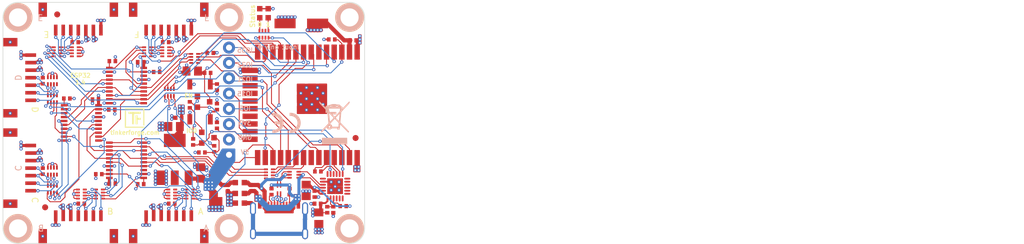
<source format=kicad_pcb>
(kicad_pcb (version 20171130) (host pcbnew 5.1.9-73d0e3b20d~88~ubuntu20.04.1)
  (title_block (title "ESP32 Brick") (date 2020-12-22) (rev 1.4) (company "Tinkerforge GmbH") (comment 1 "Licensed under CERN OHL v.1.1") (comment 2 "Copyright (©) 2020, B.Nordmeyer <bastian@tinkerforge.com>"))
  (layers (0 F.Cu signal hide) (1 GND power hide) (2 VCC power hide) (31 B.Cu signal hide) (34 B.Paste user) (35 F.Paste user) (36 B.SilkS user) (37 F.SilkS user) (38 B.Mask user) (39 F.Mask user) (44 Edge.Cuts user))
  (net 0 "")
  (net 1 GND)
  (net 2 "Net-(CP201-Pad2)")
  (net 3 "Net-(CP201-Pad3)")
  (net 4 "Net-(CP202-Pad3)")
  (net 5 "Net-(CP202-Pad2)")
  (net 6 "Net-(CP203-Pad3)")
  (net 7 "Net-(CP203-Pad2)")
  (net 8 "Net-(CP204-Pad2)")
  (net 9 "Net-(CP204-Pad3)")
  (net 10 "Net-(D101-Pad2)")
  (net 11 "Net-(J101-Pad2)")
  (net 12 "Net-(P201-Pad7)")
  (net 13 "Net-(P202-Pad7)")
  (net 14 "Net-(P203-Pad7)")
  (net 15 "Net-(P204-Pad7)")
  (net 16 "Net-(CP201-Pad4)")
  (net 17 "Net-(CP202-Pad4)")
  (net 18 "Net-(CP203-Pad4)")
  (net 19 "Net-(CP204-Pad4)")
  (net 20 "Net-(CP201-Pad1)")
  (net 21 "Net-(CP202-Pad1)")
  (net 22 "Net-(CP203-Pad1)")
  (net 23 "Net-(CP204-Pad1)")
  (net 24 "Net-(U101-Pad3)")
  (net 25 "Net-(U201-Pad18)")
  (net 26 "Net-(U201-Pad3)")
  (net 27 "Net-(U202-Pad3)")
  (net 28 "Net-(U202-Pad18)")
  (net 29 "Net-(C101-Pad2)")
  (net 30 5V)
  (net 31 3V3)
  (net 32 "Net-(C110-Pad2)")
  (net 33 ESP_EN)
  (net 34 "Net-(CP205-Pad4)")
  (net 35 "Net-(CP205-Pad3)")
  (net 36 "Net-(CP205-Pad2)")
  (net 37 "Net-(CP205-Pad1)")
  (net 38 "Net-(CP206-Pad4)")
  (net 39 "Net-(CP206-Pad3)")
  (net 40 "Net-(CP206-Pad2)")
  (net 41 "Net-(CP206-Pad1)")
  (net 42 ESP_IO0)
  (net 43 ESP_IO2)
  (net 44 "Net-(J101-Pad3)")
  (net 45 "Net-(J101-Pad4)")
  (net 46 "Net-(J101-Pad5)")
  (net 47 "Net-(J101-PadSHD)")
  (net 48 "Net-(P205-Pad7)")
  (net 49 "Net-(P206-Pad7)")
  (net 50 "Net-(Q101-PadB)")
  (net 51 "Net-(Q101-PadE)")
  (net 52 "Net-(Q102-PadB)")
  (net 53 "Net-(Q102-PadE)")
  (net 54 "Net-(R104-Pad1)")
  (net 55 "Net-(R106-Pad1)")
  (net 56 ESP_RXD)
  (net 57 "Net-(R107-Pad1)")
  (net 58 B0-CS0)
  (net 59 B0-CS1)
  (net 60 B0-CS2)
  (net 61 B1-CS0)
  (net 62 B1-CS1)
  (net 63 B1-CS2)
  (net 64 "Net-(U101-Pad1)")
  (net 65 "Net-(U103-Pad24)")
  (net 66 "Net-(U103-Pad22)")
  (net 67 ESP_TXD)
  (net 68 "Net-(U103-Pad18)")
  (net 69 "Net-(U103-Pad17)")
  (net 70 "Net-(U103-Pad16)")
  (net 71 "Net-(U103-Pad15)")
  (net 72 "Net-(U103-Pad14)")
  (net 73 "Net-(U103-Pad13)")
  (net 74 "Net-(U103-Pad12)")
  (net 75 "Net-(U103-Pad11)")
  (net 76 "Net-(U103-Pad10)")
  (net 77 "Net-(U103-Pad1)")
  (net 78 "Net-(U104-Pad22)")
  (net 79 "Net-(U104-Pad21)")
  (net 80 "Net-(U104-Pad20)")
  (net 81 "Net-(U104-Pad19)")
  (net 82 "Net-(U104-Pad18)")
  (net 83 "Net-(U104-Pad17)")
  (net 84 "Net-(RP101-Pad6)")
  (net 85 "Net-(RP102-Pad6)")
  (net 86 "Net-(U104-Pad32)")
  (net 87 "Net-(RP102-Pad7)")
  (net 88 "Net-(RP102-Pad8)")
  (net 89 "Net-(RP101-Pad7)")
  (net 90 B0-CLK)
  (net 91 B0-MOSI)
  (net 92 B0-MISO)
  (net 93 B1-CLK)
  (net 94 B1-MOSI)
  (net 95 B1-MISO)
  (net 96 "Net-(U203-Pad18)")
  (net 97 "Net-(U203-Pad3)")
  (net 98 "Net-(RP101-Pad5)")
  (net 99 "Net-(RP101-Pad4)")
  (net 100 "Net-(RP102-Pad4)")
  (net 101 "Net-(RP102-Pad5)")
  (net 102 "Net-(L102-Pad4)")
  (net 103 "Net-(L102-Pad1)")
  (net 104 "Net-(RP201-Pad2)")
  (net 105 "Net-(RP201-Pad3)")
  (net 106 "Net-(RP201-Pad4)")
  (net 107 "Net-(RP202-Pad2)")
  (net 108 "Net-(RP202-Pad3)")
  (net 109 "Net-(RP202-Pad4)")
  (net 110 "Net-(RP203-Pad2)")
  (net 111 "Net-(RP203-Pad3)")
  (net 112 "Net-(RP203-Pad4)")
  (net 113 "Net-(RP204-Pad2)")
  (net 114 "Net-(RP204-Pad3)")
  (net 115 "Net-(RP204-Pad4)")
  (net 116 "Net-(RP205-Pad2)")
  (net 117 "Net-(RP205-Pad3)")
  (net 118 "Net-(RP205-Pad4)")
  (net 119 "Net-(RP206-Pad2)")
  (net 120 "Net-(RP206-Pad3)")
  (net 121 "Net-(RP206-Pad4)")
  (net 122 ESP_ADC_VUSB)
  (net 123 ESP_ADC_5V)
  (net 124 "Net-(D105-Pad2)")
  (net 125 "Net-(RP105-Pad2)")
  (net 126 "Net-(RP105-Pad3)")
  (net 127 "Net-(RP105-Pad6)")
  (net 128 "Net-(RP105-Pad7)")
  (net 129 USB_5V)
  (net 130 USB_GND)
  (net 131 ESP_IO22)
  (net 132 ESP_IO21)
  (net 133 ESP_IO5)
  (net 134 ESP_IO35)
  (net 135 ESP_IO15)
  (net 136 "Net-(R102-Pad1)")
  (net 137 LED_BLUE)
  (net 138 LED_GREEN)
  (net 139 "Net-(U104-Pad6)")
  (net 140 "Net-(C113-Pad1)")
  (net 141 "Net-(C114-Pad1)")
  (module kicad-libraries:ESP32-WROOM-32 (layer F.Cu) (at 167.3 140.65 270)
    (fp_text reference U104)
    (fp_text value ESP32WRM32E128PH)
    (pad 39 smd rect (at 0.835 0.405 270) (size 1.33 1.33) (layers F.Cu F.Paste F.Mask) (net 1 GND))
    (pad 39 smd rect (at 0.835 2.24 270) (size 1.33 1.33) (layers F.Cu F.Paste F.Mask) (net 1 GND))
    (pad 39 smd rect (at 0.835 4.075 270) (size 1.33 1.33) (layers F.Cu F.Paste F.Mask) (net 1 GND))
    (pad 39 smd rect (at -1 4.075 270) (size 1.33 1.33) (layers F.Cu F.Paste F.Mask) (net 1 GND))
    (pad 39 smd rect (at -2.835 4.075 270) (size 1.33 1.33) (layers F.Cu F.Paste F.Mask) (net 1 GND))
    (pad 39 smd rect (at -2.835 2.24 270) (size 1.33 1.33) (layers F.Cu F.Paste F.Mask) (net 1 GND))
    (pad 39 smd rect (at -2.835 0.405 270) (size 1.33 1.33) (layers F.Cu F.Paste F.Mask) (net 1 GND))
    (pad 39 smd rect (at -1 0.405 270) (size 1.33 1.33) (layers F.Cu F.Paste F.Mask) (net 1 GND))
    (pad 39 smd rect (at -1 2.24 270) (size 1.33 1.33) (layers F.Cu F.Paste F.Mask) (net 1 GND))
    (pad 24 smd rect (at 5.715 12.5 270) (size 0.9 2.5) (layers F.Cu F.Paste F.Mask) (net 43 ESP_IO2))
    (pad 23 smd rect (at 4.445 12.5 270) (size 0.9 2.5) (layers F.Cu F.Paste F.Mask) (net 135 ESP_IO15))
    (pad 22 smd rect (at 3.175 12.5 270) (size 0.9 2.5) (layers F.Cu F.Paste F.Mask) (net 78 "Net-(U104-Pad22)"))
    (pad 21 smd rect (at 1.905 12.5 270) (size 0.9 2.5) (layers F.Cu F.Paste F.Mask) (net 79 "Net-(U104-Pad21)"))
    (pad 20 smd rect (at 0.635 12.5 270) (size 0.9 2.5) (layers F.Cu F.Paste F.Mask) (net 80 "Net-(U104-Pad20)"))
    (pad 19 smd rect (at -0.635 12.5 270) (size 0.9 2.5) (layers F.Cu F.Paste F.Mask) (net 81 "Net-(U104-Pad19)"))
    (pad 18 smd rect (at -1.905 12.5 270) (size 0.9 2.5) (layers F.Cu F.Paste F.Mask) (net 82 "Net-(U104-Pad18)"))
    (pad 17 smd rect (at -3.175 12.5 270) (size 0.9 2.5) (layers F.Cu F.Paste F.Mask) (net 83 "Net-(U104-Pad17)"))
    (pad 16 smd rect (at -4.445 12.5 270) (size 0.9 2.5) (layers F.Cu F.Paste F.Mask) (net 84 "Net-(RP101-Pad6)"))
    (pad 15 smd rect (at -5.715 12.5 270) (size 0.9 2.5) (layers F.Cu F.Paste F.Mask) (net 1 GND))
    (pad 38 smd rect (at 8.75 -5.26 270) (size 2.5 0.9) (layers F.Cu F.Paste F.Mask) (net 1 GND))
    (pad 37 smd rect (at 8.75 -3.99 270) (size 2.5 0.9) (layers F.Cu F.Paste F.Mask) (net 85 "Net-(RP102-Pad6)"))
    (pad 36 smd rect (at 8.75 -2.72 270) (size 2.5 0.9) (layers F.Cu F.Paste F.Mask) (net 131 ESP_IO22))
    (pad 35 smd rect (at 8.75 -1.45 270) (size 2.5 0.9) (layers F.Cu F.Paste F.Mask) (net 67 ESP_TXD))
    (pad 34 smd rect (at 8.75 -0.18 270) (size 2.5 0.9) (layers F.Cu F.Paste F.Mask) (net 56 ESP_RXD))
    (pad 33 smd rect (at 8.75 1.09 270) (size 2.5 0.9) (layers F.Cu F.Paste F.Mask) (net 132 ESP_IO21))
    (pad 32 smd rect (at 8.75 2.36 270) (size 2.5 0.9) (layers F.Cu F.Paste F.Mask) (net 86 "Net-(U104-Pad32)"))
    (pad 31 smd rect (at 8.75 3.63 270) (size 2.5 0.9) (layers F.Cu F.Paste F.Mask) (net 87 "Net-(RP102-Pad7)"))
    (pad 30 smd rect (at 8.75 4.9 270) (size 2.5 0.9) (layers F.Cu F.Paste F.Mask) (net 88 "Net-(RP102-Pad8)"))
    (pad 29 smd rect (at 8.75 6.17 270) (size 2.5 0.9) (layers F.Cu F.Paste F.Mask) (net 133 ESP_IO5))
    (pad 28 smd rect (at 8.75 7.44 270) (size 2.5 0.9) (layers F.Cu F.Paste F.Mask) (net 61 B1-CS0))
    (pad 27 smd rect (at 8.75 8.71 270) (size 2.5 0.9) (layers F.Cu F.Paste F.Mask) (net 63 B1-CS2))
    (pad 26 smd rect (at 8.75 9.98 270) (size 2.5 0.9) (layers F.Cu F.Paste F.Mask) (net 138 LED_GREEN))
    (pad 25 smd rect (at 8.75 11.25 270) (size 2.5 0.9) (layers F.Cu F.Paste F.Mask) (net 42 ESP_IO0))
    (pad 13 smd rect (at -8.75 9.98 270) (size 2.5 0.9) (layers F.Cu F.Paste F.Mask) (net 89 "Net-(RP101-Pad7)"))
    (pad 12 smd rect (at -8.75 8.71 270) (size 2.5 0.9) (layers F.Cu F.Paste F.Mask) (net 58 B0-CS0))
    (pad 11 smd rect (at -8.75 7.44 270) (size 2.5 0.9) (layers F.Cu F.Paste F.Mask) (net 59 B0-CS1))
    (pad 10 smd rect (at -8.75 6.17 270) (size 2.5 0.9) (layers F.Cu F.Paste F.Mask) (net 60 B0-CS2))
    (pad 9 smd rect (at -8.75 4.9 270) (size 2.5 0.9) (layers F.Cu F.Paste F.Mask) (net 62 B1-CS1))
    (pad 8 smd rect (at -8.75 3.63 270) (size 2.5 0.9) (layers F.Cu F.Paste F.Mask) (net 137 LED_BLUE))
    (pad 7 smd rect (at -8.75 2.36 270) (size 2.5 0.9) (layers F.Cu F.Paste F.Mask) (net 134 ESP_IO35))
    (pad 6 smd rect (at -8.75 1.09 270) (size 2.5 0.9) (layers F.Cu F.Paste F.Mask) (net 139 "Net-(U104-Pad6)"))
    (pad 5 smd rect (at -8.75 -0.18 270) (size 2.5 0.9) (layers F.Cu F.Paste F.Mask) (net 122 ESP_ADC_VUSB))
    (pad 4 smd rect (at -8.75 -1.45 270) (size 2.5 0.9) (layers F.Cu F.Paste F.Mask) (net 123 ESP_ADC_5V))
    (pad 3 smd rect (at -8.75 -2.72 270) (size 2.5 0.9) (layers F.Cu F.Paste F.Mask) (net 33 ESP_EN))
    (pad 2 smd rect (at -8.75 -3.99 270) (size 2.5 0.9) (layers F.Cu F.Paste F.Mask) (net 31 3V3))
    (pad 1 smd rect (at -8.75 -5.26 270) (size 2.5 0.9) (layers F.Cu F.Paste F.Mask) (net 1 GND))
    (pad 14 smd rect (at -8.75 11.25 270) (size 2.5 0.9) (layers F.Cu F.Paste F.Mask) (net 136 "Net-(R102-Pad1)"))
  )
  (module kicad-libraries:C0805E (layer F.Cu) (at 145.2 135.05)
    (fp_text reference C112)
    (fp_text value 10µF)
    (pad 1 smd rect (at -0.95 0) (size 1.3 1.5) (layers F.Cu F.Paste F.Mask) (net 1 GND) (clearance 0.14986))
    (pad 2 smd rect (at 0.95 0) (size 1.3 1.5) (layers F.Cu F.Paste F.Mask) (net 33 ESP_EN) (clearance 0.14986))
  )
  (module kicad-libraries:B3U-1000P (layer F.Cu) (at 146.5 137.25)
    (fp_text reference SW101)
    (fp_text value B3U-1000P)
    (pad 1 smd rect (at -1.7 0) (size 0.8 1.7) (layers F.Cu F.Paste F.Mask) (net 1 GND))
    (pad 2 smd rect (at 1.7 0) (size 0.8 1.7) (layers F.Cu F.Paste F.Mask) (net 140 "Net-(C113-Pad1)"))
    (pad "" np_thru_hole circle (at 0 0) (size 0.8 0.8) (drill 0.8) (layers *.Cu *.Mask))
  )
  (module kicad-libraries:B3U-1000P (layer F.Cu) (at 146.5 143.05)
    (fp_text reference SW102)
    (fp_text value B3U-1000P)
    (pad 1 smd rect (at -1.7 0) (size 0.8 1.7) (layers F.Cu F.Paste F.Mask) (net 1 GND))
    (pad 2 smd rect (at 1.7 0) (size 0.8 1.7) (layers F.Cu F.Paste F.Mask) (net 141 "Net-(C114-Pad1)"))
    (pad "" np_thru_hole circle (at 0 0) (size 0.8 0.8) (drill 0.8) (layers *.Cu *.Mask))
  )
  (module kicad-libraries:SOT23EBC (layer F.Cu) (at 147.8 146.1 90)
    (fp_text reference Q102)
    (fp_text value BC817)
    (pad E smd rect (at -0.889 -1.016 90) (size 0.9144 0.9144) (layers F.Cu F.Paste F.Mask) (net 53 "Net-(Q102-PadE)"))
    (pad B smd rect (at 0.889 -1.016 90) (size 0.9144 0.9144) (layers F.Cu F.Paste F.Mask) (net 52 "Net-(Q102-PadB)"))
    (pad C smd rect (at 0 1.016 90) (size 0.9144 0.9144) (layers F.Cu F.Paste F.Mask) (net 42 ESP_IO0))
  )
  (module kicad-libraries:4X0402 (layer F.Cu) (at 141.4007 138.6 180)
    (fp_text reference RP104)
    (fp_text value 1k)
    (pad 1 smd rect (at -0.7493 0.575) (size 0.29972 0.65) (layers F.Cu F.Paste F.Mask) (net 122 ESP_ADC_VUSB))
    (pad 2 smd rect (at -0.24892 0.575) (size 0.29972 0.65) (layers F.Cu F.Paste F.Mask) (net 122 ESP_ADC_VUSB))
    (pad 3 smd rect (at 0.24892 0.575) (size 0.29972 0.65) (layers F.Cu F.Paste F.Mask) (net 123 ESP_ADC_5V))
    (pad 4 smd rect (at 0.7493 0.575) (size 0.29972 0.65) (layers F.Cu F.Paste F.Mask) (net 123 ESP_ADC_5V))
    (pad 5 smd rect (at 0.7493 -0.575 180) (size 0.29972 0.65) (layers F.Cu F.Paste F.Mask) (net 1 GND))
    (pad 6 smd rect (at 0.24892 -0.575 180) (size 0.29972 0.65) (layers F.Cu F.Paste F.Mask) (net 29 "Net-(C101-Pad2)"))
    (pad 7 smd rect (at -0.24892 -0.575 180) (size 0.29972 0.65) (layers F.Cu F.Paste F.Mask) (net 1 GND))
    (pad 8 smd rect (at -0.7493 -0.575 180) (size 0.29972 0.65) (layers F.Cu F.Paste F.Mask) (net 30 5V))
  )
  (module kicad-libraries:WEEE_7mm (layer B.Cu) (at 168.8 143.65 180)
    (fp_text reference VAL hide)
    (fp_text value WEEE_7mm hide)
  )
  (module kicad-libraries:CE_5mm (layer B.Cu) (at 160.8 143.65 180)
    (fp_text reference VAL hide)
    (fp_text value CE_5mm hide)
  )
  (module kicad-libraries:Fiducial_Mark (layer F.Cu) (at 172.3 146.15)
    (fp_text reference Fiducial_Mark hide)
    (fp_text value VAL** hide)
    (pad 1 smd circle (at 0 0) (size 1.00076 1.00076) (layers F.Cu F.Paste F.Mask) (clearance 0.65024))
  )
  (module kicad-libraries:Fiducial_Mark (layer F.Cu) (at 120.8 157.65)
    (fp_text reference Fiducial_Mark hide)
    (fp_text value VAL** hide)
    (pad 1 smd circle (at 0 0) (size 1.00076 1.00076) (layers F.Cu F.Paste F.Mask) (clearance 0.65024))
  )
  (module kicad-libraries:Fiducial_Mark (layer F.Cu) (at 122.8 125.65)
    (fp_text reference Fiducial_Mark hide)
    (fp_text value VAL** hide)
    (pad 1 smd circle (at 0 0) (size 1.00076 1.00076) (layers F.Cu F.Paste F.Mask) (clearance 0.65024))
  )
  (module kicad-libraries:Logo_31x31 (layer F.Cu) (at 135.65 142.85)
    (fp_text reference G*** hide)
    (fp_text value LOGO hide)
  )
  (module kicad-libraries:DRILL_NP (layer F.Cu) (at 171.3 126.15)
    (fp_text reference ~4 hide)
    (fp_text value DRILL hide)
    (pad "" np_thru_hole circle (at 0 0) (size 2.99974 2.99974) (drill 2.99974) (layers *.Cu *.Mask F.SilkS) (clearance 0.89916))
  )
  (module kicad-libraries:DRILL_NP (layer F.Cu) (at 171.3 161.15)
    (fp_text reference ~4 hide)
    (fp_text value DRILL hide)
    (pad "" np_thru_hole circle (at 0 0) (size 2.99974 2.99974) (drill 2.99974) (layers *.Cu *.Mask F.SilkS) (clearance 0.89916))
  )
  (module kicad-libraries:TSSOP20 (layer F.Cu) (at 134.3 149.85 90)
    (fp_text reference U203)
    (fp_text value 74AHC244)
    (pad 1 smd rect (at -2.92354 2.84988 270) (size 0.39878 1.09982) (layers F.Cu F.Paste F.Mask) (net 62 B1-CS1))
    (pad 2 smd rect (at -2.2733 2.84988 270) (size 0.39878 1.09982) (layers F.Cu F.Paste F.Mask) (net 1 GND))
    (pad 3 smd rect (at -1.62306 2.84988 270) (size 0.39878 1.09982) (layers F.Cu F.Paste F.Mask) (net 97 "Net-(U203-Pad3)"))
    (pad 4 smd rect (at -0.97282 2.84988 270) (size 0.39878 1.09982) (layers F.Cu F.Paste F.Mask) (net 93 B1-CLK))
    (pad 5 smd rect (at -0.32258 2.84988 270) (size 0.39878 1.09982) (layers F.Cu F.Paste F.Mask) (net 119 "Net-(RP206-Pad2)"))
    (pad 6 smd rect (at 0.32258 2.84988 270) (size 0.39878 1.09982) (layers F.Cu F.Paste F.Mask) (net 94 B1-MOSI))
    (pad 7 smd rect (at 0.97282 2.84988 270) (size 0.39878 1.09982) (layers F.Cu F.Paste F.Mask) (net 120 "Net-(RP206-Pad3)"))
    (pad 8 smd rect (at 1.62306 2.84988 270) (size 0.39878 1.09982) (layers F.Cu F.Paste F.Mask) (net 118 "Net-(RP205-Pad4)"))
    (pad 9 smd rect (at 2.2733 2.84988 270) (size 0.39878 1.09982) (layers F.Cu F.Paste F.Mask) (net 95 B1-MISO))
    (pad 10 smd rect (at 2.92354 2.84988 270) (size 0.39878 1.09982) (layers F.Cu F.Paste F.Mask) (net 1 GND))
    (pad 11 smd rect (at 2.92354 -2.84988 90) (size 0.39878 1.09982) (layers F.Cu F.Paste F.Mask) (net 121 "Net-(RP206-Pad4)"))
    (pad 12 smd rect (at 2.2733 -2.84988 90) (size 0.39878 1.09982) (layers F.Cu F.Paste F.Mask) (net 95 B1-MISO))
    (pad 13 smd rect (at 1.62306 -2.84988 90) (size 0.39878 1.09982) (layers F.Cu F.Paste F.Mask) (net 94 B1-MOSI))
    (pad 14 smd rect (at 0.97282 -2.84988 90) (size 0.39878 1.09982) (layers F.Cu F.Paste F.Mask) (net 117 "Net-(RP205-Pad3)"))
    (pad 15 smd rect (at 0.32258 -2.84988 90) (size 0.39878 1.09982) (layers F.Cu F.Paste F.Mask) (net 93 B1-CLK))
    (pad 16 smd rect (at -0.32258 -2.84988 90) (size 0.39878 1.09982) (layers F.Cu F.Paste F.Mask) (net 116 "Net-(RP205-Pad2)"))
    (pad 17 smd rect (at -0.97282 -2.84988 90) (size 0.39878 1.09982) (layers F.Cu F.Paste F.Mask) (net 1 GND))
    (pad 18 smd rect (at -1.62306 -2.84988 90) (size 0.39878 1.09982) (layers F.Cu F.Paste F.Mask) (net 96 "Net-(U203-Pad18)"))
    (pad 19 smd rect (at -2.2733 -2.84988 90) (size 0.39878 1.09982) (layers F.Cu F.Paste F.Mask) (net 63 B1-CS2))
    (pad 20 smd rect (at -2.92354 -2.84988 90) (size 0.39878 1.09982) (layers F.Cu F.Paste F.Mask) (net 31 3V3))
  )
  (module kicad-libraries:TSSOP20 (layer F.Cu) (at 126.8 143.65 270)
    (fp_text reference U202)
    (fp_text value 74AHC244)
    (pad 1 smd rect (at -2.92354 2.84988 90) (size 0.39878 1.09982) (layers F.Cu F.Paste F.Mask) (net 60 B0-CS2))
    (pad 2 smd rect (at -2.2733 2.84988 90) (size 0.39878 1.09982) (layers F.Cu F.Paste F.Mask) (net 1 GND))
    (pad 3 smd rect (at -1.62306 2.84988 90) (size 0.39878 1.09982) (layers F.Cu F.Paste F.Mask) (net 27 "Net-(U202-Pad3)"))
    (pad 4 smd rect (at -0.97282 2.84988 90) (size 0.39878 1.09982) (layers F.Cu F.Paste F.Mask) (net 90 B0-CLK))
    (pad 5 smd rect (at -0.32258 2.84988 90) (size 0.39878 1.09982) (layers F.Cu F.Paste F.Mask) (net 113 "Net-(RP204-Pad2)"))
    (pad 6 smd rect (at 0.32258 2.84988 90) (size 0.39878 1.09982) (layers F.Cu F.Paste F.Mask) (net 91 B0-MOSI))
    (pad 7 smd rect (at 0.97282 2.84988 90) (size 0.39878 1.09982) (layers F.Cu F.Paste F.Mask) (net 114 "Net-(RP204-Pad3)"))
    (pad 8 smd rect (at 1.62306 2.84988 90) (size 0.39878 1.09982) (layers F.Cu F.Paste F.Mask) (net 112 "Net-(RP203-Pad4)"))
    (pad 9 smd rect (at 2.2733 2.84988 90) (size 0.39878 1.09982) (layers F.Cu F.Paste F.Mask) (net 95 B1-MISO))
    (pad 10 smd rect (at 2.92354 2.84988 90) (size 0.39878 1.09982) (layers F.Cu F.Paste F.Mask) (net 1 GND))
    (pad 11 smd rect (at 2.92354 -2.84988 270) (size 0.39878 1.09982) (layers F.Cu F.Paste F.Mask) (net 115 "Net-(RP204-Pad4)"))
    (pad 12 smd rect (at 2.2733 -2.84988 270) (size 0.39878 1.09982) (layers F.Cu F.Paste F.Mask) (net 92 B0-MISO))
    (pad 13 smd rect (at 1.62306 -2.84988 270) (size 0.39878 1.09982) (layers F.Cu F.Paste F.Mask) (net 94 B1-MOSI))
    (pad 14 smd rect (at 0.97282 -2.84988 270) (size 0.39878 1.09982) (layers F.Cu F.Paste F.Mask) (net 111 "Net-(RP203-Pad3)"))
    (pad 15 smd rect (at 0.32258 -2.84988 270) (size 0.39878 1.09982) (layers F.Cu F.Paste F.Mask) (net 93 B1-CLK))
    (pad 16 smd rect (at -0.32258 -2.84988 270) (size 0.39878 1.09982) (layers F.Cu F.Paste F.Mask) (net 110 "Net-(RP203-Pad2)"))
    (pad 17 smd rect (at -0.97282 -2.84988 270) (size 0.39878 1.09982) (layers F.Cu F.Paste F.Mask) (net 1 GND))
    (pad 18 smd rect (at -1.62306 -2.84988 270) (size 0.39878 1.09982) (layers F.Cu F.Paste F.Mask) (net 28 "Net-(U202-Pad18)"))
    (pad 19 smd rect (at -2.2733 -2.84988 270) (size 0.39878 1.09982) (layers F.Cu F.Paste F.Mask) (net 61 B1-CS0))
    (pad 20 smd rect (at -2.92354 -2.84988 270) (size 0.39878 1.09982) (layers F.Cu F.Paste F.Mask) (net 31 3V3))
  )
  (module kicad-libraries:TSSOP20 (layer F.Cu) (at 134.3 137.45 270)
    (fp_text reference U201)
    (fp_text value 74AHC244)
    (pad 1 smd rect (at -2.92354 2.84988 90) (size 0.39878 1.09982) (layers F.Cu F.Paste F.Mask) (net 58 B0-CS0))
    (pad 2 smd rect (at -2.2733 2.84988 90) (size 0.39878 1.09982) (layers F.Cu F.Paste F.Mask) (net 1 GND))
    (pad 3 smd rect (at -1.62306 2.84988 90) (size 0.39878 1.09982) (layers F.Cu F.Paste F.Mask) (net 26 "Net-(U201-Pad3)"))
    (pad 4 smd rect (at -0.97282 2.84988 90) (size 0.39878 1.09982) (layers F.Cu F.Paste F.Mask) (net 90 B0-CLK))
    (pad 5 smd rect (at -0.32258 2.84988 90) (size 0.39878 1.09982) (layers F.Cu F.Paste F.Mask) (net 107 "Net-(RP202-Pad2)"))
    (pad 6 smd rect (at 0.32258 2.84988 90) (size 0.39878 1.09982) (layers F.Cu F.Paste F.Mask) (net 91 B0-MOSI))
    (pad 7 smd rect (at 0.97282 2.84988 90) (size 0.39878 1.09982) (layers F.Cu F.Paste F.Mask) (net 108 "Net-(RP202-Pad3)"))
    (pad 8 smd rect (at 1.62306 2.84988 90) (size 0.39878 1.09982) (layers F.Cu F.Paste F.Mask) (net 106 "Net-(RP201-Pad4)"))
    (pad 9 smd rect (at 2.2733 2.84988 90) (size 0.39878 1.09982) (layers F.Cu F.Paste F.Mask) (net 92 B0-MISO))
    (pad 10 smd rect (at 2.92354 2.84988 90) (size 0.39878 1.09982) (layers F.Cu F.Paste F.Mask) (net 1 GND))
    (pad 11 smd rect (at 2.92354 -2.84988 270) (size 0.39878 1.09982) (layers F.Cu F.Paste F.Mask) (net 109 "Net-(RP202-Pad4)"))
    (pad 12 smd rect (at 2.2733 -2.84988 270) (size 0.39878 1.09982) (layers F.Cu F.Paste F.Mask) (net 92 B0-MISO))
    (pad 13 smd rect (at 1.62306 -2.84988 270) (size 0.39878 1.09982) (layers F.Cu F.Paste F.Mask) (net 91 B0-MOSI))
    (pad 14 smd rect (at 0.97282 -2.84988 270) (size 0.39878 1.09982) (layers F.Cu F.Paste F.Mask) (net 105 "Net-(RP201-Pad3)"))
    (pad 15 smd rect (at 0.32258 -2.84988 270) (size 0.39878 1.09982) (layers F.Cu F.Paste F.Mask) (net 90 B0-CLK))
    (pad 16 smd rect (at -0.32258 -2.84988 270) (size 0.39878 1.09982) (layers F.Cu F.Paste F.Mask) (net 104 "Net-(RP201-Pad2)"))
    (pad 17 smd rect (at -0.97282 -2.84988 270) (size 0.39878 1.09982) (layers F.Cu F.Paste F.Mask) (net 1 GND))
    (pad 18 smd rect (at -1.62306 -2.84988 270) (size 0.39878 1.09982) (layers F.Cu F.Paste F.Mask) (net 25 "Net-(U201-Pad18)"))
    (pad 19 smd rect (at -2.2733 -2.84988 270) (size 0.39878 1.09982) (layers F.Cu F.Paste F.Mask) (net 59 B0-CS1))
    (pad 20 smd rect (at -2.92354 -2.84988 270) (size 0.39878 1.09982) (layers F.Cu F.Paste F.Mask) (net 31 3V3))
  )
  (module kicad-libraries:SOT-223 (layer F.Cu) (at 142.3 149.65)
    (fp_text reference U102)
    (fp_text value AZ1117E-3.3V)
    (pad 1 smd rect (at -2.30124 3.0988) (size 1.30048 2.4003) (layers F.Cu F.Paste F.Mask) (net 1 GND))
    (pad 2 smd rect (at 0 3.0988) (size 1.30048 2.4003) (layers F.Cu F.Paste F.Mask) (net 31 3V3))
    (pad 3 smd rect (at 2.30124 3.0988) (size 1.30048 2.4003) (layers F.Cu F.Paste F.Mask) (net 30 5V))
    (pad 2 smd rect (at 0 -3.0988) (size 3.59918 2.19964) (layers F.Cu F.Paste F.Mask) (net 31 3V3))
  )
  (module kicad-libraries:SOT563-SPEC (layer F.Cu) (at 162.1 152.25 90)
    (fp_text reference U101)
    (fp_text value 82400152)
    (pad 6 smd rect (at -0.49784 -0.75 90) (size 0.29972 0.7) (layers F.Cu F.Paste F.Mask) (net 103 "Net-(L102-Pad1)") (clearance 0.14986))
    (pad 5 smd rect (at 0 -0.75 90) (size 0.29972 0.7) (layers F.Cu F.Paste F.Mask) (net 129 USB_5V) (clearance 0.14986))
    (pad 4 smd rect (at 0.49784 -0.75 90) (size 0.29972 0.7) (layers F.Cu F.Paste F.Mask) (net 102 "Net-(L102-Pad4)") (clearance 0.14986))
    (pad 3 smd rect (at 0.49784 0.75 270) (size 0.29972 0.7) (layers F.Cu F.Paste F.Mask) (net 24 "Net-(U101-Pad3)") (clearance 0.14986))
    (pad 2 smd rect (at 0 0.75 270) (size 0.29972 0.7) (layers F.Cu F.Paste F.Mask) (net 130 USB_GND) (clearance 0.14986))
    (pad 1 smd rect (at -0.49784 0.75 270) (size 0.29972 0.7) (layers F.Cu F.Paste F.Mask) (net 64 "Net-(U101-Pad1)") (clearance 0.14986))
  )
  (module kicad-libraries:4X0402 (layer F.Cu) (at 144.8 155.45 90)
    (fp_text reference RP206)
    (fp_text value 82)
    (pad 1 smd rect (at -0.7493 0.575 270) (size 0.29972 0.65) (layers F.Cu F.Paste F.Mask) (net 63 B1-CS2))
    (pad 2 smd rect (at -0.24892 0.575 270) (size 0.29972 0.65) (layers F.Cu F.Paste F.Mask) (net 119 "Net-(RP206-Pad2)"))
    (pad 3 smd rect (at 0.24892 0.575 270) (size 0.29972 0.65) (layers F.Cu F.Paste F.Mask) (net 120 "Net-(RP206-Pad3)"))
    (pad 4 smd rect (at 0.7493 0.575 270) (size 0.29972 0.65) (layers F.Cu F.Paste F.Mask) (net 121 "Net-(RP206-Pad4)"))
    (pad 5 smd rect (at 0.7493 -0.575 90) (size 0.29972 0.65) (layers F.Cu F.Paste F.Mask) (net 49 "Net-(P206-Pad7)"))
    (pad 6 smd rect (at 0.24892 -0.575 90) (size 0.29972 0.65) (layers F.Cu F.Paste F.Mask) (net 39 "Net-(CP206-Pad3)"))
    (pad 7 smd rect (at -0.24892 -0.575 90) (size 0.29972 0.65) (layers F.Cu F.Paste F.Mask) (net 40 "Net-(CP206-Pad2)"))
    (pad 8 smd rect (at -0.7493 -0.575 90) (size 0.29972 0.65) (layers F.Cu F.Paste F.Mask) (net 41 "Net-(CP206-Pad1)"))
  )
  (module kicad-libraries:4X0402 (layer F.Cu) (at 129.8 155.45 90)
    (fp_text reference RP205)
    (fp_text value 82)
    (pad 1 smd rect (at -0.7493 0.575 270) (size 0.29972 0.65) (layers F.Cu F.Paste F.Mask) (net 62 B1-CS1))
    (pad 2 smd rect (at -0.24892 0.575 270) (size 0.29972 0.65) (layers F.Cu F.Paste F.Mask) (net 116 "Net-(RP205-Pad2)"))
    (pad 3 smd rect (at 0.24892 0.575 270) (size 0.29972 0.65) (layers F.Cu F.Paste F.Mask) (net 117 "Net-(RP205-Pad3)"))
    (pad 4 smd rect (at 0.7493 0.575 270) (size 0.29972 0.65) (layers F.Cu F.Paste F.Mask) (net 118 "Net-(RP205-Pad4)"))
    (pad 5 smd rect (at 0.7493 -0.575 90) (size 0.29972 0.65) (layers F.Cu F.Paste F.Mask) (net 48 "Net-(P205-Pad7)"))
    (pad 6 smd rect (at 0.24892 -0.575 90) (size 0.29972 0.65) (layers F.Cu F.Paste F.Mask) (net 35 "Net-(CP205-Pad3)"))
    (pad 7 smd rect (at -0.24892 -0.575 90) (size 0.29972 0.65) (layers F.Cu F.Paste F.Mask) (net 36 "Net-(CP205-Pad2)"))
    (pad 8 smd rect (at -0.7493 -0.575 90) (size 0.29972 0.65) (layers F.Cu F.Paste F.Mask) (net 37 "Net-(CP205-Pad1)"))
  )
  (module kicad-libraries:4X0402 (layer F.Cu) (at 122 154.65)
    (fp_text reference RP204)
    (fp_text value 82)
    (pad 1 smd rect (at -0.7493 0.575 180) (size 0.29972 0.65) (layers F.Cu F.Paste F.Mask) (net 61 B1-CS0))
    (pad 2 smd rect (at -0.24892 0.575 180) (size 0.29972 0.65) (layers F.Cu F.Paste F.Mask) (net 113 "Net-(RP204-Pad2)"))
    (pad 3 smd rect (at 0.24892 0.575 180) (size 0.29972 0.65) (layers F.Cu F.Paste F.Mask) (net 114 "Net-(RP204-Pad3)"))
    (pad 4 smd rect (at 0.7493 0.575 180) (size 0.29972 0.65) (layers F.Cu F.Paste F.Mask) (net 115 "Net-(RP204-Pad4)"))
    (pad 5 smd rect (at 0.7493 -0.575) (size 0.29972 0.65) (layers F.Cu F.Paste F.Mask) (net 15 "Net-(P204-Pad7)"))
    (pad 6 smd rect (at 0.24892 -0.575) (size 0.29972 0.65) (layers F.Cu F.Paste F.Mask) (net 9 "Net-(CP204-Pad3)"))
    (pad 7 smd rect (at -0.24892 -0.575) (size 0.29972 0.65) (layers F.Cu F.Paste F.Mask) (net 8 "Net-(CP204-Pad2)"))
    (pad 8 smd rect (at -0.7493 -0.575) (size 0.29972 0.65) (layers F.Cu F.Paste F.Mask) (net 23 "Net-(CP204-Pad1)"))
  )
  (module kicad-libraries:4X0402 (layer F.Cu) (at 122 139.65)
    (fp_text reference RP203)
    (fp_text value 82)
    (pad 1 smd rect (at -0.7493 0.575 180) (size 0.29972 0.65) (layers F.Cu F.Paste F.Mask) (net 60 B0-CS2))
    (pad 2 smd rect (at -0.24892 0.575 180) (size 0.29972 0.65) (layers F.Cu F.Paste F.Mask) (net 110 "Net-(RP203-Pad2)"))
    (pad 3 smd rect (at 0.24892 0.575 180) (size 0.29972 0.65) (layers F.Cu F.Paste F.Mask) (net 111 "Net-(RP203-Pad3)"))
    (pad 4 smd rect (at 0.7493 0.575 180) (size 0.29972 0.65) (layers F.Cu F.Paste F.Mask) (net 112 "Net-(RP203-Pad4)"))
    (pad 5 smd rect (at 0.7493 -0.575) (size 0.29972 0.65) (layers F.Cu F.Paste F.Mask) (net 14 "Net-(P203-Pad7)"))
    (pad 6 smd rect (at 0.24892 -0.575) (size 0.29972 0.65) (layers F.Cu F.Paste F.Mask) (net 6 "Net-(CP203-Pad3)"))
    (pad 7 smd rect (at -0.24892 -0.575) (size 0.29972 0.65) (layers F.Cu F.Paste F.Mask) (net 7 "Net-(CP203-Pad2)"))
    (pad 8 smd rect (at -0.7493 -0.575) (size 0.29972 0.65) (layers F.Cu F.Paste F.Mask) (net 22 "Net-(CP203-Pad1)"))
  )
  (module kicad-libraries:4X0402 (layer F.Cu) (at 122.8 131.85 270)
    (fp_text reference RP202)
    (fp_text value 82)
    (pad 1 smd rect (at -0.7493 0.575 90) (size 0.29972 0.65) (layers F.Cu F.Paste F.Mask) (net 59 B0-CS1))
    (pad 2 smd rect (at -0.24892 0.575 90) (size 0.29972 0.65) (layers F.Cu F.Paste F.Mask) (net 107 "Net-(RP202-Pad2)"))
    (pad 3 smd rect (at 0.24892 0.575 90) (size 0.29972 0.65) (layers F.Cu F.Paste F.Mask) (net 108 "Net-(RP202-Pad3)"))
    (pad 4 smd rect (at 0.7493 0.575 90) (size 0.29972 0.65) (layers F.Cu F.Paste F.Mask) (net 109 "Net-(RP202-Pad4)"))
    (pad 5 smd rect (at 0.7493 -0.575 270) (size 0.29972 0.65) (layers F.Cu F.Paste F.Mask) (net 13 "Net-(P202-Pad7)"))
    (pad 6 smd rect (at 0.24892 -0.575 270) (size 0.29972 0.65) (layers F.Cu F.Paste F.Mask) (net 4 "Net-(CP202-Pad3)"))
    (pad 7 smd rect (at -0.24892 -0.575 270) (size 0.29972 0.65) (layers F.Cu F.Paste F.Mask) (net 5 "Net-(CP202-Pad2)"))
    (pad 8 smd rect (at -0.7493 -0.575 270) (size 0.29972 0.65) (layers F.Cu F.Paste F.Mask) (net 21 "Net-(CP202-Pad1)"))
  )
  (module kicad-libraries:4X0402 (layer F.Cu) (at 137.8 131.85 270)
    (fp_text reference RP201)
    (fp_text value 82)
    (pad 1 smd rect (at -0.7493 0.575 90) (size 0.29972 0.65) (layers F.Cu F.Paste F.Mask) (net 58 B0-CS0))
    (pad 2 smd rect (at -0.24892 0.575 90) (size 0.29972 0.65) (layers F.Cu F.Paste F.Mask) (net 104 "Net-(RP201-Pad2)"))
    (pad 3 smd rect (at 0.24892 0.575 90) (size 0.29972 0.65) (layers F.Cu F.Paste F.Mask) (net 105 "Net-(RP201-Pad3)"))
    (pad 4 smd rect (at 0.7493 0.575 90) (size 0.29972 0.65) (layers F.Cu F.Paste F.Mask) (net 106 "Net-(RP201-Pad4)"))
    (pad 5 smd rect (at 0.7493 -0.575 270) (size 0.29972 0.65) (layers F.Cu F.Paste F.Mask) (net 12 "Net-(P201-Pad7)"))
    (pad 6 smd rect (at 0.24892 -0.575 270) (size 0.29972 0.65) (layers F.Cu F.Paste F.Mask) (net 3 "Net-(CP201-Pad3)"))
    (pad 7 smd rect (at -0.24892 -0.575 270) (size 0.29972 0.65) (layers F.Cu F.Paste F.Mask) (net 2 "Net-(CP201-Pad2)"))
    (pad 8 smd rect (at -0.7493 -0.575 270) (size 0.29972 0.65) (layers F.Cu F.Paste F.Mask) (net 20 "Net-(CP201-Pad1)"))
  )
  (module kicad-libraries:R0402F (layer F.Cu) (at 141.8 157.05)
    (fp_text reference R202)
    (fp_text value 100k)
    (pad 2 smd rect (at 0.5 0) (size 0.6 0.7) (layers F.Cu F.Paste F.Mask) (net 40 "Net-(CP206-Pad2)"))
    (pad 1 smd rect (at -0.5 0) (size 0.6 0.7) (layers F.Cu F.Paste F.Mask) (net 31 3V3))
  )
  (module kicad-libraries:R0402F (layer F.Cu) (at 126.8 157.05)
    (fp_text reference R201)
    (fp_text value 100k)
    (pad 2 smd rect (at 0.5 0) (size 0.6 0.7) (layers F.Cu F.Paste F.Mask) (net 36 "Net-(CP205-Pad2)"))
    (pad 1 smd rect (at -0.5 0) (size 0.6 0.7) (layers F.Cu F.Paste F.Mask) (net 31 3V3))
  )
  (module kicad-libraries:R0402F (layer F.Cu) (at 120.4 151.65 270)
    (fp_text reference R4)
    (fp_text value 100k)
    (pad 2 smd rect (at 0.5 0 270) (size 0.6 0.7) (layers F.Cu F.Paste F.Mask) (net 8 "Net-(CP204-Pad2)"))
    (pad 1 smd rect (at -0.5 0 270) (size 0.6 0.7) (layers F.Cu F.Paste F.Mask) (net 31 3V3))
  )
  (module kicad-libraries:R0402F (layer F.Cu) (at 120.4 136.65 270)
    (fp_text reference R3)
    (fp_text value 100k)
    (pad 2 smd rect (at 0.5 0 270) (size 0.6 0.7) (layers F.Cu F.Paste F.Mask) (net 7 "Net-(CP203-Pad2)"))
    (pad 1 smd rect (at -0.5 0 270) (size 0.6 0.7) (layers F.Cu F.Paste F.Mask) (net 31 3V3))
  )
  (module kicad-libraries:R0402F (layer F.Cu) (at 125.79 130.26 180)
    (fp_text reference R2)
    (fp_text value 100k)
    (pad 2 smd rect (at 0.5 0 180) (size 0.6 0.7) (layers F.Cu F.Paste F.Mask) (net 5 "Net-(CP202-Pad2)"))
    (pad 1 smd rect (at -0.5 0 180) (size 0.6 0.7) (layers F.Cu F.Paste F.Mask) (net 31 3V3))
  )
  (module kicad-libraries:R0402F (layer F.Cu) (at 140.8 130.25 180)
    (fp_text reference R1)
    (fp_text value 100k)
    (pad 2 smd rect (at 0.5 0 180) (size 0.6 0.7) (layers F.Cu F.Paste F.Mask) (net 2 "Net-(CP201-Pad2)"))
    (pad 1 smd rect (at -0.5 0 180) (size 0.6 0.7) (layers F.Cu F.Paste F.Mask) (net 31 3V3))
  )
  (module kicad-libraries:SOT23EBC (layer F.Cu) (at 147.075 140.15 90)
    (fp_text reference Q101)
    (fp_text value BC817)
    (pad E smd rect (at -0.889 -1.016 90) (size 0.9144 0.9144) (layers F.Cu F.Paste F.Mask) (net 51 "Net-(Q101-PadE)"))
    (pad B smd rect (at 0.889 -1.016 90) (size 0.9144 0.9144) (layers F.Cu F.Paste F.Mask) (net 50 "Net-(Q101-PadB)"))
    (pad C smd rect (at 0 1.016 90) (size 0.9144 0.9144) (layers F.Cu F.Paste F.Mask) (net 33 ESP_EN))
  )
  (module kicad-libraries:CON-SENSOR2 (layer F.Cu) (at 141.3 163.65)
    (fp_text reference P206)
    (fp_text value CON-SENSOR2)
    (pad 7 smd rect (at 3.75 -4.6) (size 0.6 1.8) (layers F.Cu F.Paste F.Mask) (net 49 "Net-(P206-Pad7)"))
    (pad 6 smd rect (at 2.5 -4.6) (size 0.6 1.8) (layers F.Cu F.Paste F.Mask) (net 39 "Net-(CP206-Pad3)"))
    (pad 5 smd rect (at 1.25 -4.6) (size 0.6 1.8) (layers F.Cu F.Paste F.Mask) (net 40 "Net-(CP206-Pad2)"))
    (pad 4 smd rect (at 0 -4.6) (size 0.6 1.8) (layers F.Cu F.Paste F.Mask) (net 41 "Net-(CP206-Pad1)"))
    (pad 3 smd rect (at -1.25 -4.6) (size 0.6 1.8) (layers F.Cu F.Paste F.Mask) (net 31 3V3))
    (pad EP smd rect (at 5.9 -1.2) (size 1.4 2.4) (layers F.Cu F.Paste F.Mask) (net 1 GND))
    (pad EP smd rect (at -5.9 -1.2) (size 1.4 2.4) (layers F.Cu F.Paste F.Mask) (net 1 GND))
    (pad 2 smd rect (at -2.5 -4.6) (size 0.6 1.8) (layers F.Cu F.Paste F.Mask) (net 1 GND))
    (pad 1 smd rect (at -3.75 -4.6) (size 0.6 1.8) (layers F.Cu F.Paste F.Mask) (net 30 5V))
  )
  (module kicad-libraries:CON-SENSOR2 (layer F.Cu) (at 126.3 163.65)
    (fp_text reference P205)
    (fp_text value CON-SENSOR2)
    (pad 7 smd rect (at 3.75 -4.6) (size 0.6 1.8) (layers F.Cu F.Paste F.Mask) (net 48 "Net-(P205-Pad7)"))
    (pad 6 smd rect (at 2.5 -4.6) (size 0.6 1.8) (layers F.Cu F.Paste F.Mask) (net 35 "Net-(CP205-Pad3)"))
    (pad 5 smd rect (at 1.25 -4.6) (size 0.6 1.8) (layers F.Cu F.Paste F.Mask) (net 36 "Net-(CP205-Pad2)"))
    (pad 4 smd rect (at 0 -4.6) (size 0.6 1.8) (layers F.Cu F.Paste F.Mask) (net 37 "Net-(CP205-Pad1)"))
    (pad 3 smd rect (at -1.25 -4.6) (size 0.6 1.8) (layers F.Cu F.Paste F.Mask) (net 31 3V3))
    (pad EP smd rect (at 5.9 -1.2) (size 1.4 2.4) (layers F.Cu F.Paste F.Mask) (net 1 GND))
    (pad EP smd rect (at -5.9 -1.2) (size 1.4 2.4) (layers F.Cu F.Paste F.Mask) (net 1 GND))
    (pad 2 smd rect (at -2.5 -4.6) (size 0.6 1.8) (layers F.Cu F.Paste F.Mask) (net 1 GND))
    (pad 1 smd rect (at -3.75 -4.6) (size 0.6 1.8) (layers F.Cu F.Paste F.Mask) (net 30 5V))
  )
  (module kicad-libraries:CON-SENSOR2 (layer F.Cu) (at 113.8 151.15 270)
    (fp_text reference P204)
    (fp_text value CON-SENSOR2)
    (pad 7 smd rect (at 3.75 -4.6 270) (size 0.6 1.8) (layers F.Cu F.Paste F.Mask) (net 15 "Net-(P204-Pad7)"))
    (pad 6 smd rect (at 2.5 -4.6 270) (size 0.6 1.8) (layers F.Cu F.Paste F.Mask) (net 9 "Net-(CP204-Pad3)"))
    (pad 5 smd rect (at 1.25 -4.6 270) (size 0.6 1.8) (layers F.Cu F.Paste F.Mask) (net 8 "Net-(CP204-Pad2)"))
    (pad 4 smd rect (at 0 -4.6 270) (size 0.6 1.8) (layers F.Cu F.Paste F.Mask) (net 23 "Net-(CP204-Pad1)"))
    (pad 3 smd rect (at -1.25 -4.6 270) (size 0.6 1.8) (layers F.Cu F.Paste F.Mask) (net 31 3V3))
    (pad EP smd rect (at 5.9 -1.2 270) (size 1.4 2.4) (layers F.Cu F.Paste F.Mask) (net 1 GND))
    (pad EP smd rect (at -5.9 -1.2 270) (size 1.4 2.4) (layers F.Cu F.Paste F.Mask) (net 1 GND))
    (pad 2 smd rect (at -2.5 -4.6 270) (size 0.6 1.8) (layers F.Cu F.Paste F.Mask) (net 1 GND))
    (pad 1 smd rect (at -3.75 -4.6 270) (size 0.6 1.8) (layers F.Cu F.Paste F.Mask) (net 30 5V))
  )
  (module kicad-libraries:CON-SENSOR2 (layer F.Cu) (at 113.8 136.15 270)
    (fp_text reference P203)
    (fp_text value CON-SENSOR2)
    (pad 7 smd rect (at 3.75 -4.6 270) (size 0.6 1.8) (layers F.Cu F.Paste F.Mask) (net 14 "Net-(P203-Pad7)"))
    (pad 6 smd rect (at 2.5 -4.6 270) (size 0.6 1.8) (layers F.Cu F.Paste F.Mask) (net 6 "Net-(CP203-Pad3)"))
    (pad 5 smd rect (at 1.25 -4.6 270) (size 0.6 1.8) (layers F.Cu F.Paste F.Mask) (net 7 "Net-(CP203-Pad2)"))
    (pad 4 smd rect (at 0 -4.6 270) (size 0.6 1.8) (layers F.Cu F.Paste F.Mask) (net 22 "Net-(CP203-Pad1)"))
    (pad 3 smd rect (at -1.25 -4.6 270) (size 0.6 1.8) (layers F.Cu F.Paste F.Mask) (net 31 3V3))
    (pad EP smd rect (at 5.9 -1.2 270) (size 1.4 2.4) (layers F.Cu F.Paste F.Mask) (net 1 GND))
    (pad EP smd rect (at -5.9 -1.2 270) (size 1.4 2.4) (layers F.Cu F.Paste F.Mask) (net 1 GND))
    (pad 2 smd rect (at -2.5 -4.6 270) (size 0.6 1.8) (layers F.Cu F.Paste F.Mask) (net 1 GND))
    (pad 1 smd rect (at -3.75 -4.6 270) (size 0.6 1.8) (layers F.Cu F.Paste F.Mask) (net 30 5V))
  )
  (module kicad-libraries:CON-SENSOR2 (layer F.Cu) (at 126.3 123.65 180)
    (fp_text reference P202)
    (fp_text value CON-SENSOR2)
    (pad 7 smd rect (at 3.75 -4.6 180) (size 0.6 1.8) (layers F.Cu F.Paste F.Mask) (net 13 "Net-(P202-Pad7)"))
    (pad 6 smd rect (at 2.5 -4.6 180) (size 0.6 1.8) (layers F.Cu F.Paste F.Mask) (net 4 "Net-(CP202-Pad3)"))
    (pad 5 smd rect (at 1.25 -4.6 180) (size 0.6 1.8) (layers F.Cu F.Paste F.Mask) (net 5 "Net-(CP202-Pad2)"))
    (pad 4 smd rect (at 0 -4.6 180) (size 0.6 1.8) (layers F.Cu F.Paste F.Mask) (net 21 "Net-(CP202-Pad1)"))
    (pad 3 smd rect (at -1.25 -4.6 180) (size 0.6 1.8) (layers F.Cu F.Paste F.Mask) (net 31 3V3))
    (pad EP smd rect (at 5.9 -1.2 180) (size 1.4 2.4) (layers F.Cu F.Paste F.Mask) (net 1 GND))
    (pad EP smd rect (at -5.9 -1.2 180) (size 1.4 2.4) (layers F.Cu F.Paste F.Mask) (net 1 GND))
    (pad 2 smd rect (at -2.5 -4.6 180) (size 0.6 1.8) (layers F.Cu F.Paste F.Mask) (net 1 GND))
    (pad 1 smd rect (at -3.75 -4.6 180) (size 0.6 1.8) (layers F.Cu F.Paste F.Mask) (net 30 5V))
  )
  (module kicad-libraries:CON-SENSOR2 (layer F.Cu) (at 141.3 123.65 180)
    (fp_text reference P201)
    (fp_text value CON-SENSOR2)
    (pad 7 smd rect (at 3.75 -4.6 180) (size 0.6 1.8) (layers F.Cu F.Paste F.Mask) (net 12 "Net-(P201-Pad7)"))
    (pad 6 smd rect (at 2.5 -4.6 180) (size 0.6 1.8) (layers F.Cu F.Paste F.Mask) (net 3 "Net-(CP201-Pad3)"))
    (pad 5 smd rect (at 1.25 -4.6 180) (size 0.6 1.8) (layers F.Cu F.Paste F.Mask) (net 2 "Net-(CP201-Pad2)"))
    (pad 4 smd rect (at 0 -4.6 180) (size 0.6 1.8) (layers F.Cu F.Paste F.Mask) (net 20 "Net-(CP201-Pad1)"))
    (pad 3 smd rect (at -1.25 -4.6 180) (size 0.6 1.8) (layers F.Cu F.Paste F.Mask) (net 31 3V3))
    (pad EP smd rect (at 5.9 -1.2 180) (size 1.4 2.4) (layers F.Cu F.Paste F.Mask) (net 1 GND))
    (pad EP smd rect (at -5.9 -1.2 180) (size 1.4 2.4) (layers F.Cu F.Paste F.Mask) (net 1 GND))
    (pad 2 smd rect (at -2.5 -4.6 180) (size 0.6 1.8) (layers F.Cu F.Paste F.Mask) (net 1 GND))
    (pad 1 smd rect (at -3.75 -4.6 180) (size 0.6 1.8) (layers F.Cu F.Paste F.Mask) (net 30 5V))
  )
  (module kicad-libraries:R0603F (layer F.Cu) (at 153.1 155.35 180)
    (fp_text reference L104)
    (fp_text value FB)
    (pad 1 smd rect (at -0.75 0 180) (size 0.9 0.9) (layers F.Cu F.Paste F.Mask) (net 130 USB_GND))
    (pad 2 smd rect (at 0.75 0 180) (size 0.9 0.9) (layers F.Cu F.Paste F.Mask) (net 1 GND))
  )
  (module kicad-libraries:R0603F (layer F.Cu) (at 153.1 153.55 180)
    (fp_text reference L103)
    (fp_text value FB)
    (pad 1 smd rect (at -0.75 0 180) (size 0.9 0.9) (layers F.Cu F.Paste F.Mask) (net 129 USB_5V))
    (pad 2 smd rect (at 0.75 0 180) (size 0.9 0.9) (layers F.Cu F.Paste F.Mask) (net 29 "Net-(C101-Pad2)"))
  )
  (module kicad-libraries:WE-CNSW-0603 (layer F.Cu) (at 159.6 154.7 270)
    (fp_text reference L102)
    (fp_text value 744230900)
    (pad 4 smd rect (at -0.725 0.25 270) (size 0.85 0.25) (layers F.Cu F.Paste F.Mask) (net 102 "Net-(L102-Pad4)"))
    (pad 3 smd rect (at 0.725 0.25 270) (size 0.85 0.25) (layers F.Cu F.Paste F.Mask) (net 44 "Net-(J101-Pad3)"))
    (pad 2 smd rect (at 0.725 -0.25 270) (size 0.85 0.25) (layers F.Cu F.Paste F.Mask) (net 11 "Net-(J101-Pad2)"))
    (pad 1 smd rect (at -0.725 -0.25 270) (size 0.85 0.25) (layers F.Cu F.Paste F.Mask) (net 103 "Net-(L102-Pad1)"))
  )
  (module kicad-libraries:R0603F (layer F.Cu) (at 153.1 156.95)
    (fp_text reference L101)
    (fp_text value FB)
    (pad 1 smd rect (at -0.75 0) (size 0.9 0.9) (layers F.Cu F.Paste F.Mask) (net 1 GND))
    (pad 2 smd rect (at 0.75 0) (size 0.9 0.9) (layers F.Cu F.Paste F.Mask) (net 47 "Net-(J101-PadSHD)"))
  )
  (module kicad-libraries:USB-C-2 (layer F.Cu) (at 159.6 164.65)
    (fp_text reference J101)
    (fp_text value USB-C-2)
    (pad 3 smd rect (at -0.25 -7.355 180) (size 0.3 1.15) (layers F.Cu F.Paste F.Mask) (net 44 "Net-(J101-Pad3)"))
    (pad 2 smd rect (at 0.25 -7.355 180) (size 0.3 1.15) (layers F.Cu F.Paste F.Mask) (net 11 "Net-(J101-Pad2)"))
    (pad 3 smd rect (at 0.75 -7.355 180) (size 0.3 1.15) (layers F.Cu F.Paste F.Mask) (net 44 "Net-(J101-Pad3)"))
    (pad 2 smd rect (at -0.75 -7.355 180) (size 0.3 1.15) (layers F.Cu F.Paste F.Mask) (net 11 "Net-(J101-Pad2)"))
    (pad NC smd rect (at 1.25 -7.355 180) (size 0.3 1.15) (layers F.Cu F.Paste F.Mask))
    (pad 4 smd rect (at -1.25 -7.355 180) (size 0.3 1.15) (layers F.Cu F.Paste F.Mask) (net 45 "Net-(J101-Pad4)"))
    (pad 5 smd rect (at 1.75 -7.355 180) (size 0.3 1.15) (layers F.Cu F.Paste F.Mask) (net 46 "Net-(J101-Pad5)"))
    (pad NC smd rect (at -1.75 -7.355 180) (size 0.3 1.15) (layers F.Cu F.Paste F.Mask))
    (pad 1 smd rect (at -2.4 -7.355 180) (size 0.6 1.15) (layers F.Cu F.Paste F.Mask) (net 129 USB_5V))
    (pad 1 smd rect (at 2.4 -7.355 180) (size 0.6 1.15) (layers F.Cu F.Paste F.Mask) (net 129 USB_5V))
    (pad 6 smd rect (at 3.2 -7.355 180) (size 0.6 1.15) (layers F.Cu F.Paste F.Mask) (net 130 USB_GND))
    (pad 6 smd rect (at -3.2 -7.355 180) (size 0.6 1.15) (layers F.Cu F.Paste F.Mask) (net 130 USB_GND))
    (pad SHD thru_hole oval (at 4.32 -6.78) (size 1 2.1) (drill oval 0.6 1.7) (layers *.Cu *.Mask F.Paste) (net 47 "Net-(J101-PadSHD)"))
    (pad SHD thru_hole oval (at -4.32 -6.78) (size 1 2.1) (drill oval 0.6 1.7) (layers *.Cu *.Mask F.Paste) (net 47 "Net-(J101-PadSHD)"))
    (pad SHD thru_hole oval (at -4.32 -2.6) (size 1 1.8) (drill oval 0.6 1.4) (layers *.Cu *.Mask F.Paste) (net 47 "Net-(J101-PadSHD)"))
    (pad SHD thru_hole oval (at 4.32 -2.6 180) (size 1 1.8) (drill oval 0.6 1.4) (layers *.Cu *.Mask F.Paste) (net 47 "Net-(J101-PadSHD)"))
    (pad "" np_thru_hole circle (at 2.89 -6.28) (size 0.65 0.65) (drill 0.65) (layers *.Cu *.Mask))
    (pad "" np_thru_hole circle (at -2.89 -6.28) (size 0.65 0.65) (drill 0.65) (layers *.Cu *.Mask))
  )
  (module kicad-libraries:SOD-128 (layer F.Cu) (at 149.1 154.45 90)
    (fp_text reference D102)
    (fp_text value PMEG4050)
    (pad 2 smd rect (at -2.19964 0 90) (size 1.39954 2.19964) (layers F.Cu F.Paste F.Mask) (net 30 5V))
    (pad 1 smd rect (at 2.19964 0 90) (size 1.39954 2.19964) (layers F.Cu F.Paste F.Mask) (net 29 "Net-(C101-Pad2)"))
  )
  (module kicad-libraries:D0603F (layer F.Cu) (at 156.4 125.45 270)
    (fp_text reference D101)
    (fp_text value blue)
    (pad 1 smd rect (at -0.75 0 270) (size 0.9 0.9) (layers F.Cu F.Paste F.Mask) (net 31 3V3))
    (pad 2 smd rect (at 0.75 0 270) (size 0.9 0.9) (layers F.Cu F.Paste F.Mask) (net 10 "Net-(D101-Pad2)"))
  )
  (module kicad-libraries:4X0402 (layer F.Cu) (at 141.8 155.45 90)
    (fp_text reference CP206)
    (fp_text value 220pF)
    (pad 1 smd rect (at -0.7493 0.575 270) (size 0.29972 0.65) (layers F.Cu F.Paste F.Mask) (net 41 "Net-(CP206-Pad1)"))
    (pad 2 smd rect (at -0.24892 0.575 270) (size 0.29972 0.65) (layers F.Cu F.Paste F.Mask) (net 40 "Net-(CP206-Pad2)"))
    (pad 3 smd rect (at 0.24892 0.575 270) (size 0.29972 0.65) (layers F.Cu F.Paste F.Mask) (net 39 "Net-(CP206-Pad3)"))
    (pad 4 smd rect (at 0.7493 0.575 270) (size 0.29972 0.65) (layers F.Cu F.Paste F.Mask) (net 38 "Net-(CP206-Pad4)"))
    (pad 5 smd rect (at 0.7493 -0.575 90) (size 0.29972 0.65) (layers F.Cu F.Paste F.Mask) (net 1 GND))
    (pad 6 smd rect (at 0.24892 -0.575 90) (size 0.29972 0.65) (layers F.Cu F.Paste F.Mask) (net 1 GND))
    (pad 7 smd rect (at -0.24892 -0.575 90) (size 0.29972 0.65) (layers F.Cu F.Paste F.Mask) (net 1 GND))
    (pad 8 smd rect (at -0.7493 -0.575 90) (size 0.29972 0.65) (layers F.Cu F.Paste F.Mask) (net 1 GND))
  )
  (module kicad-libraries:4X0402 (layer F.Cu) (at 126.8 155.45 90)
    (fp_text reference CP205)
    (fp_text value 220pF)
    (pad 1 smd rect (at -0.7493 0.575 270) (size 0.29972 0.65) (layers F.Cu F.Paste F.Mask) (net 37 "Net-(CP205-Pad1)"))
    (pad 2 smd rect (at -0.24892 0.575 270) (size 0.29972 0.65) (layers F.Cu F.Paste F.Mask) (net 36 "Net-(CP205-Pad2)"))
    (pad 3 smd rect (at 0.24892 0.575 270) (size 0.29972 0.65) (layers F.Cu F.Paste F.Mask) (net 35 "Net-(CP205-Pad3)"))
    (pad 4 smd rect (at 0.7493 0.575 270) (size 0.29972 0.65) (layers F.Cu F.Paste F.Mask) (net 34 "Net-(CP205-Pad4)"))
    (pad 5 smd rect (at 0.7493 -0.575 90) (size 0.29972 0.65) (layers F.Cu F.Paste F.Mask) (net 1 GND))
    (pad 6 smd rect (at 0.24892 -0.575 90) (size 0.29972 0.65) (layers F.Cu F.Paste F.Mask) (net 1 GND))
    (pad 7 smd rect (at -0.24892 -0.575 90) (size 0.29972 0.65) (layers F.Cu F.Paste F.Mask) (net 1 GND))
    (pad 8 smd rect (at -0.7493 -0.575 90) (size 0.29972 0.65) (layers F.Cu F.Paste F.Mask) (net 1 GND))
  )
  (module kicad-libraries:4X0402 (layer F.Cu) (at 122 151.65)
    (fp_text reference CP204)
    (fp_text value 220pF)
    (pad 1 smd rect (at -0.7493 0.575 180) (size 0.29972 0.65) (layers F.Cu F.Paste F.Mask) (net 23 "Net-(CP204-Pad1)"))
    (pad 2 smd rect (at -0.24892 0.575 180) (size 0.29972 0.65) (layers F.Cu F.Paste F.Mask) (net 8 "Net-(CP204-Pad2)"))
    (pad 3 smd rect (at 0.24892 0.575 180) (size 0.29972 0.65) (layers F.Cu F.Paste F.Mask) (net 9 "Net-(CP204-Pad3)"))
    (pad 4 smd rect (at 0.7493 0.575 180) (size 0.29972 0.65) (layers F.Cu F.Paste F.Mask) (net 19 "Net-(CP204-Pad4)"))
    (pad 5 smd rect (at 0.7493 -0.575) (size 0.29972 0.65) (layers F.Cu F.Paste F.Mask) (net 1 GND))
    (pad 6 smd rect (at 0.24892 -0.575) (size 0.29972 0.65) (layers F.Cu F.Paste F.Mask) (net 1 GND))
    (pad 7 smd rect (at -0.24892 -0.575) (size 0.29972 0.65) (layers F.Cu F.Paste F.Mask) (net 1 GND))
    (pad 8 smd rect (at -0.7493 -0.575) (size 0.29972 0.65) (layers F.Cu F.Paste F.Mask) (net 1 GND))
  )
  (module kicad-libraries:4X0402 (layer F.Cu) (at 122 136.65)
    (fp_text reference CP203)
    (fp_text value 220pF)
    (pad 1 smd rect (at -0.7493 0.575 180) (size 0.29972 0.65) (layers F.Cu F.Paste F.Mask) (net 22 "Net-(CP203-Pad1)"))
    (pad 2 smd rect (at -0.24892 0.575 180) (size 0.29972 0.65) (layers F.Cu F.Paste F.Mask) (net 7 "Net-(CP203-Pad2)"))
    (pad 3 smd rect (at 0.24892 0.575 180) (size 0.29972 0.65) (layers F.Cu F.Paste F.Mask) (net 6 "Net-(CP203-Pad3)"))
    (pad 4 smd rect (at 0.7493 0.575 180) (size 0.29972 0.65) (layers F.Cu F.Paste F.Mask) (net 18 "Net-(CP203-Pad4)"))
    (pad 5 smd rect (at 0.7493 -0.575) (size 0.29972 0.65) (layers F.Cu F.Paste F.Mask) (net 1 GND))
    (pad 6 smd rect (at 0.24892 -0.575) (size 0.29972 0.65) (layers F.Cu F.Paste F.Mask) (net 1 GND))
    (pad 7 smd rect (at -0.24892 -0.575) (size 0.29972 0.65) (layers F.Cu F.Paste F.Mask) (net 1 GND))
    (pad 8 smd rect (at -0.7493 -0.575) (size 0.29972 0.65) (layers F.Cu F.Paste F.Mask) (net 1 GND))
  )
  (module kicad-libraries:4X0402 (layer F.Cu) (at 125.8 131.85 270)
    (fp_text reference CP202)
    (fp_text value 220pF)
    (pad 1 smd rect (at -0.7493 0.575 90) (size 0.29972 0.65) (layers F.Cu F.Paste F.Mask) (net 21 "Net-(CP202-Pad1)"))
    (pad 2 smd rect (at -0.24892 0.575 90) (size 0.29972 0.65) (layers F.Cu F.Paste F.Mask) (net 5 "Net-(CP202-Pad2)"))
    (pad 3 smd rect (at 0.24892 0.575 90) (size 0.29972 0.65) (layers F.Cu F.Paste F.Mask) (net 4 "Net-(CP202-Pad3)"))
    (pad 4 smd rect (at 0.7493 0.575 90) (size 0.29972 0.65) (layers F.Cu F.Paste F.Mask) (net 17 "Net-(CP202-Pad4)"))
    (pad 5 smd rect (at 0.7493 -0.575 270) (size 0.29972 0.65) (layers F.Cu F.Paste F.Mask) (net 1 GND))
    (pad 6 smd rect (at 0.24892 -0.575 270) (size 0.29972 0.65) (layers F.Cu F.Paste F.Mask) (net 1 GND))
    (pad 7 smd rect (at -0.24892 -0.575 270) (size 0.29972 0.65) (layers F.Cu F.Paste F.Mask) (net 1 GND))
    (pad 8 smd rect (at -0.7493 -0.575 270) (size 0.29972 0.65) (layers F.Cu F.Paste F.Mask) (net 1 GND))
  )
  (module kicad-libraries:4X0402 (layer F.Cu) (at 140.8 131.85 270)
    (fp_text reference CP201)
    (fp_text value 220pF)
    (pad 1 smd rect (at -0.7493 0.575 90) (size 0.29972 0.65) (layers F.Cu F.Paste F.Mask) (net 20 "Net-(CP201-Pad1)"))
    (pad 2 smd rect (at -0.24892 0.575 90) (size 0.29972 0.65) (layers F.Cu F.Paste F.Mask) (net 2 "Net-(CP201-Pad2)"))
    (pad 3 smd rect (at 0.24892 0.575 90) (size 0.29972 0.65) (layers F.Cu F.Paste F.Mask) (net 3 "Net-(CP201-Pad3)"))
    (pad 4 smd rect (at 0.7493 0.575 90) (size 0.29972 0.65) (layers F.Cu F.Paste F.Mask) (net 16 "Net-(CP201-Pad4)"))
    (pad 5 smd rect (at 0.7493 -0.575 270) (size 0.29972 0.65) (layers F.Cu F.Paste F.Mask) (net 1 GND))
    (pad 6 smd rect (at 0.24892 -0.575 270) (size 0.29972 0.65) (layers F.Cu F.Paste F.Mask) (net 1 GND))
    (pad 7 smd rect (at -0.24892 -0.575 270) (size 0.29972 0.65) (layers F.Cu F.Paste F.Mask) (net 1 GND))
    (pad 8 smd rect (at -0.7493 -0.575 270) (size 0.29972 0.65) (layers F.Cu F.Paste F.Mask) (net 1 GND))
  )
  (module kicad-libraries:C0805E (layer F.Cu) (at 164.1 154.85 90)
    (fp_text reference C111)
    (fp_text value 4.7uF)
    (pad 1 smd rect (at -0.95 0 90) (size 1.3 1.5) (layers F.Cu F.Paste F.Mask) (net 1 GND) (clearance 0.14986))
    (pad 2 smd rect (at 0.95 0 90) (size 1.3 1.5) (layers F.Cu F.Paste F.Mask) (net 32 "Net-(C110-Pad2)") (clearance 0.14986))
  )
  (module kicad-libraries:C0805E (layer F.Cu) (at 142.2 144.25)
    (fp_text reference C108)
    (fp_text value 4.7uF)
    (pad 1 smd rect (at -0.95 0) (size 1.3 1.5) (layers F.Cu F.Paste F.Mask) (net 1 GND) (clearance 0.14986))
    (pad 2 smd rect (at 0.95 0) (size 1.3 1.5) (layers F.Cu F.Paste F.Mask) (net 31 3V3) (clearance 0.14986))
  )
  (module kicad-libraries:C0805E (layer F.Cu) (at 166.2 159.45 90)
    (fp_text reference C104)
    (fp_text value 4.7uF)
    (pad 1 smd rect (at -0.95 0 90) (size 1.3 1.5) (layers F.Cu F.Paste F.Mask) (net 1 GND) (clearance 0.14986))
    (pad 2 smd rect (at 0.95 0 90) (size 1.3 1.5) (layers F.Cu F.Paste F.Mask) (net 30 5V) (clearance 0.14986))
  )
  (module kicad-libraries:C0805E (layer F.Cu) (at 146.6 151.95 270)
    (fp_text reference C103)
    (fp_text value 4.7uF)
    (pad 1 smd rect (at -0.95 0 270) (size 1.3 1.5) (layers F.Cu F.Paste F.Mask) (net 1 GND) (clearance 0.14986))
    (pad 2 smd rect (at 0.95 0 270) (size 1.3 1.5) (layers F.Cu F.Paste F.Mask) (net 30 5V) (clearance 0.14986))
  )
  (module kicad-libraries:DRILL_NP (layer F.Cu) (at 116.3 126.15)
    (fp_text reference F101 hide)
    (fp_text value DRILL hide)
    (pad "" np_thru_hole circle (at 0 0) (size 2.99974 2.99974) (drill 2.99974) (layers *.Cu *.Mask F.SilkS) (clearance 0.89916))
  )
  (module kicad-libraries:DRILL_NP (layer F.Cu) (at 116.3 161.15)
    (fp_text reference F102 hide)
    (fp_text value DRILL hide)
    (pad "" np_thru_hole circle (at 0 0) (size 2.99974 2.99974) (drill 2.99974) (layers *.Cu *.Mask F.SilkS) (clearance 0.89916))
  )
  (module kicad-libraries:DRILL_NP (layer F.Cu) (at 151.3 126.15)
    (fp_text reference F103 hide)
    (fp_text value DRILL hide)
    (pad "" np_thru_hole circle (at 0 0) (size 2.99974 2.99974) (drill 2.99974) (layers *.Cu *.Mask F.SilkS) (clearance 0.89916))
  )
  (module kicad-libraries:DRILL_NP (layer F.Cu) (at 151.3 161.15)
    (fp_text reference F104 hide)
    (fp_text value DRILL hide)
    (pad "" np_thru_hole circle (at 0 0) (size 2.99974 2.99974) (drill 2.99974) (layers *.Cu *.Mask F.SilkS) (clearance 0.89916))
  )
  (module kicad-libraries:4X0402 (layer F.Cu) (at 145.6 132.95 270)
    (fp_text reference RP101)
    (fp_text value 82)
    (pad 8 smd rect (at -0.7493 -0.575 270) (size 0.29972 0.65) (layers F.Cu F.Paste F.Mask) (net 136 "Net-(R102-Pad1)"))
    (pad 7 smd rect (at -0.24892 -0.575 270) (size 0.29972 0.65) (layers F.Cu F.Paste F.Mask) (net 89 "Net-(RP101-Pad7)"))
    (pad 6 smd rect (at 0.24892 -0.575 270) (size 0.29972 0.65) (layers F.Cu F.Paste F.Mask) (net 84 "Net-(RP101-Pad6)"))
    (pad 5 smd rect (at 0.7493 -0.575 270) (size 0.29972 0.65) (layers F.Cu F.Paste F.Mask) (net 98 "Net-(RP101-Pad5)"))
    (pad 4 smd rect (at 0.7493 0.575 90) (size 0.29972 0.65) (layers F.Cu F.Paste F.Mask) (net 99 "Net-(RP101-Pad4)"))
    (pad 3 smd rect (at 0.24892 0.575 90) (size 0.29972 0.65) (layers F.Cu F.Paste F.Mask) (net 91 B0-MOSI))
    (pad 2 smd rect (at -0.24892 0.575 90) (size 0.29972 0.65) (layers F.Cu F.Paste F.Mask) (net 90 B0-CLK))
    (pad 1 smd rect (at -0.7493 0.575 90) (size 0.29972 0.65) (layers F.Cu F.Paste F.Mask) (net 92 B0-MISO))
  )
  (module kicad-libraries:4X0402 (layer F.Cu) (at 158 152.1 270)
    (fp_text reference RP102)
    (fp_text value 82)
    (pad 8 smd rect (at -0.7493 -0.575 270) (size 0.29972 0.65) (layers F.Cu F.Paste F.Mask) (net 88 "Net-(RP102-Pad8)"))
    (pad 7 smd rect (at -0.24892 -0.575 270) (size 0.29972 0.65) (layers F.Cu F.Paste F.Mask) (net 87 "Net-(RP102-Pad7)"))
    (pad 6 smd rect (at 0.24892 -0.575 270) (size 0.29972 0.65) (layers F.Cu F.Paste F.Mask) (net 85 "Net-(RP102-Pad6)"))
    (pad 5 smd rect (at 0.7493 -0.575 270) (size 0.29972 0.65) (layers F.Cu F.Paste F.Mask) (net 101 "Net-(RP102-Pad5)"))
    (pad 4 smd rect (at 0.7493 0.575 90) (size 0.29972 0.65) (layers F.Cu F.Paste F.Mask) (net 100 "Net-(RP102-Pad4)"))
    (pad 3 smd rect (at 0.24892 0.575 90) (size 0.29972 0.65) (layers F.Cu F.Paste F.Mask) (net 94 B1-MOSI))
    (pad 2 smd rect (at -0.24892 0.575 90) (size 0.29972 0.65) (layers F.Cu F.Paste F.Mask) (net 95 B1-MISO))
    (pad 1 smd rect (at -0.7493 0.575 90) (size 0.29972 0.65) (layers F.Cu F.Paste F.Mask) (net 93 B1-CLK))
  )
  (module kicad-libraries:QFN24-4x4mm-0.5mm (layer F.Cu) (at 168.9 154.15)
    (fp_text reference U103)
    (fp_text value CP2102N-A02-GQFN24R)
    (pad 1 smd oval (at -2.025 -1.25) (size 1 0.3) (layers F.Cu F.Paste F.Mask) (net 77 "Net-(U103-Pad1)"))
    (pad 2 smd oval (at -2.025 -0.75) (size 1 0.3) (layers F.Cu F.Paste F.Mask) (net 1 GND))
    (pad 3 smd oval (at -2.025 -0.25) (size 1 0.3) (layers F.Cu F.Paste F.Mask) (net 24 "Net-(U101-Pad3)"))
    (pad 4 smd oval (at -2.025 0.25) (size 1 0.3) (layers F.Cu F.Paste F.Mask) (net 64 "Net-(U101-Pad1)"))
    (pad 5 smd oval (at -2.025 0.75) (size 1 0.3) (layers F.Cu F.Paste F.Mask) (net 32 "Net-(C110-Pad2)"))
    (pad 6 smd oval (at -2.025 1.25) (size 1 0.3) (layers F.Cu F.Paste F.Mask) (net 32 "Net-(C110-Pad2)"))
    (pad 7 smd oval (at -1.25 2.025 90) (size 1 0.3) (layers F.Cu F.Paste F.Mask) (net 30 5V))
    (pad 8 smd oval (at -0.75 2.025 90) (size 1 0.3) (layers F.Cu F.Paste F.Mask) (net 54 "Net-(R104-Pad1)"))
    (pad 9 smd oval (at -0.25 2.025 90) (size 1 0.3) (layers F.Cu F.Paste F.Mask) (net 55 "Net-(R106-Pad1)"))
    (pad 10 smd oval (at 0.25 2.025 90) (size 1 0.3) (layers F.Cu F.Paste F.Mask) (net 76 "Net-(U103-Pad10)"))
    (pad 11 smd oval (at 0.75 2.025 90) (size 1 0.3) (layers F.Cu F.Paste F.Mask) (net 75 "Net-(U103-Pad11)"))
    (pad 12 smd oval (at 1.25 2.025 90) (size 1 0.3) (layers F.Cu F.Paste F.Mask) (net 74 "Net-(U103-Pad12)"))
    (pad 13 smd oval (at 2.025 1.25) (size 1 0.3) (layers F.Cu F.Paste F.Mask) (net 73 "Net-(U103-Pad13)"))
    (pad 14 smd oval (at 2.025 0.75) (size 1 0.3) (layers F.Cu F.Paste F.Mask) (net 72 "Net-(U103-Pad14)"))
    (pad 15 smd oval (at 2.025 0.25) (size 1 0.3) (layers F.Cu F.Paste F.Mask) (net 71 "Net-(U103-Pad15)"))
    (pad 16 smd oval (at 2.025 -0.25) (size 1 0.3) (layers F.Cu F.Paste F.Mask) (net 70 "Net-(U103-Pad16)"))
    (pad 17 smd oval (at 2.025 -0.75) (size 1 0.3) (layers F.Cu F.Paste F.Mask) (net 69 "Net-(U103-Pad17)"))
    (pad 18 smd oval (at 2.025 -1.25) (size 1 0.3) (layers F.Cu F.Paste F.Mask) (net 68 "Net-(U103-Pad18)"))
    (pad 19 smd oval (at 1.25 -2.025 90) (size 1 0.3) (layers F.Cu F.Paste F.Mask) (net 51 "Net-(Q101-PadE)"))
    (pad 20 smd oval (at 0.75 -2.025 90) (size 1 0.3) (layers F.Cu F.Paste F.Mask) (net 67 ESP_TXD))
    (pad 21 smd oval (at 0.25 -2.025 90) (size 1 0.3) (layers F.Cu F.Paste F.Mask) (net 57 "Net-(R107-Pad1)"))
    (pad 22 smd oval (at -0.25 -2.025 90) (size 1 0.3) (layers F.Cu F.Paste F.Mask) (net 66 "Net-(U103-Pad22)"))
    (pad 23 smd oval (at -0.75 -2.025 90) (size 1 0.3) (layers F.Cu F.Paste F.Mask) (net 53 "Net-(Q102-PadE)"))
    (pad 24 smd oval (at -1.25 -2.025 90) (size 1 0.3) (layers F.Cu F.Paste F.Mask) (net 65 "Net-(U103-Pad24)"))
    (pad EXP smd rect (at 0.65 0.65) (size 1.3 1.3) (layers F.Cu F.Paste F.Mask) (net 1 GND))
    (pad EXP smd rect (at 0.65 -0.65) (size 1.3 1.3) (layers F.Cu F.Paste F.Mask) (net 1 GND))
    (pad EXP smd rect (at -0.65 0.65) (size 1.3 1.3) (layers F.Cu F.Paste F.Mask) (net 1 GND))
    (pad EXP smd rect (at -0.65 -0.65) (size 1.3 1.3) (layers F.Cu F.Paste F.Mask) (net 1 GND))
  )
  (module kicad-libraries:C0402F (layer F.Cu) (at 151.1 154.45 90)
    (fp_text reference C101)
    (fp_text value 1uF)
    (pad 1 smd rect (at -0.5 0 90) (size 0.6 0.7) (layers F.Cu F.Paste F.Mask) (net 1 GND))
    (pad 2 smd rect (at 0.5 0 90) (size 0.6 0.7) (layers F.Cu F.Paste F.Mask) (net 29 "Net-(C101-Pad2)"))
  )
  (module kicad-libraries:C0402F (layer F.Cu) (at 155.1 154.45 90)
    (fp_text reference C102)
    (fp_text value 1uF)
    (pad 2 smd rect (at 0.5 0 90) (size 0.6 0.7) (layers F.Cu F.Paste F.Mask) (net 129 USB_5V))
    (pad 1 smd rect (at -0.5 0 90) (size 0.6 0.7) (layers F.Cu F.Paste F.Mask) (net 130 USB_GND))
  )
  (module kicad-libraries:C0402F (layer F.Cu) (at 166 157.05)
    (fp_text reference C107)
    (fp_text value 100nF)
    (pad 2 smd rect (at 0.5 0) (size 0.6 0.7) (layers F.Cu F.Paste F.Mask) (net 30 5V))
    (pad 1 smd rect (at -0.5 0) (size 0.6 0.7) (layers F.Cu F.Paste F.Mask) (net 1 GND))
  )
  (module kicad-libraries:C0402F (layer F.Cu) (at 142.95 142.8)
    (fp_text reference C109)
    (fp_text value 100nF)
    (pad 2 smd rect (at 0.5 0) (size 0.6 0.7) (layers F.Cu F.Paste F.Mask) (net 31 3V3))
    (pad 1 smd rect (at -0.5 0) (size 0.6 0.7) (layers F.Cu F.Paste F.Mask) (net 1 GND))
  )
  (module kicad-libraries:C0402F (layer F.Cu) (at 165.5 155.45 90)
    (fp_text reference C110)
    (fp_text value 100nF)
    (pad 1 smd rect (at -0.5 0 90) (size 0.6 0.7) (layers F.Cu F.Paste F.Mask) (net 1 GND))
    (pad 2 smd rect (at 0.5 0 90) (size 0.6 0.7) (layers F.Cu F.Paste F.Mask) (net 32 "Net-(C110-Pad2)"))
  )
  (module kicad-libraries:R0402F (layer F.Cu) (at 158.35 155.05 270)
    (fp_text reference R101)
    (fp_text value 5.1k)
    (pad 1 smd rect (at -0.5 0 270) (size 0.6 0.7) (layers F.Cu F.Paste F.Mask) (net 130 USB_GND))
    (pad 2 smd rect (at 0.5 0 270) (size 0.6 0.7) (layers F.Cu F.Paste F.Mask) (net 45 "Net-(J101-Pad4)"))
  )
  (module kicad-libraries:R0402F (layer F.Cu) (at 161.35 155.05 270)
    (fp_text reference R103)
    (fp_text value 5.1k)
    (pad 2 smd rect (at 0.5 0 270) (size 0.6 0.7) (layers F.Cu F.Paste F.Mask) (net 46 "Net-(J101-Pad5)"))
    (pad 1 smd rect (at -0.5 0 270) (size 0.6 0.7) (layers F.Cu F.Paste F.Mask) (net 130 USB_GND))
  )
  (module kicad-libraries:R0402F (layer F.Cu) (at 167.6 158.05 270)
    (fp_text reference R104)
    (fp_text value 22k)
    (pad 1 smd rect (at -0.5 0 270) (size 0.6 0.7) (layers F.Cu F.Paste F.Mask) (net 54 "Net-(R104-Pad1)"))
    (pad 2 smd rect (at 0.5 0 270) (size 0.6 0.7) (layers F.Cu F.Paste F.Mask) (net 30 5V))
  )
  (module kicad-libraries:R0402F (layer F.Cu) (at 168.6 158.05 90)
    (fp_text reference R105)
    (fp_text value 47k)
    (pad 2 smd rect (at 0.5 0 90) (size 0.6 0.7) (layers F.Cu F.Paste F.Mask) (net 54 "Net-(R104-Pad1)"))
    (pad 1 smd rect (at -0.5 0 90) (size 0.6 0.7) (layers F.Cu F.Paste F.Mask) (net 1 GND))
  )
  (module kicad-libraries:R0402F (layer F.Cu) (at 170.25 157.45)
    (fp_text reference R106)
    (fp_text value 1k)
    (pad 2 smd rect (at 0.5 0) (size 0.6 0.7) (layers F.Cu F.Paste F.Mask) (net 32 "Net-(C110-Pad2)"))
    (pad 1 smd rect (at -0.5 0) (size 0.6 0.7) (layers F.Cu F.Paste F.Mask) (net 55 "Net-(R106-Pad1)"))
  )
  (module kicad-libraries:R0402F (layer F.Cu) (at 166.05 151.7 180)
    (fp_text reference R107)
    (fp_text value 100)
    (pad 2 smd rect (at 0.5 0 180) (size 0.6 0.7) (layers F.Cu F.Paste F.Mask) (net 56 ESP_RXD))
    (pad 1 smd rect (at -0.5 0 180) (size 0.6 0.7) (layers F.Cu F.Paste F.Mask) (net 57 "Net-(R107-Pad1)"))
  )
  (module kicad-libraries:R0402F (layer F.Cu) (at 145.35 146.8 90)
    (fp_text reference R108)
    (fp_text value 100k)
    (pad 1 smd rect (at -0.5 0 90) (size 0.6 0.7) (layers F.Cu F.Paste F.Mask) (net 53 "Net-(Q102-PadE)"))
    (pad 2 smd rect (at 0.5 0 90) (size 0.6 0.7) (layers F.Cu F.Paste F.Mask) (net 50 "Net-(Q101-PadB)"))
  )
  (module kicad-libraries:R0402F (layer F.Cu) (at 144.8 140.65 270)
    (fp_text reference R109)
    (fp_text value 100k)
    (pad 1 smd rect (at -0.5 0 270) (size 0.6 0.7) (layers F.Cu F.Paste F.Mask) (net 51 "Net-(Q101-PadE)"))
    (pad 2 smd rect (at 0.5 0 270) (size 0.6 0.7) (layers F.Cu F.Paste F.Mask) (net 52 "Net-(Q102-PadB)"))
  )
  (module kicad-libraries:C0402F (layer F.Cu) (at 171.9 129.95 180)
    (fp_text reference C106)
    (fp_text value 100nF)
    (pad 2 smd rect (at 0.5 0 180) (size 0.6 0.7) (layers F.Cu F.Paste F.Mask) (net 31 3V3))
    (pad 1 smd rect (at -0.5 0 180) (size 0.6 0.7) (layers F.Cu F.Paste F.Mask) (net 1 GND))
  )
  (module kicad-libraries:R0402F (layer F.Cu) (at 168.35 129.8)
    (fp_text reference R111)
    (fp_text value 12k)
    (pad 2 smd rect (at 0.5 0) (size 0.6 0.7) (layers F.Cu F.Paste F.Mask) (net 33 ESP_EN))
    (pad 1 smd rect (at -0.5 0) (size 0.6 0.7) (layers F.Cu F.Paste F.Mask) (net 31 3V3))
  )
  (module kicad-libraries:C0402F (layer F.Cu) (at 136.65 133.55)
    (fp_text reference C201)
    (fp_text value 100nF)
    (pad 2 smd rect (at 0.5 0) (size 0.6 0.7) (layers F.Cu F.Paste F.Mask) (net 31 3V3))
    (pad 1 smd rect (at -0.5 0) (size 0.6 0.7) (layers F.Cu F.Paste F.Mask) (net 1 GND))
  )
  (module kicad-libraries:C0402F (layer F.Cu) (at 129.15 139.75)
    (fp_text reference C202)
    (fp_text value 100nF)
    (pad 1 smd rect (at -0.5 0) (size 0.6 0.7) (layers F.Cu F.Paste F.Mask) (net 1 GND))
    (pad 2 smd rect (at 0.5 0) (size 0.6 0.7) (layers F.Cu F.Paste F.Mask) (net 31 3V3))
  )
  (module kicad-libraries:C0402F (layer F.Cu) (at 131.95 153.75 180)
    (fp_text reference C203)
    (fp_text value 100nF)
    (pad 2 smd rect (at 0.5 0 180) (size 0.6 0.7) (layers F.Cu F.Paste F.Mask) (net 31 3V3))
    (pad 1 smd rect (at -0.5 0 180) (size 0.6 0.7) (layers F.Cu F.Paste F.Mask) (net 1 GND))
  )
  (module kicad-libraries:ELKO_63 (layer F.Cu) (at 163.3 127.15)
    (fp_text reference C105)
    (fp_text value 100uF)
    (pad 2 smd rect (at -2.7 0) (size 3.5 1.6) (layers F.Cu F.Paste F.Mask) (net 1 GND))
    (pad 1 smd rect (at 2.7 0) (size 3.5 1.6) (layers F.Cu F.Paste F.Mask) (net 31 3V3))
  )
  (module kicad-libraries:D0603F (layer F.Cu) (at 157.8 125.45 270)
    (fp_text reference D105)
    (fp_text value green)
    (pad 1 smd rect (at -0.75 0 270) (size 0.9 0.9) (layers F.Cu F.Paste F.Mask) (net 31 3V3))
    (pad 2 smd rect (at 0.75 0 270) (size 0.9 0.9) (layers F.Cu F.Paste F.Mask) (net 124 "Net-(D105-Pad2)"))
  )
  (module kicad-libraries:4X0402 (layer F.Cu) (at 157.1 128.95 180)
    (fp_text reference RP105)
    (fp_text value 1k)
    (pad 1 smd rect (at -0.7493 0.575) (size 0.29972 0.65) (layers F.Cu F.Paste F.Mask) (net 124 "Net-(D105-Pad2)"))
    (pad 2 smd rect (at -0.24892 0.575) (size 0.29972 0.65) (layers F.Cu F.Paste F.Mask) (net 125 "Net-(RP105-Pad2)"))
    (pad 3 smd rect (at 0.24892 0.575) (size 0.29972 0.65) (layers F.Cu F.Paste F.Mask) (net 126 "Net-(RP105-Pad3)"))
    (pad 4 smd rect (at 0.7493 0.575) (size 0.29972 0.65) (layers F.Cu F.Paste F.Mask) (net 10 "Net-(D101-Pad2)"))
    (pad 5 smd rect (at 0.7493 -0.575 180) (size 0.29972 0.65) (layers F.Cu F.Paste F.Mask) (net 137 LED_BLUE))
    (pad 6 smd rect (at 0.24892 -0.575 180) (size 0.29972 0.65) (layers F.Cu F.Paste F.Mask) (net 127 "Net-(RP105-Pad6)"))
    (pad 7 smd rect (at -0.24892 -0.575 180) (size 0.29972 0.65) (layers F.Cu F.Paste F.Mask) (net 128 "Net-(RP105-Pad7)"))
    (pad 8 smd rect (at -0.7493 -0.575 180) (size 0.29972 0.65) (layers F.Cu F.Paste F.Mask) (net 138 LED_GREEN))
  )
  (module kicad-libraries:pin_array_1x8-P2mm_D1mm (layer F.Cu) (at 151.3 140.05 90)
    (fp_text reference P101)
    (fp_text value EXT_HEADER)
    (pad 5 thru_hole circle (at 1.27 0 90) (size 2 2) (drill 1) (layers *.Cu *.Mask) (net 135 ESP_IO15))
    (pad 4 thru_hole circle (at -1.27 0 90) (size 2 2) (drill 1) (layers *.Cu *.Mask) (net 133 ESP_IO5))
    (pad 3 thru_hole circle (at -3.81 0 90) (size 2 2) (drill 1) (layers *.Cu *.Mask) (net 31 3V3))
    (pad 2 thru_hole circle (at -6.35 0 90) (size 2 2) (drill 1) (layers *.Cu *.Mask) (net 1 GND))
    (pad 1 thru_hole roundrect (at -8.89 0 90) (size 2 2) (drill 1) (layers *.Cu *.Mask) (net 30 5V))
    (pad 6 thru_hole circle (at 3.81 0 90) (size 2 2) (drill 1) (layers *.Cu *.Mask) (net 132 ESP_IO21))
    (pad 7 thru_hole circle (at 6.35 0 90) (size 2 2) (drill 1) (layers *.Cu *.Mask) (net 131 ESP_IO22))
    (pad 8 thru_hole circle (at 8.89 0 90) (size 2 2) (drill 1) (layers *.Cu *.Mask) (net 134 ESP_IO35))
  )
  (module kicad-libraries:R0402F (layer F.Cu) (at 148.2 132.05)
    (fp_text reference R102)
    (fp_text value DNP)
    (pad 1 smd rect (at -0.5 0) (size 0.6 0.7) (layers F.Cu F.Paste F.Mask) (net 136 "Net-(R102-Pad1)"))
    (pad 2 smd rect (at 0.5 0) (size 0.6 0.7) (layers F.Cu F.Paste F.Mask) (net 1 GND))
  )
  (module kicad-libraries:R0402F (layer F.Cu) (at 146.8 148.55 180)
    (fp_text reference R110)
    (fp_text value 12k)
    (pad 2 smd rect (at 0.5 0 180) (size 0.6 0.7) (layers F.Cu F.Paste F.Mask) (net 31 3V3))
    (pad 1 smd rect (at -0.5 0 180) (size 0.6 0.7) (layers F.Cu F.Paste F.Mask) (net 42 ESP_IO0))
  )
  (module kicad-libraries:R0402F (layer F.Cu) (at 149.3 144.05 90)
    (fp_text reference R112)
    (fp_text value DNP)
    (pad 2 smd rect (at 0.5 0 90) (size 0.6 0.7) (layers F.Cu F.Paste F.Mask) (net 1 GND))
    (pad 1 smd rect (at -0.5 0 90) (size 0.6 0.7) (layers F.Cu F.Paste F.Mask) (net 43 ESP_IO2))
  )
  (module kicad-libraries:R0402F (layer F.Cu) (at 131.95 133.4 180)
    (fp_text reference R203)
    (fp_text value 10k)
    (pad 2 smd rect (at 0.5 0 180) (size 0.6 0.7) (layers F.Cu F.Paste F.Mask) (net 58 B0-CS0))
    (pad 1 smd rect (at -0.5 0 180) (size 0.6 0.7) (layers F.Cu F.Paste F.Mask) (net 31 3V3))
  )
  (module kicad-libraries:R0402F (layer F.Cu) (at 124.4 139.6 180)
    (fp_text reference R204)
    (fp_text value 10k)
    (pad 1 smd rect (at -0.5 0 180) (size 0.6 0.7) (layers F.Cu F.Paste F.Mask) (net 31 3V3))
    (pad 2 smd rect (at 0.5 0 180) (size 0.6 0.7) (layers F.Cu F.Paste F.Mask) (net 60 B0-CS2))
  )
  (module kicad-libraries:R0402F (layer F.Cu) (at 139.3 135.2 180)
    (fp_text reference R205)
    (fp_text value 10k)
    (pad 1 smd rect (at -0.5 0 180) (size 0.6 0.7) (layers F.Cu F.Paste F.Mask) (net 31 3V3))
    (pad 2 smd rect (at 0.5 0 180) (size 0.6 0.7) (layers F.Cu F.Paste F.Mask) (net 59 B0-CS1))
  )
  (module kicad-libraries:R0402F (layer F.Cu) (at 131.85 141.45 180)
    (fp_text reference R206)
    (fp_text value 10k)
    (pad 2 smd rect (at 0.5 0 180) (size 0.6 0.7) (layers F.Cu F.Paste F.Mask) (net 61 B1-CS0))
    (pad 1 smd rect (at -0.5 0 180) (size 0.6 0.7) (layers F.Cu F.Paste F.Mask) (net 31 3V3))
  )
  (module kicad-libraries:R0402F (layer F.Cu) (at 136.65 153.8)
    (fp_text reference R207)
    (fp_text value 10k)
    (pad 1 smd rect (at -0.5 0) (size 0.6 0.7) (layers F.Cu F.Paste F.Mask) (net 31 3V3))
    (pad 2 smd rect (at 0.5 0) (size 0.6 0.7) (layers F.Cu F.Paste F.Mask) (net 62 B1-CS1))
  )
  (module kicad-libraries:R0402F (layer F.Cu) (at 129.7 152.15)
    (fp_text reference R208)
    (fp_text value 10k)
    (pad 2 smd rect (at 0.5 0) (size 0.6 0.7) (layers F.Cu F.Paste F.Mask) (net 63 B1-CS2))
    (pad 1 smd rect (at -0.5 0) (size 0.6 0.7) (layers F.Cu F.Paste F.Mask) (net 31 3V3))
  )
  (module kicad-libraries:C0402F (layer F.Cu) (at 149.3 137.7 270)
    (fp_text reference C113)
    (fp_text value 1nF)
    (pad 2 smd rect (at 0.5 0 270) (size 0.6 0.7) (layers F.Cu F.Paste F.Mask) (net 1 GND))
    (pad 1 smd rect (at -0.5 0 270) (size 0.6 0.7) (layers F.Cu F.Paste F.Mask) (net 140 "Net-(C113-Pad1)"))
  )
  (module kicad-libraries:C0402F (layer F.Cu) (at 149.3 140.95 90)
    (fp_text reference C114)
    (fp_text value 1nF)
    (pad 1 smd rect (at -0.5 0 90) (size 0.6 0.7) (layers F.Cu F.Paste F.Mask) (net 141 "Net-(C114-Pad1)"))
    (pad 2 smd rect (at 0.5 0 90) (size 0.6 0.7) (layers F.Cu F.Paste F.Mask) (net 1 GND))
  )
  (module kicad-libraries:R0402F (layer F.Cu) (at 147.75 135.35 180)
    (fp_text reference R113)
    (fp_text value 470)
    (pad 1 smd rect (at -0.5 0 180) (size 0.6 0.7) (layers F.Cu F.Paste F.Mask) (net 140 "Net-(C113-Pad1)"))
    (pad 2 smd rect (at 0.5 0 180) (size 0.6 0.7) (layers F.Cu F.Paste F.Mask) (net 33 ESP_EN))
  )
  (module kicad-libraries:R0402F (layer F.Cu) (at 148.85 147.95 270)
    (fp_text reference R114)
    (fp_text value 470)
    (pad 2 smd rect (at 0.5 0 270) (size 0.6 0.7) (layers F.Cu F.Paste F.Mask) (net 42 ESP_IO0))
    (pad 1 smd rect (at -0.5 0 270) (size 0.6 0.7) (layers F.Cu F.Paste F.Mask) (net 141 "Net-(C114-Pad1)"))
  )
  (gr_text IO0 (at 145.1 144.95) (layer F.SilkS) (effects (font (size 0.7 0.7))))
  (gr_text EN (at 144.6 139.15) (layer F.SilkS) (effects (font (size 0.7 0.7))))
  (gr_line (start 156.15 131.05) (end 156.4 130.65) (layer B.SilkS) (width 0.2))
  (gr_line (start 156.4 131.45) (end 156.15 131.05) (layer B.SilkS) (width 0.2))
  (gr_line (start 156.15 131.05) (end 156.85 131.05) (layer B.SilkS) (width 0.2))
  (gr_text "Input only" (at 160.1 131.05) (layer B.SilkS) (effects (font (size 0.75 0.75)) (justify mirror)))
  (gr_text F (at 147.6 126.15 180) (layer B.SilkS) (effects (font (size 1 1)) (justify mirror)))
  (gr_text E (at 120 126.15 180) (layer B.SilkS) (effects (font (size 1 1)) (justify mirror)))
  (gr_text D (at 116.3 136.15 270) (layer B.SilkS) (effects (font (size 1 1)) (justify mirror)))
  (gr_text C (at 116.3 151.15 270) (layer B.SilkS) (effects (font (size 1 1)) (justify mirror)))
  (gr_text B (at 120.1 161.15) (layer B.SilkS) (effects (font (size 1 1)) (justify mirror)))
  (gr_text A (at 147.5 161.15) (layer B.SilkS) (effects (font (size 1 1)) (justify mirror)))
  (gr_text "IO35\n\nIO22\n\nIO21\n\nIO15\n\nIO5\n\n3V3\n\nGND\n\n5V" (at 153.95 140.05) (layer B.SilkS) (effects (font (size 0.75 0.75)) (justify mirror)))
  (gr_text F (at 136 128.95 180) (layer F.SilkS) (effects (font (size 1 1))))
  (gr_text E (at 121 128.95 180) (layer F.SilkS) (effects (font (size 1 1))))
  (gr_text D (at 119.1 141.45 270) (layer F.SilkS) (effects (font (size 1 1))))
  (gr_text C (at 119.1 156.45 270) (layer F.SilkS) (effects (font (size 1 1))))
  (gr_text B (at 131.6 158.35) (layer F.SilkS) (effects (font (size 1 1))))
  (gr_text A (at 146.6 158.35) (layer F.SilkS) (effects (font (size 1 1))))
  (gr_text 0 (at 156.4 127.35) (layer F.SilkS) (effects (font (size 0.7 0.7) (thickness 0.175))))
  (gr_text 1 (at 157.8 127.35) (layer F.SilkS) (effects (font (size 0.7 0.7) (thickness 0.175))))
  (gr_text "ESP32\n1.4" (at 126.65 136.35) (layer F.SilkS) (effects (font (size 0.7 0.7))))
  (gr_text tinkerforge.com (at 135.7 145.25) (layer F.SilkS) (effects (font (size 0.7 0.7))))
  (gr_text Status (at 155.2 125.95 90) (layer F.SilkS) (effects (font (size 0.8 0.8))))
  (gr_line (start 173.8 161.15) (end 173.8 126.15) (layer Edge.Cuts) (width 0.09906))
  (gr_line (start 116.3 163.65) (end 171.3 163.65) (layer Edge.Cuts) (width 0.09906))
  (gr_line (start 113.8 126.15) (end 113.8 161.15) (layer Edge.Cuts) (width 0.09906))
  (gr_line (start 171.3 123.65) (end 116.3 123.65) (layer Edge.Cuts) (width 0.09906))
  (gr_arc (start 171.3 126.15) (end 173.8 126.15) (angle -90) (layer Edge.Cuts) (width 0.09906))
  (gr_arc (start 171.3 161.15) (end 171.3 163.65) (angle -90) (layer Edge.Cuts) (width 0.09906))
  (gr_arc (start 116.3 161.15) (end 113.8 161.15) (angle -90) (layer Edge.Cuts) (width 0.09906))
  (gr_arc (start 116.3 126.15) (end 116.3 123.65) (angle -90) (layer Edge.Cuts) (width 0.09906))
  (segment (start 167.675 153.4) (end 168.475 154.2) (width 0.3) (layer F.Cu) (net 1))
  (segment (start 166.875 153.4) (end 167.675 153.4) (width 0.3) (layer F.Cu) (net 1))
  (segment (start 168.475 154.2) (end 168.9 154.2) (width 0.3) (layer F.Cu) (net 1))
  (segment (start 126.225 156.1993) (end 125.6993 156.1993) (width 0.15) (layer F.Cu) (net 1))
  (via (at 125.55 155.45) (size 0.55) (drill 0.25) (layers F.Cu B.Cu) (net 1))
  (segment (start 125.6993 156.1993) (end 125.55 156.05) (width 0.15) (layer F.Cu) (net 1))
  (segment (start 125.55 156.05) (end 125.55 155.45) (width 0.15) (layer F.Cu) (net 1))
  (segment (start 126.225 154.7007) (end 126.225 154.775) (width 0.15) (layer F.Cu) (net 1))
  (segment (start 126.225 154.7007) (end 125.6493 154.7007) (width 0.15) (layer F.Cu) (net 1))
  (segment (start 125.6493 154.7007) (end 125.55 154.8) (width 0.15) (layer F.Cu) (net 1))
  (segment (start 125.55 154.8) (end 125.55 155.45) (width 0.15) (layer F.Cu) (net 1))
  (segment (start 126.225 155.20108) (end 125.79892 155.20108) (width 0.15) (layer F.Cu) (net 1))
  (segment (start 125.79892 155.20108) (end 125.55 155.45) (width 0.15) (layer F.Cu) (net 1))
  (segment (start 126.225 155.69892) (end 125.79892 155.69892) (width 0.15) (layer F.Cu) (net 1))
  (segment (start 125.79892 155.69892) (end 125.55 155.45) (width 0.15) (layer F.Cu) (net 1))
  (segment (start 141.225 154.7007) (end 140.7493 154.7007) (width 0.15) (layer F.Cu) (net 1))
  (segment (start 140.7493 154.7007) (end 140.55 154.9) (width 0.15) (layer F.Cu) (net 1))
  (via (at 140.55 155.45) (size 0.55) (drill 0.25) (layers F.Cu B.Cu) (net 1))
  (segment (start 140.55 154.9) (end 140.55 155.45) (width 0.15) (layer F.Cu) (net 1))
  (segment (start 140.75 156.1993) (end 140.55 155.9993) (width 0.15) (layer F.Cu) (net 1))
  (segment (start 141.225 156.1993) (end 140.75 156.1993) (width 0.15) (layer F.Cu) (net 1))
  (segment (start 140.55 155.9993) (end 140.55 155.45) (width 0.15) (layer F.Cu) (net 1))
  (segment (start 141.225 155.20108) (end 140.79892 155.20108) (width 0.15) (layer F.Cu) (net 1))
  (segment (start 140.79892 155.20108) (end 140.55 155.45) (width 0.15) (layer F.Cu) (net 1))
  (segment (start 141.225 155.69892) (end 140.79892 155.69892) (width 0.15) (layer F.Cu) (net 1))
  (segment (start 140.79892 155.69892) (end 140.55 155.45) (width 0.15) (layer F.Cu) (net 1))
  (segment (start 121.2507 150.6) (end 121.45 150.4007) (width 0.15) (layer F.Cu) (net 1))
  (segment (start 121.2507 151.075) (end 121.2507 150.6) (width 0.15) (layer F.Cu) (net 1))
  (via (at 122 150.4) (size 0.55) (drill 0.25) (layers F.Cu B.Cu) (net 1))
  (segment (start 121.45 150.4007) (end 121.9993 150.4007) (width 0.15) (layer F.Cu) (net 1))
  (segment (start 121.9993 150.4007) (end 122 150.4) (width 0.15) (layer F.Cu) (net 1))
  (segment (start 122.7493 150.6) (end 122.5493 150.4) (width 0.15) (layer F.Cu) (net 1))
  (segment (start 122.7493 151.075) (end 122.7493 150.6) (width 0.15) (layer F.Cu) (net 1))
  (segment (start 122.5493 150.4) (end 122 150.4) (width 0.15) (layer F.Cu) (net 1))
  (segment (start 122.24892 151.075) (end 122.24892 150.64892) (width 0.15) (layer F.Cu) (net 1))
  (segment (start 122.24892 150.64892) (end 122 150.4) (width 0.15) (layer F.Cu) (net 1))
  (segment (start 121.75108 151.075) (end 121.75108 150.64892) (width 0.15) (layer F.Cu) (net 1))
  (segment (start 121.75108 150.64892) (end 122 150.4) (width 0.15) (layer F.Cu) (net 1))
  (via (at 122 135.4) (size 0.55) (drill 0.25) (layers F.Cu B.Cu) (net 1))
  (segment (start 121.4507 135.4) (end 122 135.4) (width 0.15) (layer F.Cu) (net 1))
  (segment (start 121.2507 136.075) (end 121.2507 135.6) (width 0.15) (layer F.Cu) (net 1))
  (segment (start 121.2507 135.6) (end 121.4507 135.4) (width 0.15) (layer F.Cu) (net 1))
  (segment (start 122.7493 135.6) (end 122.5493 135.4) (width 0.15) (layer F.Cu) (net 1))
  (segment (start 122.7493 136.075) (end 122.7493 135.6) (width 0.15) (layer F.Cu) (net 1))
  (segment (start 122.5493 135.4) (end 122 135.4) (width 0.15) (layer F.Cu) (net 1))
  (segment (start 122.24892 136.075) (end 122.24892 135.64892) (width 0.15) (layer F.Cu) (net 1))
  (segment (start 122.24892 135.64892) (end 122 135.4) (width 0.15) (layer F.Cu) (net 1))
  (segment (start 121.75108 136.075) (end 121.75108 135.64892) (width 0.15) (layer F.Cu) (net 1))
  (segment (start 121.75108 135.64892) (end 122 135.4) (width 0.15) (layer F.Cu) (net 1))
  (segment (start 141.85 131.1007) (end 142.05 131.3007) (width 0.15) (layer F.Cu) (net 1))
  (via (at 142.05 131.85) (size 0.55) (drill 0.25) (layers F.Cu B.Cu) (net 1))
  (segment (start 141.375 131.1007) (end 141.85 131.1007) (width 0.15) (layer F.Cu) (net 1))
  (segment (start 142.05 131.3007) (end 142.05 131.85) (width 0.15) (layer F.Cu) (net 1))
  (segment (start 141.375 132.09892) (end 141.80108 132.09892) (width 0.15) (layer F.Cu) (net 1))
  (segment (start 141.80108 132.09892) (end 142.05 131.85) (width 0.15) (layer F.Cu) (net 1))
  (segment (start 141.375 131.60108) (end 141.80108 131.60108) (width 0.15) (layer F.Cu) (net 1))
  (segment (start 141.80108 131.60108) (end 142.05 131.85) (width 0.15) (layer F.Cu) (net 1))
  (via (at 115 130.25) (size 0.55) (drill 0.25) (layers F.Cu B.Cu) (net 1))
  (via (at 115 142.05) (size 0.55) (drill 0.25) (layers F.Cu B.Cu) (net 1))
  (via (at 115 145.25) (size 0.55) (drill 0.25) (layers F.Cu B.Cu) (net 1))
  (via (at 115 157.05) (size 0.55) (drill 0.25) (layers F.Cu B.Cu) (net 1))
  (via (at 120.4 162.45) (size 0.55) (drill 0.25) (layers F.Cu B.Cu) (net 1))
  (via (at 132.2 162.45) (size 0.55) (drill 0.25) (layers F.Cu B.Cu) (net 1))
  (via (at 135.4 162.45) (size 0.55) (drill 0.25) (layers F.Cu B.Cu) (net 1))
  (via (at 147.2 162.45) (size 0.55) (drill 0.25) (layers F.Cu B.Cu) (net 1))
  (via (at 120.4 124.85) (size 0.55) (drill 0.25) (layers F.Cu B.Cu) (net 1))
  (via (at 132.2 124.85) (size 0.55) (drill 0.25) (layers F.Cu B.Cu) (net 1))
  (via (at 135.4 124.85) (size 0.55) (drill 0.25) (layers F.Cu B.Cu) (net 1))
  (via (at 147.2 124.85) (size 0.55) (drill 0.25) (layers F.Cu B.Cu) (net 1))
  (via (at 151.65 157.25) (size 0.55) (drill 0.25) (layers F.Cu B.Cu) (net 1))
  (segment (start 152.35 156.95) (end 151.95 156.95) (width 0.5) (layer F.Cu) (net 1))
  (segment (start 151.95 156.95) (end 151.65 157.25) (width 0.5) (layer F.Cu) (net 1))
  (via (at 151.65 156.7) (size 0.55) (drill 0.25) (layers F.Cu B.Cu) (net 1))
  (segment (start 151.65 157.25) (end 151.65 156.7) (width 0.5) (layer F.Cu) (net 1))
  (via (at 151.1 157.25) (size 0.55) (drill 0.25) (layers F.Cu B.Cu) (net 1))
  (segment (start 151.65 157.25) (end 151.1 157.25) (width 0.5) (layer F.Cu) (net 1))
  (via (at 151.1 156.7) (size 0.55) (drill 0.25) (layers F.Cu B.Cu) (net 1))
  (segment (start 151.65 156.7) (end 151.1 156.7) (width 0.5) (layer F.Cu) (net 1))
  (via (at 151.65 156.15) (size 0.55) (drill 0.25) (layers F.Cu B.Cu) (net 1))
  (segment (start 151.65 156.7) (end 151.65 156.15) (width 0.5) (layer F.Cu) (net 1))
  (via (at 151.1 156.15) (size 0.55) (drill 0.25) (layers F.Cu B.Cu) (net 1))
  (segment (start 151.65 156.15) (end 151.1 156.15) (width 0.5) (layer F.Cu) (net 1))
  (via (at 151.65 155.6) (size 0.55) (drill 0.25) (layers F.Cu B.Cu) (net 1))
  (segment (start 151.65 156.15) (end 151.65 155.6) (width 0.5) (layer F.Cu) (net 1))
  (via (at 151.1 155.6) (size 0.55) (drill 0.25) (layers F.Cu B.Cu) (net 1))
  (segment (start 151.65 155.6) (end 151.1 155.6) (width 0.5) (layer F.Cu) (net 1))
  (via (at 166.2 161.3) (size 0.55) (drill 0.25) (layers F.Cu B.Cu) (net 1))
  (segment (start 166.2 160.4) (end 166.2 161.3) (width 0.5) (layer F.Cu) (net 1))
  (via (at 166.75 161.3) (size 0.55) (drill 0.25) (layers F.Cu B.Cu) (net 1))
  (segment (start 166.2 161.3) (end 166.75 161.3) (width 0.5) (layer F.Cu) (net 1))
  (via (at 165.65 161.3) (size 0.55) (drill 0.25) (layers F.Cu B.Cu) (net 1))
  (segment (start 166.2 161.3) (end 165.65 161.3) (width 0.5) (layer F.Cu) (net 1))
  (via (at 166.2 161.85) (size 0.55) (drill 0.25) (layers F.Cu B.Cu) (net 1))
  (segment (start 166.2 161.3) (end 166.2 161.85) (width 0.5) (layer F.Cu) (net 1))
  (via (at 165.65 161.85) (size 0.55) (drill 0.25) (layers F.Cu B.Cu) (net 1))
  (segment (start 166.2 161.85) (end 165.65 161.85) (width 0.5) (layer F.Cu) (net 1))
  (via (at 166.75 161.85) (size 0.55) (drill 0.25) (layers F.Cu B.Cu) (net 1))
  (segment (start 166.2 161.85) (end 166.75 161.85) (width 0.5) (layer F.Cu) (net 1))
  (via (at 168.6 159.15) (size 0.55) (drill 0.25) (layers F.Cu B.Cu) (net 1))
  (segment (start 168.6 158.55) (end 168.6 159.15) (width 0.5) (layer F.Cu) (net 1))
  (segment (start 165.5 155.95) (end 166.15 155.95) (width 0.5) (layer F.Cu) (net 1))
  (via (at 166.15 155.95) (size 0.55) (drill 0.25) (layers F.Cu B.Cu) (net 1))
  (via (at 164.1 154.974862) (size 0.55) (drill 0.25) (layers F.Cu B.Cu) (net 1))
  (segment (start 164.1 155.8) (end 164.1 154.974862) (width 0.5) (layer F.Cu) (net 1))
  (via (at 164.65 154.974862) (size 0.55) (drill 0.25) (layers F.Cu B.Cu) (net 1))
  (segment (start 164.1 154.974862) (end 164.65 154.974862) (width 0.5) (layer F.Cu) (net 1))
  (segment (start 164.65 154.974862) (end 164.65 154.95) (width 0.5) (layer B.Cu) (net 1))
  (segment (start 163.55 154.95) (end 163.55 154.950852) (width 0.5) (layer B.Cu) (net 1))
  (segment (start 164.1 154.974862) (end 163.57401 154.974862) (width 0.5) (layer F.Cu) (net 1))
  (via (at 163.57401 154.974862) (size 0.55) (drill 0.25) (layers F.Cu B.Cu) (net 1))
  (segment (start 163.55 154.950852) (end 163.57401 154.974862) (width 0.5) (layer B.Cu) (net 1))
  (segment (start 152.35 155.35) (end 151.85 155.35) (width 0.7) (layer F.Cu) (net 1))
  (segment (start 151.85 155.35) (end 151.6 155.6) (width 0.7) (layer F.Cu) (net 1))
  (segment (start 151.1 154.95) (end 151.1 155.6) (width 0.7) (layer F.Cu) (net 1))
  (segment (start 151.1 154.95) (end 151.1 155) (width 0.7) (layer F.Cu) (net 1))
  (segment (start 151.1 155) (end 151.6 155.5) (width 0.7) (layer F.Cu) (net 1))
  (via (at 168.9 154.2) (size 0.55) (drill 0.25) (layers F.Cu B.Cu) (net 1))
  (segment (start 169.55 154.8) (end 169.5 154.8) (width 0.5) (layer F.Cu) (net 1))
  (segment (start 169.5 154.8) (end 168.9 154.2) (width 0.5) (layer F.Cu) (net 1))
  (via (at 168.25 154.8) (size 0.55) (drill 0.25) (layers F.Cu B.Cu) (net 1))
  (segment (start 169.55 154.8) (end 168.25 154.8) (width 0.5) (layer F.Cu) (net 1))
  (via (at 169.55 154.8) (size 0.55) (drill 0.25) (layers F.Cu B.Cu) (net 1))
  (via (at 168.25 153.45) (size 0.55) (drill 0.25) (layers F.Cu B.Cu) (net 1))
  (segment (start 168.25 153.5) (end 168.25 153.45) (width 0.5) (layer F.Cu) (net 1))
  (via (at 169.55 153.45) (size 0.55) (drill 0.25) (layers F.Cu B.Cu) (net 1))
  (segment (start 169.55 153.5) (end 169.55 153.45) (width 0.5) (layer F.Cu) (net 1))
  (via (at 172.25 150.95) (size 0.55) (drill 0.25) (layers F.Cu B.Cu) (net 1))
  (segment (start 172.56 149.4) (end 172.56 150.64) (width 0.5) (layer F.Cu) (net 1))
  (segment (start 172.56 150.64) (end 172.25 150.95) (width 0.5) (layer F.Cu) (net 1))
  (via (at 172.8 150.95) (size 0.55) (drill 0.25) (layers F.Cu B.Cu) (net 1))
  (segment (start 172.56 149.4) (end 172.56 150.71) (width 0.5) (layer F.Cu) (net 1))
  (segment (start 172.56 150.71) (end 172.8 150.95) (width 0.5) (layer F.Cu) (net 1))
  (via (at 172.25 151.5) (size 0.55) (drill 0.25) (layers F.Cu B.Cu) (net 1))
  (segment (start 172.25 150.95) (end 172.25 151.5) (width 0.5) (layer F.Cu) (net 1))
  (via (at 172.8 151.5) (size 0.55) (drill 0.25) (layers F.Cu B.Cu) (net 1))
  (segment (start 172.8 150.95) (end 172.8 151.5) (width 0.5) (layer F.Cu) (net 1))
  (via (at 173 130.35) (size 0.55) (drill 0.25) (layers F.Cu B.Cu) (net 1))
  (segment (start 172.56 131.9) (end 172.56 130.79) (width 0.5) (layer F.Cu) (net 1))
  (segment (start 172.56 130.79) (end 173 130.35) (width 0.5) (layer F.Cu) (net 1))
  (via (at 173 129.8) (size 0.55) (drill 0.25) (layers F.Cu B.Cu) (net 1))
  (segment (start 173 130.35) (end 173 129.8) (width 0.5) (layer F.Cu) (net 1))
  (via (at 173 129.25) (size 0.55) (drill 0.25) (layers F.Cu B.Cu) (net 1))
  (segment (start 173 129.8) (end 173 129.25) (width 0.5) (layer F.Cu) (net 1))
  (segment (start 172.56 131.9) (end 172.56 130.11) (width 0.5) (layer F.Cu) (net 1))
  (segment (start 172.56 130.11) (end 172.4 129.95) (width 0.5) (layer F.Cu) (net 1))
  (via (at 136.15 134.2) (size 0.55) (drill 0.25) (layers F.Cu B.Cu) (net 1))
  (segment (start 136.15 133.55) (end 136.15 134.2) (width 0.5) (layer F.Cu) (net 1))
  (via (at 128.65 140.4) (size 0.55) (drill 0.25) (layers F.Cu B.Cu) (net 1))
  (segment (start 128.65 139.75) (end 128.65 140.4) (width 0.5) (layer F.Cu) (net 1))
  (via (at 165.975 137.8) (size 0.55) (drill 0.25) (layers F.Cu B.Cu) (net 1))
  (segment (start 166.895 137.815) (end 165.99 137.815) (width 0.5) (layer F.Cu) (net 1))
  (segment (start 165.99 137.815) (end 165.975 137.8) (width 0.5) (layer F.Cu) (net 1))
  (via (at 164.15 137.8) (size 0.55) (drill 0.25) (layers F.Cu B.Cu) (net 1))
  (segment (start 163.225 137.815) (end 164.135 137.815) (width 0.5) (layer F.Cu) (net 1))
  (segment (start 164.135 137.815) (end 164.15 137.8) (width 0.5) (layer F.Cu) (net 1))
  (segment (start 165.975 137.8) (end 164.15 137.8) (width 0.5) (layer F.Cu) (net 1))
  (via (at 165.05 138.725) (size 0.55) (drill 0.25) (layers F.Cu B.Cu) (net 1))
  (segment (start 165.06 137.815) (end 165.06 138.715) (width 0.5) (layer F.Cu) (net 1))
  (segment (start 165.06 138.715) (end 165.05 138.725) (width 0.5) (layer F.Cu) (net 1))
  (segment (start 166.895 137.815) (end 166.895 138.72) (width 0.5) (layer F.Cu) (net 1))
  (via (at 166.9 138.725) (size 0.55) (drill 0.25) (layers F.Cu B.Cu) (net 1))
  (segment (start 166.895 138.72) (end 166.9 138.725) (width 0.5) (layer F.Cu) (net 1))
  (via (at 163.225 138.725) (size 0.55) (drill 0.25) (layers F.Cu B.Cu) (net 1))
  (segment (start 163.225 137.815) (end 163.225 138.725) (width 0.5) (layer F.Cu) (net 1))
  (via (at 165.05 140.575) (size 0.55) (drill 0.25) (layers F.Cu B.Cu) (net 1))
  (segment (start 165.06 139.65) (end 165.06 140.565) (width 0.5) (layer F.Cu) (net 1))
  (segment (start 165.06 140.565) (end 165.05 140.575) (width 0.5) (layer F.Cu) (net 1))
  (via (at 166.9 140.575) (size 0.55) (drill 0.25) (layers F.Cu B.Cu) (net 1))
  (segment (start 166.895 139.65) (end 166.895 140.57) (width 0.5) (layer F.Cu) (net 1))
  (segment (start 166.895 140.57) (end 166.9 140.575) (width 0.5) (layer F.Cu) (net 1))
  (via (at 163.225 140.575) (size 0.55) (drill 0.25) (layers F.Cu B.Cu) (net 1))
  (segment (start 163.225 139.65) (end 163.225 140.575) (width 0.5) (layer F.Cu) (net 1))
  (via (at 164.15 139.65) (size 0.55) (drill 0.25) (layers F.Cu B.Cu) (net 1))
  (segment (start 163.225 139.65) (end 164.15 139.65) (width 0.5) (layer F.Cu) (net 1))
  (segment (start 164.15 139.65) (end 164.125 139.65) (width 0.5) (layer B.Cu) (net 1))
  (via (at 165.975 139.649996) (size 0.55) (drill 0.25) (layers F.Cu B.Cu) (net 1))
  (segment (start 165.586092 139.649996) (end 165.975 139.649996) (width 0.5) (layer F.Cu) (net 1))
  (segment (start 165.060004 139.649996) (end 165.586092 139.649996) (width 0.5) (layer F.Cu) (net 1))
  (segment (start 165.06 139.65) (end 165.060004 139.649996) (width 0.5) (layer F.Cu) (net 1))
  (via (at 164.15 141.5) (size 0.55) (drill 0.25) (layers F.Cu B.Cu) (net 1))
  (segment (start 163.225 141.485) (end 164.135 141.485) (width 0.5) (layer F.Cu) (net 1))
  (segment (start 164.135 141.485) (end 164.15 141.5) (width 0.5) (layer F.Cu) (net 1))
  (via (at 165.975 141.475) (size 0.55) (drill 0.25) (layers F.Cu B.Cu) (net 1))
  (segment (start 165.06 141.485) (end 165.965 141.485) (width 0.5) (layer F.Cu) (net 1))
  (segment (start 165.965 141.485) (end 165.975 141.475) (width 0.5) (layer F.Cu) (net 1))
  (via (at 164.9 157.05) (size 0.55) (drill 0.25) (layers F.Cu B.Cu) (net 1))
  (segment (start 165.5 157.05) (end 164.9 157.05) (width 0.5) (layer F.Cu) (net 1))
  (segment (start 142.05 132.425) (end 142.05 131.85) (width 0.15) (layer F.Cu) (net 1))
  (segment (start 141.375 132.5993) (end 141.8757 132.5993) (width 0.15) (layer F.Cu) (net 1))
  (segment (start 141.8757 132.5993) (end 142.05 132.425) (width 0.15) (layer F.Cu) (net 1))
  (via (at 127.05 131.85) (size 0.55) (drill 0.25) (layers F.Cu B.Cu) (net 1))
  (segment (start 127.05 132.4) (end 127.05 131.85) (width 0.15) (layer F.Cu) (net 1))
  (segment (start 126.375 132.5993) (end 126.8507 132.5993) (width 0.15) (layer F.Cu) (net 1))
  (segment (start 126.8507 132.5993) (end 127.05 132.4) (width 0.15) (layer F.Cu) (net 1))
  (segment (start 126.85 131.1007) (end 127.05 131.3007) (width 0.15) (layer F.Cu) (net 1))
  (segment (start 126.375 131.1007) (end 126.85 131.1007) (width 0.15) (layer F.Cu) (net 1))
  (segment (start 127.05 131.3007) (end 127.05 131.85) (width 0.15) (layer F.Cu) (net 1))
  (segment (start 126.375 131.60108) (end 126.80108 131.60108) (width 0.15) (layer F.Cu) (net 1))
  (segment (start 126.80108 131.60108) (end 127.05 131.85) (width 0.15) (layer F.Cu) (net 1))
  (segment (start 126.375 132.09892) (end 126.80108 132.09892) (width 0.15) (layer F.Cu) (net 1))
  (segment (start 126.80108 132.09892) (end 127.05 131.85) (width 0.15) (layer F.Cu) (net 1))
  (via (at 145.6 150.45) (size 0.55) (drill 0.25) (layers F.Cu B.Cu) (net 1))
  (via (at 145.6 151.00001) (size 0.55) (drill 0.25) (layers F.Cu B.Cu) (net 1))
  (segment (start 145.6 150.45) (end 145.6 151.00001) (width 0.5) (layer F.Cu) (net 1))
  (segment (start 146.6 151) (end 146.59999 151.00001) (width 0.5) (layer F.Cu) (net 1))
  (segment (start 145.988908 151.00001) (end 145.6 151.00001) (width 0.5) (layer F.Cu) (net 1))
  (segment (start 146.59999 151.00001) (end 145.988908 151.00001) (width 0.5) (layer F.Cu) (net 1))
  (via (at 147.6 151) (size 0.55) (drill 0.25) (layers F.Cu B.Cu) (net 1))
  (segment (start 146.6 151) (end 147.6 151) (width 0.5) (layer F.Cu) (net 1))
  (via (at 147.576179 151.549965) (size 0.55) (drill 0.25) (layers F.Cu B.Cu) (net 1))
  (segment (start 147.6 151) (end 147.6 151.526144) (width 0.5) (layer F.Cu) (net 1))
  (segment (start 147.6 151.526144) (end 147.576179 151.549965) (width 0.5) (layer F.Cu) (net 1))
  (segment (start 139.99876 152.7488) (end 140.8988 152.7488) (width 0.5) (layer F.Cu) (net 1))
  (via (at 140.9 152.75) (size 0.55) (drill 0.25) (layers F.Cu B.Cu) (net 1))
  (segment (start 140.8988 152.7488) (end 140.9 152.75) (width 0.5) (layer F.Cu) (net 1))
  (via (at 140.9 152.2) (size 0.55) (drill 0.25) (layers F.Cu B.Cu) (net 1))
  (segment (start 140.9 152.75) (end 140.9 152.2) (width 0.5) (layer F.Cu) (net 1))
  (via (at 140.9 151.65) (size 0.55) (drill 0.25) (layers F.Cu B.Cu) (net 1))
  (segment (start 140.9 152.2) (end 140.9 151.65) (width 0.5) (layer F.Cu) (net 1))
  (via (at 140.9 153.3) (size 0.55) (drill 0.25) (layers F.Cu B.Cu) (net 1))
  (segment (start 140.9 152.75) (end 140.9 153.3) (width 0.5) (layer F.Cu) (net 1))
  (segment (start 140.9 153.3) (end 140.9 153.85) (width 0.5) (layer F.Cu) (net 1))
  (via (at 140.9 153.85) (size 0.55) (drill 0.25) (layers F.Cu B.Cu) (net 1))
  (via (at 139.1 152.75) (size 0.55) (drill 0.25) (layers F.Cu B.Cu) (net 1))
  (segment (start 139.99876 152.7488) (end 139.1012 152.7488) (width 0.5) (layer F.Cu) (net 1))
  (segment (start 139.1012 152.7488) (end 139.1 152.75) (width 0.5) (layer F.Cu) (net 1))
  (via (at 139.1 152.2) (size 0.55) (drill 0.25) (layers F.Cu B.Cu) (net 1))
  (segment (start 139.1 152.75) (end 139.1 152.2) (width 0.5) (layer F.Cu) (net 1))
  (via (at 139.1 151.65) (size 0.55) (drill 0.25) (layers F.Cu B.Cu) (net 1))
  (segment (start 139.1 152.2) (end 139.1 151.65) (width 0.5) (layer F.Cu) (net 1))
  (via (at 139.1 153.3) (size 0.55) (drill 0.25) (layers F.Cu B.Cu) (net 1))
  (segment (start 139.1 152.75) (end 139.1 153.3) (width 0.5) (layer F.Cu) (net 1))
  (via (at 139.1 153.85) (size 0.55) (drill 0.25) (layers F.Cu B.Cu) (net 1))
  (segment (start 139.1 153.3) (end 139.1 153.85) (width 0.5) (layer F.Cu) (net 1))
  (via (at 132.45 153.1) (size 0.55) (drill 0.25) (layers F.Cu B.Cu) (net 1))
  (segment (start 132.45 153.75) (end 132.45 153.1) (width 0.5) (layer F.Cu) (net 1))
  (via (at 143.8 129.45) (size 0.55) (drill 0.25) (layers F.Cu B.Cu) (net 1))
  (segment (start 143.8 128.25) (end 143.8 129.45) (width 0.5) (layer F.Cu) (net 1))
  (via (at 143.8 130) (size 0.55) (drill 0.25) (layers F.Cu B.Cu) (net 1))
  (segment (start 143.8 129.45) (end 143.8 130) (width 0.5) (layer F.Cu) (net 1))
  (via (at 144.3 129.7) (size 0.55) (drill 0.25) (layers F.Cu B.Cu) (net 1))
  (segment (start 143.8 129.45) (end 144.05 129.45) (width 0.5) (layer F.Cu) (net 1))
  (segment (start 144.05 129.45) (end 144.3 129.7) (width 0.5) (layer F.Cu) (net 1))
  (via (at 128.8 129.45) (size 0.55) (drill 0.25) (layers F.Cu B.Cu) (net 1))
  (segment (start 128.8 128.25) (end 128.8 129.45) (width 0.5) (layer F.Cu) (net 1))
  (via (at 128.8 130) (size 0.55) (drill 0.25) (layers F.Cu B.Cu) (net 1))
  (segment (start 128.8 129.45) (end 128.8 130) (width 0.5) (layer F.Cu) (net 1))
  (via (at 129.3 129.75) (size 0.55) (drill 0.25) (layers F.Cu B.Cu) (net 1))
  (segment (start 128.8 129.45) (end 129 129.45) (width 0.5) (layer F.Cu) (net 1))
  (segment (start 129 129.45) (end 129.3 129.75) (width 0.5) (layer F.Cu) (net 1))
  (via (at 119.6 133.65) (size 0.55) (drill 0.25) (layers F.Cu B.Cu) (net 1))
  (segment (start 118.4 133.65) (end 119.6 133.65) (width 0.5) (layer F.Cu) (net 1))
  (via (at 120.15 133.65) (size 0.55) (drill 0.25) (layers F.Cu B.Cu) (net 1))
  (segment (start 119.6 133.65) (end 120.15 133.65) (width 0.5) (layer F.Cu) (net 1))
  (via (at 119.9 133.15) (size 0.55) (drill 0.25) (layers F.Cu B.Cu) (net 1))
  (segment (start 120.15 133.65) (end 120.15 133.4) (width 0.5) (layer F.Cu) (net 1))
  (segment (start 120.15 133.4) (end 119.9 133.15) (width 0.5) (layer F.Cu) (net 1))
  (segment (start 119.9 133.15) (end 119.45 133.6) (width 0.5) (layer F.Cu) (net 1))
  (segment (start 119.45 133.6) (end 119.25 133.6) (width 0.5) (layer F.Cu) (net 1))
  (segment (start 129.3 129.75) (end 129.15 129.9) (width 0.5) (layer F.Cu) (net 1))
  (segment (start 129.15 129.9) (end 129.05 130) (width 0.5) (layer F.Cu) (net 1))
  (segment (start 129.05 130) (end 128.8 130) (width 0.5) (layer F.Cu) (net 1))
  (segment (start 144.3 129.7) (end 144 130) (width 0.5) (layer F.Cu) (net 1))
  (segment (start 144 130) (end 143.85 130) (width 0.5) (layer F.Cu) (net 1))
  (via (at 119.6 148.65) (size 0.55) (drill 0.25) (layers F.Cu B.Cu) (net 1))
  (segment (start 118.4 148.65) (end 119.6 148.65) (width 0.5) (layer F.Cu) (net 1))
  (via (at 120.15 148.65) (size 0.55) (drill 0.25) (layers F.Cu B.Cu) (net 1))
  (segment (start 119.6 148.65) (end 120.15 148.65) (width 0.5) (layer F.Cu) (net 1))
  (segment (start 120.15 148.65) (end 120.15 148.4) (width 0.5) (layer F.Cu) (net 1))
  (via (at 119.9 148.15) (size 0.55) (drill 0.25) (layers F.Cu B.Cu) (net 1))
  (segment (start 120.15 148.4) (end 119.9 148.15) (width 0.5) (layer F.Cu) (net 1))
  (segment (start 119.9 148.15) (end 119.4 148.65) (width 0.5) (layer F.Cu) (net 1))
  (segment (start 119.4 148.65) (end 119.35 148.65) (width 0.5) (layer F.Cu) (net 1))
  (segment (start 123.8 159.05) (end 123.8 157.85) (width 0.5) (layer F.Cu) (net 1))
  (segment (start 123.8 157.85) (end 123.8 157.3) (width 0.5) (layer F.Cu) (net 1))
  (via (at 123.8 157.3) (size 0.55) (drill 0.25) (layers F.Cu B.Cu) (net 1))
  (via (at 123.8 157.85) (size 0.55) (drill 0.25) (layers F.Cu B.Cu) (net 1))
  (via (at 123.3 157.55) (size 0.55) (drill 0.25) (layers F.Cu B.Cu) (net 1))
  (segment (start 123.8 157.3) (end 123.55 157.3) (width 0.5) (layer F.Cu) (net 1))
  (segment (start 123.55 157.3) (end 123.3 157.55) (width 0.5) (layer F.Cu) (net 1))
  (via (at 138.8 157.85) (size 0.55) (drill 0.25) (layers F.Cu B.Cu) (net 1))
  (segment (start 138.8 159.05) (end 138.8 157.85) (width 0.5) (layer F.Cu) (net 1))
  (via (at 138.8 157.3) (size 0.55) (drill 0.25) (layers F.Cu B.Cu) (net 1))
  (segment (start 138.8 157.85) (end 138.8 157.3) (width 0.5) (layer F.Cu) (net 1))
  (via (at 138.3 157.55) (size 0.55) (drill 0.25) (layers F.Cu B.Cu) (net 1))
  (segment (start 138.8 157.3) (end 138.55 157.3) (width 0.5) (layer F.Cu) (net 1))
  (segment (start 138.55 157.3) (end 138.3 157.55) (width 0.5) (layer F.Cu) (net 1))
  (segment (start 138.3 157.55) (end 138.8 158.05) (width 0.5) (layer F.Cu) (net 1))
  (segment (start 138.8 158.05) (end 138.8 158.2) (width 0.5) (layer F.Cu) (net 1))
  (segment (start 123.8 158.25) (end 123.8 157.9) (width 0.5) (layer F.Cu) (net 1))
  (segment (start 123.3 157.55) (end 123.8 158.05) (width 0.5) (layer F.Cu) (net 1))
  (segment (start 123.8 158.05) (end 123.8 158.25) (width 0.5) (layer F.Cu) (net 1))
  (via (at 160.6 126.1) (size 0.55) (drill 0.25) (layers F.Cu B.Cu) (net 1))
  (segment (start 160.6 127.15) (end 160.6 126.1) (width 0.5) (layer F.Cu) (net 1))
  (via (at 161.15 126.1) (size 0.55) (drill 0.25) (layers F.Cu B.Cu) (net 1))
  (segment (start 160.6 126.1) (end 161.15 126.1) (width 0.5) (layer F.Cu) (net 1))
  (via (at 161.7 126.1) (size 0.55) (drill 0.25) (layers F.Cu B.Cu) (net 1))
  (segment (start 161.15 126.1) (end 161.7 126.1) (width 0.5) (layer F.Cu) (net 1))
  (via (at 162.25 126.1) (size 0.55) (drill 0.25) (layers F.Cu B.Cu) (net 1))
  (segment (start 161.7 126.1) (end 162.25 126.1) (width 0.5) (layer F.Cu) (net 1))
  (via (at 160.05 126.1) (size 0.55) (drill 0.25) (layers F.Cu B.Cu) (net 1))
  (segment (start 160.6 126.1) (end 160.05 126.1) (width 0.5) (layer F.Cu) (net 1))
  (segment (start 160.05 126.1) (end 159.5 126.1) (width 0.5) (layer F.Cu) (net 1))
  (via (at 159.5 126.1) (size 0.55) (drill 0.25) (layers F.Cu B.Cu) (net 1))
  (via (at 130.6 135.2) (size 0.55) (drill 0.25) (layers F.Cu B.Cu) (net 1))
  (segment (start 130.6233 135.1767) (end 130.6 135.2) (width 0.3) (layer F.Cu) (net 1))
  (segment (start 131.45012 135.1767) (end 130.6233 135.1767) (width 0.3) (layer F.Cu) (net 1))
  (segment (start 131.45012 135.1767) (end 132.2767 135.1767) (width 0.3) (layer F.Cu) (net 1))
  (via (at 132.3 135.2) (size 0.55) (drill 0.25) (layers F.Cu B.Cu) (net 1))
  (segment (start 132.2767 135.1767) (end 132.3 135.2) (width 0.3) (layer F.Cu) (net 1))
  (via (at 136.3 136.45) (size 0.55) (drill 0.25) (layers F.Cu B.Cu) (net 1))
  (segment (start 137.14988 136.47718) (end 136.32718 136.47718) (width 0.3) (layer F.Cu) (net 1))
  (segment (start 136.32718 136.47718) (end 136.3 136.45) (width 0.3) (layer F.Cu) (net 1))
  (via (at 138 136.45) (size 0.55) (drill 0.25) (layers F.Cu B.Cu) (net 1))
  (segment (start 137.14988 136.47718) (end 137.97282 136.47718) (width 0.3) (layer F.Cu) (net 1))
  (segment (start 137.97282 136.47718) (end 138 136.45) (width 0.3) (layer F.Cu) (net 1))
  (segment (start 129.64988 142.67718) (end 128.82718 142.67718) (width 0.3) (layer F.Cu) (net 1))
  (via (at 128.8 142.65) (size 0.55) (drill 0.25) (layers F.Cu B.Cu) (net 1))
  (segment (start 128.82718 142.67718) (end 128.8 142.65) (width 0.3) (layer F.Cu) (net 1))
  (via (at 130.5 142.65) (size 0.55) (drill 0.25) (layers F.Cu B.Cu) (net 1))
  (segment (start 129.64988 142.67718) (end 130.47282 142.67718) (width 0.3) (layer F.Cu) (net 1))
  (segment (start 130.47282 142.67718) (end 130.5 142.65) (width 0.3) (layer F.Cu) (net 1))
  (via (at 124.8 146.55) (size 0.55) (drill 0.25) (layers F.Cu B.Cu) (net 1))
  (segment (start 124.77646 146.57354) (end 124.8 146.55) (width 0.3) (layer F.Cu) (net 1))
  (segment (start 123.95012 146.57354) (end 124.77646 146.57354) (width 0.3) (layer F.Cu) (net 1))
  (via (at 123.1 146.55) (size 0.55) (drill 0.25) (layers F.Cu B.Cu) (net 1))
  (segment (start 123.95012 146.57354) (end 123.12354 146.57354) (width 0.3) (layer F.Cu) (net 1))
  (segment (start 123.12354 146.57354) (end 123.1 146.55) (width 0.3) (layer F.Cu) (net 1))
  (via (at 124.8 141.4) (size 0.55) (drill 0.25) (layers F.Cu B.Cu) (net 1))
  (segment (start 123.95012 141.3767) (end 124.7767 141.3767) (width 0.3) (layer F.Cu) (net 1))
  (segment (start 124.7767 141.3767) (end 124.8 141.4) (width 0.3) (layer F.Cu) (net 1))
  (via (at 132.3 140.4) (size 0.55) (drill 0.25) (layers F.Cu B.Cu) (net 1))
  (segment (start 131.45012 140.37354) (end 132.27354 140.37354) (width 0.3) (layer F.Cu) (net 1))
  (segment (start 132.27354 140.37354) (end 132.3 140.4) (width 0.3) (layer F.Cu) (net 1))
  (via (at 130.6 140.35) (size 0.55) (drill 0.25) (layers F.Cu B.Cu) (net 1))
  (segment (start 130.62354 140.37354) (end 130.6 140.35) (width 0.3) (layer F.Cu) (net 1))
  (segment (start 131.45012 140.37354) (end 130.62354 140.37354) (width 0.3) (layer F.Cu) (net 1))
  (via (at 130.6 150.8) (size 0.55) (drill 0.25) (layers F.Cu B.Cu) (net 1))
  (segment (start 131.45012 150.82282) (end 130.62282 150.82282) (width 0.3) (layer F.Cu) (net 1))
  (segment (start 130.62282 150.82282) (end 130.6 150.8) (width 0.3) (layer F.Cu) (net 1))
  (via (at 132.3 150.8) (size 0.55) (drill 0.25) (layers F.Cu B.Cu) (net 1))
  (segment (start 131.45012 150.82282) (end 132.27718 150.82282) (width 0.3) (layer F.Cu) (net 1))
  (segment (start 132.27718 150.82282) (end 132.3 150.8) (width 0.3) (layer F.Cu) (net 1))
  (via (at 138 146.9) (size 0.55) (drill 0.25) (layers F.Cu B.Cu) (net 1))
  (segment (start 137.14988 146.92646) (end 137.97354 146.92646) (width 0.3) (layer F.Cu) (net 1))
  (segment (start 137.97354 146.92646) (end 138 146.9) (width 0.3) (layer F.Cu) (net 1))
  (via (at 136.3 146.9) (size 0.55) (drill 0.25) (layers F.Cu B.Cu) (net 1))
  (segment (start 136.32646 146.92646) (end 136.3 146.9) (width 0.3) (layer F.Cu) (net 1))
  (segment (start 137.14988 146.92646) (end 136.32646 146.92646) (width 0.3) (layer F.Cu) (net 1))
  (segment (start 136.3233 152.1233) (end 136.3 152.1) (width 0.3) (layer F.Cu) (net 1))
  (via (at 136.3 152.1) (size 0.55) (drill 0.25) (layers F.Cu B.Cu) (net 1))
  (segment (start 137.14988 152.1233) (end 136.3233 152.1233) (width 0.3) (layer F.Cu) (net 1))
  (via (at 138 152.1) (size 0.55) (drill 0.25) (layers F.Cu B.Cu) (net 1))
  (segment (start 137.14988 152.1233) (end 137.9767 152.1233) (width 0.3) (layer F.Cu) (net 1))
  (segment (start 137.9767 152.1233) (end 138 152.1) (width 0.3) (layer F.Cu) (net 1))
  (via (at 140.3 144.25) (size 0.55) (drill 0.25) (layers F.Cu B.Cu) (net 1))
  (segment (start 141.25 144.25) (end 140.3 144.25) (width 0.5) (layer F.Cu) (net 1))
  (via (at 140.3 143.7) (size 0.55) (drill 0.25) (layers F.Cu B.Cu) (net 1))
  (segment (start 140.3 144.25) (end 140.3 143.7) (width 0.5) (layer F.Cu) (net 1))
  (via (at 140.3 144.8) (size 0.55) (drill 0.25) (layers F.Cu B.Cu) (net 1))
  (segment (start 140.3 144.25) (end 140.3 144.8) (width 0.5) (layer F.Cu) (net 1))
  (via (at 139.75 144.25) (size 0.55) (drill 0.25) (layers F.Cu B.Cu) (net 1))
  (segment (start 140.3 144.25) (end 139.75 144.25) (width 0.5) (layer F.Cu) (net 1))
  (via (at 139.75 143.7) (size 0.55) (drill 0.25) (layers F.Cu B.Cu) (net 1))
  (segment (start 139.75 144.25) (end 139.75 143.7) (width 0.5) (layer F.Cu) (net 1))
  (via (at 139.75 144.8) (size 0.55) (drill 0.25) (layers F.Cu B.Cu) (net 1))
  (segment (start 140.3 144.8) (end 139.75 144.8) (width 0.5) (layer F.Cu) (net 1))
  (segment (start 139.75 144.8) (end 139.75 144.25) (width 0.5) (layer F.Cu) (net 1))
  (segment (start 139.75 143.7) (end 140.3 143.7) (width 0.5) (layer F.Cu) (net 1))
  (via (at 156.35 134.75) (size 0.55) (drill 0.25) (layers F.Cu B.Cu) (net 1))
  (segment (start 156.165 134.935) (end 156.35 134.75) (width 0.5) (layer F.Cu) (net 1))
  (segment (start 154.8 134.935) (end 156.165 134.935) (width 0.5) (layer F.Cu) (net 1))
  (segment (start 155.985 134.935) (end 156.35 135.3) (width 0.5) (layer F.Cu) (net 1))
  (segment (start 154.8 134.935) (end 155.985 134.935) (width 0.5) (layer F.Cu) (net 1))
  (via (at 156.35 135.3) (size 0.55) (drill 0.25) (layers F.Cu B.Cu) (net 1))
  (via (at 153.15 134.75) (size 0.55) (drill 0.25) (layers F.Cu B.Cu) (net 1))
  (segment (start 154.8 134.935) (end 154.615 134.75) (width 0.5) (layer F.Cu) (net 1))
  (segment (start 154.615 134.75) (end 153.15 134.75) (width 0.5) (layer F.Cu) (net 1))
  (via (at 153.2 135.3) (size 0.55) (drill 0.25) (layers F.Cu B.Cu) (net 1))
  (segment (start 154.685 135.05) (end 153.45 135.05) (width 0.5) (layer F.Cu) (net 1))
  (segment (start 153.45 135.05) (end 153.2 135.3) (width 0.5) (layer F.Cu) (net 1))
  (segment (start 154.8 134.935) (end 154.685 135.05) (width 0.5) (layer F.Cu) (net 1))
  (via (at 140.8 140) (size 0.55) (drill 0.25) (layers F.Cu B.Cu) (net 1))
  (via (at 149.3 142.95) (size 0.55) (drill 0.25) (layers F.Cu B.Cu) (net 1))
  (segment (start 149.3 143.55) (end 149.3 142.95) (width 0.3) (layer F.Cu) (net 1))
  (via (at 145.5 137.25) (size 0.55) (drill 0.25) (layers F.Cu B.Cu) (net 1))
  (segment (start 144.8 137.25) (end 145.5 137.25) (width 0.3) (layer F.Cu) (net 1))
  (segment (start 140.8 139.8) (end 140.8 140) (width 0.15) (layer F.Cu) (net 1))
  (segment (start 140.65 139.65) (end 140.8 139.8) (width 0.15) (layer F.Cu) (net 1))
  (segment (start 140.6514 139.175) (end 140.6514 139.6486) (width 0.15) (layer F.Cu) (net 1))
  (segment (start 140.6514 139.6486) (end 140.65 139.65) (width 0.15) (layer F.Cu) (net 1))
  (via (at 149.3 132) (size 0.55) (drill 0.25) (layers F.Cu B.Cu) (net 1))
  (segment (start 148.7 132) (end 149.3 132) (width 0.5) (layer F.Cu) (net 1))
  (segment (start 148.65 132.05) (end 148.7 132) (width 0.5) (layer F.Cu) (net 1))
  (segment (start 144.25 135.05) (end 143.85 135.05) (width 0.5) (layer F.Cu) (net 1))
  (via (at 143.15 135.25) (size 0.55) (drill 0.25) (layers F.Cu B.Cu) (net 1))
  (segment (start 143.65 135.25) (end 143.15 135.25) (width 0.5) (layer F.Cu) (net 1))
  (segment (start 143.85 135.05) (end 143.65 135.25) (width 0.5) (layer F.Cu) (net 1))
  (segment (start 144.25 134.084265) (end 144.269486 134.064779) (width 0.5) (layer F.Cu) (net 1))
  (via (at 144.269486 134.064779) (size 0.55) (drill 0.25) (layers F.Cu B.Cu) (net 1))
  (segment (start 144.25 135.05) (end 144.25 134.084265) (width 0.5) (layer F.Cu) (net 1))
  (segment (start 142.025 142.8) (end 141.8 143.025) (width 0.5) (layer F.Cu) (net 1))
  (via (at 141.8 143.025) (size 0.55) (drill 0.25) (layers F.Cu B.Cu) (net 1))
  (segment (start 142.125 142.8) (end 141.8 142.475) (width 0.5) (layer F.Cu) (net 1))
  (segment (start 142.45 142.8) (end 142.125 142.8) (width 0.5) (layer F.Cu) (net 1))
  (via (at 141.8 142.475) (size 0.55) (drill 0.25) (layers F.Cu B.Cu) (net 1))
  (via (at 144.825 141.899996) (size 0.55) (drill 0.25) (layers F.Cu B.Cu) (net 1))
  (segment (start 144.8 143.05) (end 144.8 141.924996) (width 0.3) (layer F.Cu) (net 1))
  (segment (start 144.8 141.924996) (end 144.825 141.899996) (width 0.3) (layer F.Cu) (net 1))
  (segment (start 141.65 139.175) (end 141.699011 139.224011) (width 0.15) (layer F.Cu) (net 1))
  (segment (start 141.699011 139.224011) (end 141.699011 139.854718) (width 0.15) (layer F.Cu) (net 1))
  (segment (start 141.699011 139.854718) (end 141.848975 140.004682) (width 0.15) (layer F.Cu) (net 1))
  (via (at 141.848975 140.004682) (size 0.55) (drill 0.25) (layers F.Cu B.Cu) (net 1))
  (segment (start 149.3 138.799996) (end 149.300004 138.8) (width 0.3) (layer F.Cu) (net 1))
  (segment (start 149.3 138.2) (end 149.3 138.799996) (width 0.3) (layer F.Cu) (net 1))
  (via (at 149.300004 138.8) (size 0.55) (drill 0.25) (layers F.Cu B.Cu) (net 1))
  (via (at 149.3 139.825) (size 0.55) (drill 0.25) (layers F.Cu B.Cu) (net 1))
  (segment (start 149.3 140.45) (end 149.3 139.825) (width 0.3) (layer F.Cu) (net 1))
  (segment (start 138.85 131.60108) (end 138.852136 131.598944) (width 0.15) (layer F.Cu) (net 2))
  (segment (start 138.852136 131.598944) (end 139.747864 131.598944) (width 0.15) (layer F.Cu) (net 2))
  (segment (start 139.75 131.60108) (end 140.225 131.60108) (width 0.15) (layer F.Cu) (net 2))
  (segment (start 139.747864 131.598944) (end 139.75 131.60108) (width 0.15) (layer F.Cu) (net 2))
  (segment (start 138.375 131.60108) (end 138.85 131.60108) (width 0.15) (layer F.Cu) (net 2))
  (via (at 140.05 129.45) (size 0.55) (drill 0.25) (layers F.Cu B.Cu) (net 2))
  (segment (start 140.05 128.25) (end 140.05 129.45) (width 0.15) (layer F.Cu) (net 2))
  (via (at 139 131.598936) (size 0.55) (drill 0.25) (layers F.Cu B.Cu) (net 2))
  (segment (start 139.661092 129.45) (end 139 130.111092) (width 0.15) (layer B.Cu) (net 2))
  (segment (start 140.05 129.45) (end 139.661092 129.45) (width 0.15) (layer B.Cu) (net 2))
  (segment (start 138.997856 131.60108) (end 139 131.598936) (width 0.15) (layer F.Cu) (net 2))
  (segment (start 138.375 131.60108) (end 138.997856 131.60108) (width 0.15) (layer F.Cu) (net 2))
  (segment (start 139 131.598936) (end 139 130.11) (width 0.15) (layer B.Cu) (net 2))
  (segment (start 140.3 130.25) (end 140.3 129.7) (width 0.15) (layer F.Cu) (net 2))
  (segment (start 140.3 129.7) (end 140.05 129.45) (width 0.15) (layer F.Cu) (net 2))
  (via (at 139.6 132.097946) (size 0.55) (drill 0.25) (layers F.Cu B.Cu) (net 3))
  (segment (start 140.225 132.09892) (end 139.600974 132.09892) (width 0.15) (layer F.Cu) (net 3))
  (segment (start 139.600974 132.09892) (end 139.6 132.097946) (width 0.15) (layer F.Cu) (net 3))
  (segment (start 138.375 132.09892) (end 139.59892 132.09892) (width 0.15) (layer F.Cu) (net 3))
  (segment (start 139.59892 132.09892) (end 139.6 132.1) (width 0.15) (layer F.Cu) (net 3))
  (segment (start 139.6 132.097946) (end 138.747946 132.097946) (width 0.15) (layer B.Cu) (net 3))
  (segment (start 138.747946 132.097946) (end 138.4 131.75) (width 0.15) (layer B.Cu) (net 3))
  (via (at 138.8 129.45) (size 0.55) (drill 0.25) (layers F.Cu B.Cu) (net 3))
  (segment (start 138.4 129.85) (end 138.8 129.45) (width 0.15) (layer B.Cu) (net 3))
  (segment (start 138.8 129.45) (end 138.8 128.25) (width 0.15) (layer F.Cu) (net 3))
  (segment (start 138.4 131.75) (end 138.4 129.85) (width 0.15) (layer B.Cu) (net 3))
  (via (at 124.6 132.1) (size 0.55) (drill 0.25) (layers F.Cu B.Cu) (net 4))
  (segment (start 124.59892 132.09892) (end 124.6 132.1) (width 0.15) (layer F.Cu) (net 4))
  (segment (start 123.375 132.09892) (end 124.59892 132.09892) (width 0.15) (layer F.Cu) (net 4))
  (segment (start 124.6 132.1) (end 125.25 132.1) (width 0.15) (layer F.Cu) (net 4))
  (segment (start 124.6 132.1) (end 123.7 132.1) (width 0.15) (layer B.Cu) (net 4))
  (segment (start 123.7 132.1) (end 123.45 131.85) (width 0.15) (layer B.Cu) (net 4))
  (via (at 123.8 129.45) (size 0.55) (drill 0.25) (layers F.Cu B.Cu) (net 4))
  (segment (start 123.45 129.8) (end 123.8 129.45) (width 0.15) (layer B.Cu) (net 4))
  (segment (start 123.8 129.45) (end 123.8 128.25) (width 0.15) (layer F.Cu) (net 4))
  (segment (start 123.45 131.85) (end 123.45 129.8) (width 0.15) (layer B.Cu) (net 4))
  (segment (start 124.74883 131.59991) (end 124.388908 131.59991) (width 0.15) (layer F.Cu) (net 5))
  (segment (start 124.75 131.60108) (end 124.74883 131.59991) (width 0.15) (layer F.Cu) (net 5))
  (segment (start 124.388908 131.59991) (end 124 131.59991) (width 0.15) (layer F.Cu) (net 5))
  (segment (start 123.99883 131.60108) (end 124 131.59991) (width 0.15) (layer F.Cu) (net 5))
  (segment (start 125.225 131.60108) (end 124.75 131.60108) (width 0.15) (layer F.Cu) (net 5))
  (via (at 124 131.59991) (size 0.55) (drill 0.25) (layers F.Cu B.Cu) (net 5))
  (segment (start 123.375 131.60108) (end 123.99883 131.60108) (width 0.15) (layer F.Cu) (net 5))
  (via (at 125.05 129.45) (size 0.55) (drill 0.25) (layers F.Cu B.Cu) (net 5))
  (segment (start 125.05 128.25) (end 125.05 129.45) (width 0.15) (layer F.Cu) (net 5))
  (segment (start 124.661092 129.45) (end 124 130.111092) (width 0.15) (layer B.Cu) (net 5))
  (segment (start 125.05 129.45) (end 124.661092 129.45) (width 0.15) (layer B.Cu) (net 5))
  (segment (start 124 131.59991) (end 124 130.11) (width 0.15) (layer B.Cu) (net 5))
  (segment (start 125.29 130.26) (end 125.29 129.68) (width 0.15) (layer F.Cu) (net 5))
  (segment (start 125.29 129.68) (end 125.05 129.44) (width 0.15) (layer F.Cu) (net 5))
  (via (at 119.6 138.65) (size 0.55) (drill 0.25) (layers F.Cu B.Cu) (net 6))
  (segment (start 118.4 138.65) (end 119.6 138.65) (width 0.15) (layer F.Cu) (net 6))
  (via (at 122.25 137.85) (size 0.55) (drill 0.25) (layers F.Cu B.Cu) (net 6))
  (segment (start 122.24892 137.225) (end 122.24892 137.84892) (width 0.15) (layer F.Cu) (net 6))
  (segment (start 122.24892 137.84892) (end 122.25 137.85) (width 0.15) (layer F.Cu) (net 6))
  (segment (start 122.24892 139.075) (end 122.24892 137.85108) (width 0.15) (layer F.Cu) (net 6))
  (segment (start 122.24892 137.85108) (end 122.25 137.85) (width 0.15) (layer F.Cu) (net 6))
  (segment (start 122.25 137.85) (end 122.25 138.7) (width 0.15) (layer B.Cu) (net 6))
  (segment (start 122.25 138.7) (end 122 138.95) (width 0.15) (layer B.Cu) (net 6))
  (segment (start 122 138.95) (end 119.9 138.95) (width 0.15) (layer B.Cu) (net 6))
  (segment (start 119.9 138.95) (end 119.6 138.65) (width 0.15) (layer B.Cu) (net 6))
  (via (at 119.6 137.4) (size 0.55) (drill 0.25) (layers F.Cu B.Cu) (net 7))
  (segment (start 118.4 137.4) (end 119.6 137.4) (width 0.15) (layer F.Cu) (net 7))
  (segment (start 121.75108 137.7) (end 121.74991 137.70117) (width 0.15) (layer F.Cu) (net 7))
  (segment (start 121.74991 138.061092) (end 121.74991 138.45) (width 0.15) (layer F.Cu) (net 7))
  (segment (start 121.75108 137.225) (end 121.75108 137.7) (width 0.15) (layer F.Cu) (net 7))
  (segment (start 121.75108 138.45117) (end 121.74991 138.45) (width 0.15) (layer F.Cu) (net 7))
  (segment (start 121.75108 139.075) (end 121.75108 138.45117) (width 0.15) (layer F.Cu) (net 7))
  (via (at 121.74991 138.45) (size 0.55) (drill 0.25) (layers F.Cu B.Cu) (net 7))
  (segment (start 121.74991 137.70117) (end 121.74991 138.061092) (width 0.15) (layer F.Cu) (net 7))
  (segment (start 121.74991 138.45) (end 120.65 138.45) (width 0.15) (layer B.Cu) (net 7))
  (segment (start 120.65 138.45) (end 119.6 137.4) (width 0.15) (layer B.Cu) (net 7))
  (segment (start 120.4 137.15) (end 119.85 137.15) (width 0.15) (layer F.Cu) (net 7))
  (segment (start 119.85 137.15) (end 119.6 137.4) (width 0.15) (layer F.Cu) (net 7))
  (via (at 119.6 152.4) (size 0.55) (drill 0.25) (layers F.Cu B.Cu) (net 8))
  (segment (start 118.4 152.4) (end 119.6 152.4) (width 0.15) (layer F.Cu) (net 8))
  (segment (start 121.75108 152.225) (end 121.75108 152.7) (width 0.15) (layer F.Cu) (net 8))
  (segment (start 121.75108 152.7) (end 121.74991 152.70117) (width 0.15) (layer F.Cu) (net 8))
  (segment (start 121.75108 154.075) (end 121.75108 153.45117) (width 0.15) (layer F.Cu) (net 8))
  (via (at 121.74991 153.45) (size 0.55) (drill 0.25) (layers F.Cu B.Cu) (net 8))
  (segment (start 121.75108 153.45117) (end 121.74991 153.45) (width 0.15) (layer F.Cu) (net 8))
  (segment (start 121.74991 153.061092) (end 121.74991 153.45) (width 0.15) (layer F.Cu) (net 8))
  (segment (start 121.74991 152.70117) (end 121.74991 153.061092) (width 0.15) (layer F.Cu) (net 8))
  (segment (start 121.74991 153.45) (end 120.65 153.45) (width 0.15) (layer B.Cu) (net 8))
  (segment (start 120.65 153.45) (end 119.6 152.4) (width 0.15) (layer B.Cu) (net 8))
  (segment (start 120.4 152.15) (end 119.85 152.15) (width 0.15) (layer F.Cu) (net 8))
  (segment (start 119.85 152.15) (end 119.6 152.4) (width 0.15) (layer F.Cu) (net 8))
  (via (at 119.6 153.65) (size 0.55) (drill 0.25) (layers F.Cu B.Cu) (net 9))
  (segment (start 118.4 153.65) (end 119.6 153.65) (width 0.15) (layer F.Cu) (net 9))
  (via (at 122.25 152.85) (size 0.55) (drill 0.25) (layers F.Cu B.Cu) (net 9))
  (segment (start 122.24892 152.85108) (end 122.25 152.85) (width 0.15) (layer F.Cu) (net 9))
  (segment (start 122.24892 154.075) (end 122.24892 152.85108) (width 0.15) (layer F.Cu) (net 9))
  (segment (start 122.24892 152.225) (end 122.24892 152.84892) (width 0.15) (layer F.Cu) (net 9))
  (segment (start 122.24892 152.84892) (end 122.25 152.85) (width 0.15) (layer F.Cu) (net 9))
  (segment (start 122.25 152.85) (end 122.25 153.75) (width 0.15) (layer B.Cu) (net 9))
  (segment (start 122.25 153.75) (end 122 154) (width 0.15) (layer B.Cu) (net 9))
  (segment (start 122 154) (end 119.95 154) (width 0.15) (layer B.Cu) (net 9))
  (segment (start 119.95 154) (end 119.6 153.65) (width 0.15) (layer B.Cu) (net 9))
  (segment (start 156.4 126.2) (end 156.4 128.25) (width 0.15) (layer F.Cu) (net 10))
  (segment (start 156.4 128.25) (end 156.3 128.35) (width 0.15) (layer F.Cu) (net 10))
  (segment (start 159.85 157.295) (end 159.85 156.57) (width 0.15) (layer F.Cu) (net 11))
  (segment (start 159.85 156.57) (end 159.85 156.35) (width 0.15) (layer F.Cu) (net 11))
  (segment (start 159.85 156.35) (end 159.85 155.55) (width 0.15) (layer F.Cu) (net 11))
  (segment (start 159.948039 156.35) (end 159.948873 156.349166) (width 0.15) (layer F.Cu) (net 11))
  (segment (start 159.85 156.35) (end 159.948039 156.35) (width 0.15) (layer F.Cu) (net 11))
  (segment (start 159.08051 155.800999) (end 158.882496 155.999013) (width 0.15) (layer B.Cu) (net 11))
  (via (at 160.001007 156.255118) (size 0.55) (drill 0.25) (layers F.Cu B.Cu) (net 11))
  (via (at 158.607497 156.274012) (size 0.55) (drill 0.25) (layers F.Cu B.Cu) (net 11))
  (segment (start 158.607497 156.327497) (end 158.607497 156.274012) (width 0.15) (layer F.Cu) (net 11))
  (segment (start 158.85 156.57) (end 158.607497 156.327497) (width 0.15) (layer F.Cu) (net 11))
  (segment (start 159.546888 155.800999) (end 159.08051 155.800999) (width 0.15) (layer B.Cu) (net 11))
  (segment (start 160.001007 156.255118) (end 159.546888 155.800999) (width 0.15) (layer B.Cu) (net 11))
  (segment (start 158.882496 155.999013) (end 158.607497 156.274012) (width 0.15) (layer B.Cu) (net 11))
  (segment (start 158.85 157.295) (end 158.85 156.57) (width 0.15) (layer F.Cu) (net 11))
  (segment (start 138.375 132.5993) (end 138.9993 132.5993) (width 0.15) (layer F.Cu) (net 12))
  (via (at 139 132.6) (size 0.55) (drill 0.25) (layers F.Cu B.Cu) (net 12))
  (segment (start 138.9993 132.5993) (end 139 132.6) (width 0.15) (layer F.Cu) (net 12))
  (segment (start 138.611092 132.6) (end 138 131.988908) (width 0.15) (layer B.Cu) (net 12))
  (segment (start 139 132.6) (end 138.611092 132.6) (width 0.15) (layer B.Cu) (net 12))
  (via (at 137.55 129.45) (size 0.55) (drill 0.25) (layers F.Cu B.Cu) (net 12))
  (segment (start 138 129.9) (end 137.55 129.45) (width 0.15) (layer B.Cu) (net 12))
  (segment (start 137.55 128.25) (end 137.55 129.45) (width 0.15) (layer F.Cu) (net 12))
  (segment (start 138 129.9) (end 138 131.99) (width 0.15) (layer B.Cu) (net 12))
  (via (at 124 132.6) (size 0.55) (drill 0.25) (layers F.Cu B.Cu) (net 13))
  (segment (start 123.375 132.5993) (end 123.9993 132.5993) (width 0.15) (layer F.Cu) (net 13))
  (segment (start 123.9993 132.5993) (end 124 132.6) (width 0.15) (layer F.Cu) (net 13))
  (segment (start 124 132.6) (end 123.5 132.6) (width 0.15) (layer B.Cu) (net 13))
  (segment (start 123.5 132.6) (end 123 132.1) (width 0.15) (layer B.Cu) (net 13))
  (via (at 122.55 129.45) (size 0.55) (drill 0.25) (layers F.Cu B.Cu) (net 13))
  (segment (start 123 129.9) (end 122.55 129.45) (width 0.15) (layer B.Cu) (net 13))
  (segment (start 122.55 129.45) (end 122.55 128.25) (width 0.15) (layer F.Cu) (net 13))
  (segment (start 123 132.1) (end 123 129.9) (width 0.15) (layer B.Cu) (net 13))
  (segment (start 123 129.9) (end 122.99 129.89) (width 0.15) (layer B.Cu) (net 13))
  (via (at 119.6 139.9) (size 0.55) (drill 0.25) (layers F.Cu B.Cu) (net 14))
  (segment (start 118.4 139.9) (end 119.6 139.9) (width 0.15) (layer F.Cu) (net 14))
  (via (at 122.75 138.45) (size 0.55) (drill 0.25) (layers F.Cu B.Cu) (net 14))
  (segment (start 122.7493 139.075) (end 122.7493 138.4507) (width 0.15) (layer F.Cu) (net 14))
  (segment (start 122.7493 138.4507) (end 122.75 138.45) (width 0.15) (layer F.Cu) (net 14))
  (segment (start 121.688908 139.9) (end 119.988908 139.9) (width 0.15) (layer B.Cu) (net 14))
  (segment (start 122.75 138.45) (end 122.75 138.838908) (width 0.15) (layer B.Cu) (net 14))
  (segment (start 122.75 138.838908) (end 121.688908 139.9) (width 0.15) (layer B.Cu) (net 14))
  (segment (start 119.988908 139.9) (end 119.6 139.9) (width 0.15) (layer B.Cu) (net 14))
  (via (at 119.6 154.9) (size 0.55) (drill 0.25) (layers F.Cu B.Cu) (net 15))
  (segment (start 118.4 154.9) (end 119.6 154.9) (width 0.15) (layer F.Cu) (net 15))
  (via (at 122.75 153.45) (size 0.55) (drill 0.25) (layers F.Cu B.Cu) (net 15))
  (segment (start 122.7493 154.075) (end 122.7493 153.4507) (width 0.15) (layer F.Cu) (net 15))
  (segment (start 122.7493 153.4507) (end 122.75 153.45) (width 0.15) (layer F.Cu) (net 15))
  (segment (start 122.75 153.838908) (end 121.938908 154.65) (width 0.15) (layer B.Cu) (net 15))
  (segment (start 122.75 153.45) (end 122.75 153.838908) (width 0.15) (layer B.Cu) (net 15))
  (segment (start 121.938908 154.65) (end 121.688908 154.9) (width 0.15) (layer B.Cu) (net 15))
  (segment (start 121.688908 154.9) (end 119.6 154.9) (width 0.15) (layer B.Cu) (net 15))
  (via (at 141.3 129.45) (size 0.55) (drill 0.25) (layers F.Cu B.Cu) (net 20))
  (segment (start 141.3 129.45) (end 141.3 128.25) (width 0.15) (layer F.Cu) (net 20))
  (via (at 139.600002 131.095753) (size 0.55) (drill 0.25) (layers F.Cu B.Cu) (net 20))
  (segment (start 139.98891 131.095753) (end 139.600002 131.095753) (width 0.15) (layer F.Cu) (net 20))
  (segment (start 140.245753 131.095753) (end 139.98891 131.095753) (width 0.15) (layer F.Cu) (net 20))
  (segment (start 140.25 131.1) (end 140.245753 131.095753) (width 0.15) (layer F.Cu) (net 20))
  (segment (start 138.85 131.1007) (end 138.854947 131.095753) (width 0.15) (layer F.Cu) (net 20))
  (segment (start 139.211094 131.095753) (end 139.600002 131.095753) (width 0.15) (layer F.Cu) (net 20))
  (segment (start 138.375 131.1007) (end 138.85 131.1007) (width 0.15) (layer F.Cu) (net 20))
  (segment (start 138.854947 131.095753) (end 139.211094 131.095753) (width 0.15) (layer F.Cu) (net 20))
  (segment (start 139.600002 131.095753) (end 141.245755 129.45) (width 0.15) (layer B.Cu) (net 20))
  (segment (start 141.245755 129.45) (end 141.3 129.45) (width 0.15) (layer B.Cu) (net 20))
  (via (at 124.6 131.1) (size 0.55) (drill 0.25) (layers F.Cu B.Cu) (net 21))
  (segment (start 124.6007 131.1007) (end 124.6 131.1) (width 0.15) (layer F.Cu) (net 21))
  (segment (start 123.375 131.1007) (end 124.5993 131.1007) (width 0.15) (layer F.Cu) (net 21))
  (segment (start 124.5993 131.1007) (end 124.6 131.1) (width 0.15) (layer F.Cu) (net 21))
  (via (at 126.3 129.45) (size 0.55) (drill 0.25) (layers F.Cu B.Cu) (net 21))
  (segment (start 126.3 128.25) (end 126.3 129.45) (width 0.15) (layer F.Cu) (net 21))
  (segment (start 124.6 131.1) (end 126.25 129.45) (width 0.15) (layer B.Cu) (net 21))
  (segment (start 126.25 129.45) (end 126.3 129.45) (width 0.15) (layer B.Cu) (net 21))
  (segment (start 124.6 131.1) (end 125.22 131.1) (width 0.15) (layer F.Cu) (net 21))
  (via (at 119.6 136.15) (size 0.55) (drill 0.25) (layers F.Cu B.Cu) (net 22))
  (segment (start 118.4 136.15) (end 119.6 136.15) (width 0.15) (layer F.Cu) (net 22))
  (via (at 121.25 137.85) (size 0.55) (drill 0.25) (layers F.Cu B.Cu) (net 22))
  (segment (start 121.2507 137.225) (end 121.2507 137.8493) (width 0.15) (layer F.Cu) (net 22))
  (segment (start 121.2507 137.8493) (end 121.25 137.85) (width 0.15) (layer F.Cu) (net 22))
  (segment (start 121.2507 139.075) (end 121.2507 137.8507) (width 0.15) (layer F.Cu) (net 22))
  (segment (start 121.2507 137.8507) (end 121.25 137.85) (width 0.15) (layer F.Cu) (net 22))
  (segment (start 121.25 137.85) (end 119.6 136.2) (width 0.15) (layer B.Cu) (net 22))
  (segment (start 119.6 136.2) (end 119.6 136.15) (width 0.15) (layer B.Cu) (net 22))
  (via (at 119.6 151.15) (size 0.55) (drill 0.25) (layers F.Cu B.Cu) (net 23))
  (segment (start 118.4 151.15) (end 119.6 151.15) (width 0.15) (layer F.Cu) (net 23))
  (segment (start 121.2507 152.225) (end 121.2507 152.8493) (width 0.15) (layer F.Cu) (net 23))
  (via (at 121.25 152.85) (size 0.55) (drill 0.25) (layers F.Cu B.Cu) (net 23))
  (segment (start 121.2507 152.8493) (end 121.25 152.85) (width 0.15) (layer F.Cu) (net 23))
  (segment (start 121.2507 154.075) (end 121.2507 152.8507) (width 0.15) (layer F.Cu) (net 23))
  (segment (start 121.2507 152.8507) (end 121.25 152.85) (width 0.15) (layer F.Cu) (net 23))
  (segment (start 121.25 152.85) (end 119.6 151.2) (width 0.15) (layer B.Cu) (net 23))
  (segment (start 119.6 151.2) (end 119.6 151.15) (width 0.15) (layer B.Cu) (net 23))
  (segment (start 164.25 151.75) (end 162.85 151.75) (width 0.15) (layer F.Cu) (net 24))
  (segment (start 166.4 153.9) (end 164.25 151.75) (width 0.15) (layer F.Cu) (net 24))
  (segment (start 166.875 153.9) (end 166.4 153.9) (width 0.15) (layer F.Cu) (net 24))
  (segment (start 152.35 153.55) (end 151.6 153.55) (width 0.7) (layer F.Cu) (net 29))
  (segment (start 151.6 153.55) (end 151.2 153.95) (width 0.7) (layer F.Cu) (net 29))
  (segment (start 151.2 153.95) (end 150.1 153.95) (width 0.7) (layer F.Cu) (net 29))
  (segment (start 150.1 153.95) (end 149.1 152.95) (width 0.7) (layer F.Cu) (net 29))
  (segment (start 149.1 152.95) (end 149.1 152.25) (width 0.7) (layer F.Cu) (net 29))
  (via (at 147.774902 152.35) (size 0.55) (drill 0.25) (layers F.Cu B.Cu) (net 29))
  (segment (start 149.1 152.95) (end 148.5 152.35) (width 0.15) (layer F.Cu) (net 29))
  (segment (start 148.5 152.35) (end 147.774902 152.35) (width 0.15) (layer F.Cu) (net 29))
  (via (at 141.35 141.25) (size 0.55) (drill 0.25) (layers F.Cu B.Cu) (net 29))
  (segment (start 141.125 145.15) (end 141.125 141.475) (width 0.15) (layer B.Cu) (net 29))
  (segment (start 147.2 152.35) (end 146.2 151.35) (width 0.15) (layer B.Cu) (net 29))
  (segment (start 146.2 150.225) (end 141.125 145.15) (width 0.15) (layer B.Cu) (net 29))
  (segment (start 147.774902 152.35) (end 147.2 152.35) (width 0.15) (layer B.Cu) (net 29))
  (segment (start 141.125 141.475) (end 141.35 141.25) (width 0.15) (layer B.Cu) (net 29))
  (segment (start 146.2 151.35) (end 146.2 150.225) (width 0.15) (layer B.Cu) (net 29))
  (segment (start 141.15178 139.175) (end 141.15178 139.566967) (width 0.15) (layer F.Cu) (net 29))
  (segment (start 141.349973 139.76516) (end 141.349973 141.249973) (width 0.15) (layer F.Cu) (net 29))
  (segment (start 141.15178 139.566967) (end 141.349973 139.76516) (width 0.15) (layer F.Cu) (net 29))
  (segment (start 141.349973 141.249973) (end 141.35 141.25) (width 0.15) (layer F.Cu) (net 29))
  (segment (start 167.65 156.175) (end 167.65 156.6) (width 0.3) (layer F.Cu) (net 30))
  (segment (start 166.55 157.05) (end 166.5 157.05) (width 0.3) (layer F.Cu) (net 30))
  (segment (start 166.65 156.95) (end 166.55 157.05) (width 0.3) (layer F.Cu) (net 30))
  (segment (start 167.3 156.95) (end 166.65 156.95) (width 0.3) (layer F.Cu) (net 30))
  (segment (start 167.65 156.6) (end 167.3 156.95) (width 0.3) (layer F.Cu) (net 30))
  (segment (start 166.5 157.05) (end 166.5 158.25) (width 0.5) (layer F.Cu) (net 30))
  (segment (start 166.5 158.25) (end 166.25 158.5) (width 0.5) (layer F.Cu) (net 30))
  (segment (start 167.6 158.55) (end 166.75 158.55) (width 0.15) (layer F.Cu) (net 30))
  (segment (start 166.75 158.55) (end 166.45 158.25) (width 0.15) (layer F.Cu) (net 30))
  (via (at 149.1 157.6) (size 0.55) (drill 0.25) (layers F.Cu B.Cu) (net 30))
  (segment (start 149.1 156.64964) (end 149.1 157.6) (width 0.5) (layer F.Cu) (net 30))
  (via (at 149.65 157.6) (size 0.55) (drill 0.25) (layers F.Cu B.Cu) (net 30))
  (segment (start 149.1 157.6) (end 149.65 157.6) (width 0.5) (layer F.Cu) (net 30))
  (via (at 150.2 157.6) (size 0.55) (drill 0.25) (layers F.Cu B.Cu) (net 30))
  (segment (start 149.65 157.6) (end 150.2 157.6) (width 0.5) (layer F.Cu) (net 30))
  (via (at 148.55 157.6) (size 0.55) (drill 0.25) (layers F.Cu B.Cu) (net 30))
  (segment (start 149.1 157.6) (end 148.55 157.6) (width 0.5) (layer F.Cu) (net 30))
  (via (at 148 157.6) (size 0.55) (drill 0.25) (layers F.Cu B.Cu) (net 30))
  (segment (start 148.55 157.6) (end 148 157.6) (width 0.5) (layer F.Cu) (net 30))
  (via (at 149.1 158.15) (size 0.55) (drill 0.25) (layers F.Cu B.Cu) (net 30))
  (segment (start 149.1 157.6) (end 149.1 158.15) (width 0.5) (layer F.Cu) (net 30))
  (via (at 148.55 158.15) (size 0.55) (drill 0.25) (layers F.Cu B.Cu) (net 30))
  (segment (start 149.1 158.15) (end 148.55 158.15) (width 0.5) (layer F.Cu) (net 30))
  (via (at 148 158.15) (size 0.55) (drill 0.25) (layers F.Cu B.Cu) (net 30))
  (segment (start 148.55 158.15) (end 148 158.15) (width 0.5) (layer F.Cu) (net 30))
  (segment (start 149.1 158.15) (end 149.65 158.15) (width 0.5) (layer F.Cu) (net 30))
  (via (at 150.2 158.15) (size 0.55) (drill 0.25) (layers F.Cu B.Cu) (net 30))
  (segment (start 149.65 158.15) (end 150.2 158.15) (width 0.5) (layer F.Cu) (net 30))
  (via (at 165.2 158.5) (size 0.55) (drill 0.25) (layers F.Cu B.Cu) (net 30))
  (segment (start 166.2 158.5) (end 165.2 158.5) (width 0.5) (layer F.Cu) (net 30))
  (via (at 165.2 157.95) (size 0.55) (drill 0.25) (layers F.Cu B.Cu) (net 30))
  (segment (start 165.2 158.5) (end 165.2 157.95) (width 0.5) (layer F.Cu) (net 30))
  (via (at 165.2 159.05) (size 0.55) (drill 0.25) (layers F.Cu B.Cu) (net 30))
  (segment (start 165.2 158.5) (end 165.2 159.05) (width 0.5) (layer F.Cu) (net 30))
  (via (at 149.65 158.15) (size 0.55) (drill 0.25) (layers F.Cu B.Cu) (net 30))
  (segment (start 145.15 152.9) (end 145 152.75) (width 0.7) (layer F.Cu) (net 30))
  (segment (start 146.6 152.9) (end 145.15 152.9) (width 0.7) (layer F.Cu) (net 30))
  (segment (start 145 152.75) (end 144.6 152.75) (width 0.7) (layer F.Cu) (net 30))
  (segment (start 149.1 156.64964) (end 149.1 155.24987) (width 0.7) (layer F.Cu) (net 30))
  (segment (start 146.75013 152.9) (end 146.6 152.9) (width 0.7) (layer F.Cu) (net 30))
  (via (at 137.55 160.6) (size 0.55) (drill 0.25) (layers F.Cu B.Cu) (net 30))
  (segment (start 137.55 159.05) (end 137.55 160.6) (width 0.5) (layer F.Cu) (net 30))
  (via (at 138.1 160.6) (size 0.55) (drill 0.25) (layers F.Cu B.Cu) (net 30))
  (segment (start 137.55 160.6) (end 138.1 160.6) (width 0.5) (layer F.Cu) (net 30))
  (via (at 137 160.6) (size 0.55) (drill 0.25) (layers F.Cu B.Cu) (net 30))
  (segment (start 137.55 160.6) (end 137 160.6) (width 0.5) (layer F.Cu) (net 30))
  (via (at 122.55 160.6) (size 0.55) (drill 0.25) (layers F.Cu B.Cu) (net 30))
  (segment (start 122.55 159.05) (end 122.55 160.6) (width 0.5) (layer F.Cu) (net 30))
  (via (at 123.1 160.6) (size 0.55) (drill 0.25) (layers F.Cu B.Cu) (net 30))
  (segment (start 122.55 160.6) (end 123.1 160.6) (width 0.5) (layer F.Cu) (net 30))
  (via (at 122 160.6) (size 0.55) (drill 0.25) (layers F.Cu B.Cu) (net 30))
  (segment (start 122.55 160.6) (end 122 160.6) (width 0.5) (layer F.Cu) (net 30))
  (via (at 116.8 147.4) (size 0.55) (drill 0.25) (layers F.Cu B.Cu) (net 30))
  (segment (start 118.4 147.4) (end 116.8 147.4) (width 0.5) (layer F.Cu) (net 30))
  (via (at 116.8 146.85) (size 0.55) (drill 0.25) (layers F.Cu B.Cu) (net 30))
  (segment (start 116.8 147.4) (end 116.8 146.85) (width 0.5) (layer F.Cu) (net 30))
  (via (at 116.8 147.95) (size 0.55) (drill 0.25) (layers F.Cu B.Cu) (net 30))
  (segment (start 116.8 147.4) (end 116.8 147.95) (width 0.5) (layer F.Cu) (net 30))
  (via (at 116.8 132.4) (size 0.55) (drill 0.25) (layers F.Cu B.Cu) (net 30))
  (segment (start 118.4 132.4) (end 116.8 132.4) (width 0.5) (layer F.Cu) (net 30))
  (via (at 116.8 132.95) (size 0.55) (drill 0.25) (layers F.Cu B.Cu) (net 30))
  (segment (start 116.8 132.4) (end 116.8 132.95) (width 0.5) (layer F.Cu) (net 30))
  (via (at 116.8 131.85) (size 0.55) (drill 0.25) (layers F.Cu B.Cu) (net 30))
  (segment (start 116.8 132.4) (end 116.8 131.85) (width 0.5) (layer F.Cu) (net 30))
  (via (at 130.05 126.65) (size 0.55) (drill 0.25) (layers F.Cu B.Cu) (net 30))
  (segment (start 130.05 128.25) (end 130.05 126.65) (width 0.5) (layer F.Cu) (net 30))
  (via (at 130.6 126.65) (size 0.55) (drill 0.25) (layers F.Cu B.Cu) (net 30))
  (segment (start 130.05 126.65) (end 130.6 126.65) (width 0.5) (layer F.Cu) (net 30))
  (via (at 129.5 126.65) (size 0.55) (drill 0.25) (layers F.Cu B.Cu) (net 30))
  (segment (start 130.05 126.65) (end 129.5 126.65) (width 0.5) (layer F.Cu) (net 30))
  (via (at 145.05 126.65) (size 0.55) (drill 0.25) (layers F.Cu B.Cu) (net 30))
  (segment (start 145.05 128.25) (end 145.05 126.65) (width 0.5) (layer F.Cu) (net 30))
  (via (at 145.6 126.65) (size 0.55) (drill 0.25) (layers F.Cu B.Cu) (net 30))
  (segment (start 145.05 126.65) (end 145.6 126.65) (width 0.5) (layer F.Cu) (net 30))
  (via (at 144.5 126.65) (size 0.55) (drill 0.25) (layers F.Cu B.Cu) (net 30))
  (segment (start 145.05 126.65) (end 144.5 126.65) (width 0.5) (layer F.Cu) (net 30))
  (via (at 147.4 154.05) (size 0.55) (drill 0.25) (layers F.Cu B.Cu) (net 30))
  (segment (start 147.475065 153.624935) (end 147.475065 153.974935) (width 0.5) (layer F.Cu) (net 30))
  (segment (start 149.1 155.24987) (end 147.475065 153.624935) (width 0.7) (layer F.Cu) (net 30))
  (segment (start 147.475065 153.974935) (end 147.4 154.05) (width 0.5) (layer F.Cu) (net 30))
  (segment (start 147.475065 153.624935) (end 146.75013 152.9) (width 0.7) (layer F.Cu) (net 30))
  (via (at 147.95 154.05) (size 0.55) (drill 0.25) (layers F.Cu B.Cu) (net 30))
  (segment (start 147.4 154.05) (end 147.95 154.05) (width 0.5) (layer F.Cu) (net 30))
  (via (at 148.5 154.05) (size 0.55) (drill 0.25) (layers F.Cu B.Cu) (net 30))
  (segment (start 147.95 154.05) (end 148.5 154.05) (width 0.5) (layer F.Cu) (net 30))
  (via (at 148.5 154.6) (size 0.55) (drill 0.25) (layers F.Cu B.Cu) (net 30))
  (segment (start 148.5 154.05) (end 148.5 154.6) (width 0.5) (layer F.Cu) (net 30))
  (via (at 147.95 154.6) (size 0.55) (drill 0.25) (layers F.Cu B.Cu) (net 30))
  (segment (start 148.5 154.6) (end 147.95 154.6) (width 0.5) (layer F.Cu) (net 30))
  (via (at 147.4 154.6) (size 0.55) (drill 0.25) (layers F.Cu B.Cu) (net 30))
  (segment (start 147.95 154.6) (end 147.4 154.6) (width 0.5) (layer F.Cu) (net 30))
  (via (at 148.5 153.5) (size 0.55) (drill 0.25) (layers F.Cu B.Cu) (net 30))
  (segment (start 148.5 154.05) (end 148.5 153.5) (width 0.5) (layer F.Cu) (net 30))
  (via (at 147.95 153.5) (size 0.55) (drill 0.25) (layers F.Cu B.Cu) (net 30))
  (segment (start 148.5 153.5) (end 147.95 153.5) (width 0.5) (layer F.Cu) (net 30))
  (via (at 147.4 153.5) (size 0.55) (drill 0.25) (layers F.Cu B.Cu) (net 30))
  (segment (start 147.95 153.5) (end 147.4 153.5) (width 0.5) (layer F.Cu) (net 30))
  (segment (start 142.598012 141.448012) (end 142.35 141.2) (width 0.15) (layer B.Cu) (net 30))
  (segment (start 142.598012 142.248012) (end 142.598012 141.448012) (width 0.15) (layer B.Cu) (net 30))
  (segment (start 149.27 148.92) (end 142.598012 142.248012) (width 0.15) (layer B.Cu) (net 30))
  (segment (start 151.3 148.92) (end 149.27 148.92) (width 0.15) (layer B.Cu) (net 30))
  (via (at 142.35 141.2) (size 0.55) (drill 0.25) (layers F.Cu B.Cu) (net 30))
  (segment (start 142.15 139.6) (end 142.35 139.8) (width 0.15) (layer F.Cu) (net 30))
  (segment (start 142.35 139.8) (end 142.35 141.2) (width 0.15) (layer F.Cu) (net 30))
  (segment (start 142.15 139.175) (end 142.15 139.6) (width 0.15) (layer F.Cu) (net 30))
  (segment (start 149.1 156.64964) (end 149.1 156.4) (width 1) (layer F.Cu) (net 30))
  (segment (start 149.1 156.4) (end 148.525 155.825) (width 1) (layer F.Cu) (net 30))
  (segment (start 148.525 155.825) (end 148.525 154.925) (width 1) (layer F.Cu) (net 30))
  (segment (start 148.525 154.925) (end 147.925 154.325) (width 1) (layer F.Cu) (net 30))
  (segment (start 171.29 131.9) (end 171.29 130.06) (width 0.7) (layer F.Cu) (net 31))
  (segment (start 171.29 130.06) (end 171.4 129.95) (width 0.7) (layer F.Cu) (net 31))
  (via (at 166 128.25) (size 0.55) (drill 0.25) (layers F.Cu B.Cu) (net 31))
  (segment (start 166 127.15) (end 166 128.25) (width 0.7) (layer F.Cu) (net 31))
  (via (at 166.55 128.25) (size 0.55) (drill 0.25) (layers F.Cu B.Cu) (net 31))
  (segment (start 166 128.25) (end 166.55 128.25) (width 0.7) (layer F.Cu) (net 31))
  (via (at 165.45 128.25) (size 0.55) (drill 0.25) (layers F.Cu B.Cu) (net 31))
  (segment (start 166 128.25) (end 165.45 128.25) (width 0.7) (layer F.Cu) (net 31))
  (via (at 164.9 128.25) (size 0.55) (drill 0.25) (layers F.Cu B.Cu) (net 31))
  (segment (start 165.45 128.25) (end 164.9 128.25) (width 0.7) (layer F.Cu) (net 31))
  (via (at 164.35 128.25) (size 0.55) (drill 0.25) (layers F.Cu B.Cu) (net 31))
  (segment (start 164.9 128.25) (end 164.35 128.25) (width 0.7) (layer F.Cu) (net 31))
  (via (at 137.75 133.55) (size 0.55) (drill 0.25) (layers F.Cu B.Cu) (net 31))
  (segment (start 137.15 133.55) (end 137.75 133.55) (width 0.5) (layer F.Cu) (net 31))
  (segment (start 137.15 133.55) (end 137.15 134.45) (width 0.5) (layer F.Cu) (net 31))
  (segment (start 129.65 139.75) (end 129.65 140.6) (width 0.5) (layer F.Cu) (net 31))
  (via (at 126.9 130.25) (size 0.55) (drill 0.25) (layers F.Cu B.Cu) (net 31))
  (segment (start 126.29 130.26) (end 126.89 130.26) (width 0.15) (layer F.Cu) (net 31))
  (segment (start 126.89 130.26) (end 126.9 130.25) (width 0.15) (layer F.Cu) (net 31))
  (via (at 141.9 130.25) (size 0.55) (drill 0.25) (layers F.Cu B.Cu) (net 31))
  (segment (start 141.3 130.25) (end 141.9 130.25) (width 0.15) (layer F.Cu) (net 31))
  (via (at 120.4 150.55) (size 0.55) (drill 0.25) (layers F.Cu B.Cu) (net 31))
  (segment (start 120.4 151.15) (end 120.4 150.55) (width 0.15) (layer F.Cu) (net 31))
  (via (at 125.7 157.05) (size 0.55) (drill 0.25) (layers F.Cu B.Cu) (net 31))
  (segment (start 126.3 157.05) (end 125.7 157.05) (width 0.15) (layer F.Cu) (net 31))
  (via (at 140.7 157.05) (size 0.55) (drill 0.25) (layers F.Cu B.Cu) (net 31))
  (segment (start 141.3 157.05) (end 140.7 157.05) (width 0.15) (layer F.Cu) (net 31))
  (via (at 143.65 142) (size 0.55) (drill 0.25) (layers F.Cu B.Cu) (net 31))
  (via (at 143.65 141.45) (size 0.55) (drill 0.25) (layers F.Cu B.Cu) (net 31))
  (segment (start 131.45 153.75) (end 131.45 152.825) (width 0.5) (layer F.Cu) (net 31))
  (via (at 130.85 153.75) (size 0.55) (drill 0.25) (layers F.Cu B.Cu) (net 31))
  (segment (start 131.45 153.75) (end 130.85 153.75) (width 0.5) (layer F.Cu) (net 31))
  (via (at 119.6 149.9) (size 0.55) (drill 0.25) (layers F.Cu B.Cu) (net 31))
  (segment (start 118.4 149.9) (end 119.6 149.9) (width 0.5) (layer F.Cu) (net 31))
  (via (at 120.15 149.9) (size 0.55) (drill 0.25) (layers F.Cu B.Cu) (net 31))
  (segment (start 119.6 149.9) (end 120.15 149.9) (width 0.5) (layer F.Cu) (net 31))
  (via (at 119.9 149.4) (size 0.55) (drill 0.25) (layers F.Cu B.Cu) (net 31))
  (segment (start 120.15 149.9) (end 120.15 149.65) (width 0.5) (layer F.Cu) (net 31))
  (segment (start 120.15 149.65) (end 119.9 149.4) (width 0.5) (layer F.Cu) (net 31))
  (segment (start 119.9 149.4) (end 119.4 149.9) (width 0.5) (layer F.Cu) (net 31))
  (segment (start 119.4 149.9) (end 119.05 149.9) (width 0.5) (layer F.Cu) (net 31))
  (via (at 125.05 157.85) (size 0.55) (drill 0.25) (layers F.Cu B.Cu) (net 31))
  (segment (start 125.05 159.05) (end 125.05 157.85) (width 0.5) (layer F.Cu) (net 31))
  (via (at 125.05 157.3) (size 0.55) (drill 0.25) (layers F.Cu B.Cu) (net 31))
  (segment (start 125.05 157.85) (end 125.05 157.3) (width 0.5) (layer F.Cu) (net 31))
  (via (at 124.55 157.55) (size 0.55) (drill 0.25) (layers F.Cu B.Cu) (net 31))
  (segment (start 125.05 157.3) (end 124.8 157.3) (width 0.5) (layer F.Cu) (net 31))
  (segment (start 124.8 157.3) (end 124.55 157.55) (width 0.5) (layer F.Cu) (net 31))
  (segment (start 124.55 157.55) (end 125.05 158.05) (width 0.5) (layer F.Cu) (net 31))
  (segment (start 125.05 158.05) (end 125.05 158.25) (width 0.5) (layer F.Cu) (net 31))
  (via (at 140.05 157.85) (size 0.55) (drill 0.25) (layers F.Cu B.Cu) (net 31))
  (segment (start 140.05 159.05) (end 140.05 157.85) (width 0.5) (layer F.Cu) (net 31))
  (via (at 140.05 157.3) (size 0.55) (drill 0.25) (layers F.Cu B.Cu) (net 31))
  (segment (start 140.05 157.85) (end 140.05 157.3) (width 0.5) (layer F.Cu) (net 31))
  (via (at 139.55 157.55) (size 0.55) (drill 0.25) (layers F.Cu B.Cu) (net 31))
  (segment (start 140.05 157.3) (end 139.8 157.3) (width 0.5) (layer F.Cu) (net 31))
  (segment (start 139.8 157.3) (end 139.55 157.55) (width 0.5) (layer F.Cu) (net 31))
  (segment (start 139.55 157.55) (end 140.05 158.05) (width 0.5) (layer F.Cu) (net 31))
  (via (at 119.6 134.9) (size 0.55) (drill 0.25) (layers F.Cu B.Cu) (net 31))
  (segment (start 118.4 134.9) (end 119.6 134.9) (width 0.5) (layer F.Cu) (net 31))
  (via (at 120.15 134.9) (size 0.55) (drill 0.25) (layers F.Cu B.Cu) (net 31))
  (segment (start 119.6 134.9) (end 120.15 134.9) (width 0.5) (layer F.Cu) (net 31))
  (via (at 119.9 134.4) (size 0.55) (drill 0.25) (layers F.Cu B.Cu) (net 31))
  (segment (start 120.15 134.9) (end 120.15 134.65) (width 0.5) (layer F.Cu) (net 31))
  (segment (start 120.15 134.65) (end 119.9 134.4) (width 0.5) (layer F.Cu) (net 31))
  (segment (start 119.9 134.4) (end 119.625001 134.674999) (width 0.5) (layer F.Cu) (net 31))
  (segment (start 119.625001 134.674999) (end 119.4 134.9) (width 0.5) (layer F.Cu) (net 31))
  (segment (start 119.4 134.9) (end 119.2 134.9) (width 0.5) (layer F.Cu) (net 31))
  (via (at 127.55 129.45) (size 0.55) (drill 0.25) (layers F.Cu B.Cu) (net 31))
  (segment (start 127.55 128.25) (end 127.55 129.45) (width 0.5) (layer F.Cu) (net 31))
  (via (at 127.55 130) (size 0.55) (drill 0.25) (layers F.Cu B.Cu) (net 31))
  (segment (start 127.55 129.45) (end 127.55 130) (width 0.5) (layer F.Cu) (net 31))
  (via (at 128.05 129.75) (size 0.55) (drill 0.25) (layers F.Cu B.Cu) (net 31))
  (segment (start 127.55 130) (end 127.8 130) (width 0.5) (layer F.Cu) (net 31))
  (segment (start 127.8 130) (end 128.05 129.75) (width 0.5) (layer F.Cu) (net 31))
  (segment (start 128.05 129.75) (end 127.775001 129.475001) (width 0.5) (layer F.Cu) (net 31))
  (segment (start 127.775001 129.475001) (end 127.5 129.2) (width 0.5) (layer F.Cu) (net 31))
  (via (at 142.55 129.45) (size 0.55) (drill 0.25) (layers F.Cu B.Cu) (net 31))
  (segment (start 142.55 128.25) (end 142.55 129.45) (width 0.5) (layer F.Cu) (net 31))
  (via (at 142.55 130) (size 0.55) (drill 0.25) (layers F.Cu B.Cu) (net 31))
  (segment (start 142.55 129.45) (end 142.55 130) (width 0.5) (layer F.Cu) (net 31))
  (via (at 143.05 129.75) (size 0.55) (drill 0.25) (layers F.Cu B.Cu) (net 31))
  (segment (start 142.55 130) (end 142.8 130) (width 0.5) (layer F.Cu) (net 31))
  (segment (start 142.8 130) (end 143.05 129.75) (width 0.5) (layer F.Cu) (net 31))
  (segment (start 143.05 129.75) (end 142.775001 129.475001) (width 0.5) (layer F.Cu) (net 31))
  (segment (start 142.775001 129.475001) (end 142.5 129.2) (width 0.5) (layer F.Cu) (net 31))
  (via (at 129.65 139.1) (size 0.55) (drill 0.25) (layers F.Cu B.Cu) (net 31))
  (segment (start 129.65 139.488908) (end 129.65 139.1) (width 0.5) (layer F.Cu) (net 31))
  (segment (start 129.65 139.75) (end 129.65 139.488908) (width 0.5) (layer F.Cu) (net 31))
  (via (at 120.4 135.55) (size 0.55) (drill 0.25) (layers F.Cu B.Cu) (net 31))
  (segment (start 120.4 136.15) (end 120.4 135.55) (width 0.15) (layer F.Cu) (net 31))
  (segment (start 156.4 124.7) (end 157.8 124.7) (width 0.2) (layer F.Cu) (net 31))
  (via (at 158.6 124.7) (size 0.55) (drill 0.25) (layers F.Cu B.Cu) (net 31))
  (segment (start 157.8 124.7) (end 158.6 124.7) (width 0.2) (layer F.Cu) (net 31))
  (segment (start 142.3 146.5512) (end 142.3 146.1) (width 1) (layer F.Cu) (net 31))
  (segment (start 142.3 146.1) (end 143.15 145.25) (width 1) (layer F.Cu) (net 31))
  (segment (start 143.15 145.25) (end 143.15 144.2) (width 1) (layer F.Cu) (net 31))
  (segment (start 143.45 142.8) (end 143.45 144) (width 0.5) (layer F.Cu) (net 31))
  (segment (start 143.45 144) (end 143.25 144.2) (width 0.7) (layer F.Cu) (net 31))
  (segment (start 143.105708 142) (end 143.102854 141.997146) (width 0.5) (layer F.Cu) (net 31))
  (segment (start 143.65 142) (end 143.105708 142) (width 0.5) (layer F.Cu) (net 31))
  (via (at 143.102854 141.997146) (size 0.55) (drill 0.25) (layers F.Cu B.Cu) (net 31))
  (via (at 132.45 132.7) (size 0.55) (drill 0.25) (layers F.Cu B.Cu) (net 31))
  (segment (start 132.45 133.4) (end 132.45 132.7) (width 0.15) (layer F.Cu) (net 31))
  (via (at 132.35 142.15) (size 0.55) (drill 0.25) (layers F.Cu B.Cu) (net 31))
  (segment (start 132.35 141.45) (end 132.35 142.15) (width 0.15) (layer F.Cu) (net 31))
  (via (at 125.6 139.6) (size 0.55) (drill 0.25) (layers F.Cu B.Cu) (net 31))
  (segment (start 124.9 139.6) (end 125.6 139.6) (width 0.15) (layer F.Cu) (net 31))
  (via (at 129.2 152.85) (size 0.55) (drill 0.25) (layers F.Cu B.Cu) (net 31))
  (segment (start 129.2 152.15) (end 129.2 152.85) (width 0.15) (layer F.Cu) (net 31))
  (via (at 135.834646 154.565354) (size 0.55) (drill 0.25) (layers F.Cu B.Cu) (net 31))
  (segment (start 136.15 153.8) (end 136.15 154.25) (width 0.15) (layer F.Cu) (net 31))
  (segment (start 136.15 154.25) (end 135.834646 154.565354) (width 0.15) (layer F.Cu) (net 31))
  (via (at 139.8 134.55) (size 0.55) (drill 0.25) (layers F.Cu B.Cu) (net 31))
  (segment (start 139.8 135.2) (end 139.8 134.55) (width 0.15) (layer F.Cu) (net 31))
  (segment (start 143.65 141.35) (end 143.65 140.899994) (width 0.5) (layer F.Cu) (net 31))
  (via (at 143.65 140.899994) (size 0.55) (drill 0.25) (layers F.Cu B.Cu) (net 31))
  (segment (start 143.1 140.9) (end 143.099994 140.9) (width 0.5) (layer F.Cu) (net 31))
  (segment (start 143.65 141.45) (end 143.1 140.9) (width 0.5) (layer F.Cu) (net 31))
  (via (at 143.099994 140.9) (size 0.55) (drill 0.25) (layers F.Cu B.Cu) (net 31))
  (via (at 143.1 141.45) (size 0.55) (drill 0.25) (layers F.Cu B.Cu) (net 31))
  (segment (start 143.65 141.45) (end 143.1 141.45) (width 0.5) (layer F.Cu) (net 31))
  (via (at 145.7 148.55) (size 0.55) (drill 0.25) (layers F.Cu B.Cu) (net 31))
  (segment (start 146.3 148.55) (end 145.7 148.55) (width 0.15) (layer F.Cu) (net 31))
  (via (at 167.05 129.8) (size 0.55) (drill 0.25) (layers F.Cu B.Cu) (net 31))
  (segment (start 167.85 129.8) (end 167.05 129.8) (width 0.3) (layer F.Cu) (net 31))
  (segment (start 143.45 142.8) (end 143.45 141.8) (width 0.5) (layer F.Cu) (net 31))
  (segment (start 167.6 127.15) (end 166 127.15) (width 0.7) (layer F.Cu) (net 31))
  (segment (start 170.4 129.95) (end 167.6 127.15) (width 0.7) (layer F.Cu) (net 31))
  (segment (start 171.4 129.95) (end 170.4 129.95) (width 0.7) (layer F.Cu) (net 31))
  (segment (start 166.875 154.9) (end 165.55 154.9) (width 0.3) (layer F.Cu) (net 32))
  (segment (start 165.55 154.9) (end 165.5 154.95) (width 0.3) (layer F.Cu) (net 32))
  (segment (start 165.9 154.9) (end 165.55 154.9) (width 0.3) (layer F.Cu) (net 32))
  (segment (start 166.875 155.4) (end 166.4 155.4) (width 0.3) (layer F.Cu) (net 32))
  (segment (start 166.4 155.4) (end 165.9 154.9) (width 0.3) (layer F.Cu) (net 32))
  (segment (start 164.572662 153.9) (end 164.1 153.9) (width 0.5) (layer F.Cu) (net 32))
  (segment (start 165.5 154.827338) (end 164.572662 153.9) (width 0.5) (layer F.Cu) (net 32))
  (segment (start 165.5 154.95) (end 165.5 154.827338) (width 0.5) (layer F.Cu) (net 32))
  (via (at 171.35 157.45) (size 0.55) (drill 0.25) (layers F.Cu B.Cu) (net 32))
  (segment (start 170.75 157.45) (end 171.35 157.45) (width 0.25) (layer F.Cu) (net 32))
  (segment (start 171.35 157.45) (end 169.1 157.45) (width 0.25) (layer B.Cu) (net 32))
  (via (at 165.5 154.35) (size 0.55) (drill 0.25) (layers F.Cu B.Cu) (net 32))
  (segment (start 169.1 157.45) (end 166 154.35) (width 0.25) (layer B.Cu) (net 32))
  (segment (start 166 154.35) (end 165.5 154.35) (width 0.25) (layer B.Cu) (net 32))
  (segment (start 165.5 154.35) (end 165.5 154.9) (width 0.25) (layer F.Cu) (net 32))
  (via (at 170 133.55) (size 0.55) (drill 0.25) (layers F.Cu B.Cu) (net 33))
  (segment (start 170.02 131.9) (end 170.02 133.53) (width 0.15) (layer F.Cu) (net 33))
  (segment (start 170.02 133.53) (end 170 133.55) (width 0.15) (layer F.Cu) (net 33))
  (segment (start 157.887533 135.349011) (end 156.688522 134.15) (width 0.15) (layer B.Cu) (net 33))
  (via (at 147.7 134.55) (size 0.55) (drill 0.25) (layers F.Cu B.Cu) (net 33))
  (segment (start 153.75 134.15) (end 151.984001 132.384001) (width 0.15) (layer B.Cu) (net 33))
  (segment (start 168.200989 135.349011) (end 157.887533 135.349011) (width 0.15) (layer B.Cu) (net 33))
  (segment (start 148.088908 134.55) (end 147.7 134.55) (width 0.15) (layer B.Cu) (net 33))
  (segment (start 150.254907 132.384001) (end 148.088908 134.55) (width 0.15) (layer B.Cu) (net 33))
  (segment (start 151.984001 132.384001) (end 150.254907 132.384001) (width 0.15) (layer B.Cu) (net 33))
  (segment (start 156.688522 134.15) (end 153.75 134.15) (width 0.15) (layer B.Cu) (net 33))
  (segment (start 170 133.55) (end 168.200989 135.349011) (width 0.15) (layer B.Cu) (net 33))
  (segment (start 147.25 135.35) (end 147.25 135) (width 0.15) (layer F.Cu) (net 33))
  (segment (start 147.25 135) (end 147.7 134.55) (width 0.15) (layer F.Cu) (net 33))
  (segment (start 170.02 130.5) (end 169.37 129.85) (width 0.15) (layer F.Cu) (net 33))
  (segment (start 169.37 129.85) (end 168.85 129.85) (width 0.15) (layer F.Cu) (net 33))
  (segment (start 170.02 131.9) (end 170.02 130.5) (width 0.15) (layer F.Cu) (net 33))
  (segment (start 146.15 135.05) (end 146.35 135.05) (width 0.5) (layer F.Cu) (net 33))
  (segment (start 146.35 135.05) (end 146.65 135.35) (width 0.5) (layer F.Cu) (net 33))
  (segment (start 146.65 135.35) (end 147.2 135.35) (width 0.5) (layer F.Cu) (net 33))
  (segment (start 148.1 139.375) (end 148.1 140.15) (width 0.15) (layer F.Cu) (net 33))
  (segment (start 147.25 138.525) (end 148.1 139.375) (width 0.15) (layer F.Cu) (net 33))
  (segment (start 147.25 135.35) (end 147.25 138.525) (width 0.15) (layer F.Cu) (net 33))
  (via (at 128.8 157.85) (size 0.55) (drill 0.25) (layers F.Cu B.Cu) (net 35))
  (segment (start 128.8 159.05) (end 128.8 157.85) (width 0.15) (layer F.Cu) (net 35))
  (via (at 128 155.2) (size 0.55) (drill 0.25) (layers F.Cu B.Cu) (net 35))
  (segment (start 127.375 155.20108) (end 127.99892 155.20108) (width 0.15) (layer F.Cu) (net 35))
  (segment (start 127.99892 155.20108) (end 128 155.2) (width 0.15) (layer F.Cu) (net 35))
  (segment (start 129.225 155.20108) (end 128.00108 155.20108) (width 0.15) (layer F.Cu) (net 35))
  (segment (start 128.00108 155.20108) (end 128 155.2) (width 0.15) (layer F.Cu) (net 35))
  (segment (start 128 155.2) (end 128.95 155.2) (width 0.15) (layer B.Cu) (net 35))
  (segment (start 128.95 155.2) (end 129.25 155.5) (width 0.15) (layer B.Cu) (net 35))
  (segment (start 129.25 155.5) (end 129.25 157.4) (width 0.15) (layer B.Cu) (net 35))
  (segment (start 129.25 157.4) (end 128.8 157.85) (width 0.15) (layer B.Cu) (net 35))
  (via (at 127.55 157.85) (size 0.55) (drill 0.25) (layers F.Cu B.Cu) (net 36))
  (segment (start 127.55 159.05) (end 127.55 157.85) (width 0.15) (layer F.Cu) (net 36))
  (segment (start 127.85117 155.70009) (end 128.211092 155.70009) (width 0.15) (layer F.Cu) (net 36))
  (segment (start 128.211092 155.70009) (end 128.6 155.70009) (width 0.15) (layer F.Cu) (net 36))
  (segment (start 127.375 155.69892) (end 127.85 155.69892) (width 0.15) (layer F.Cu) (net 36))
  (via (at 128.6 155.70009) (size 0.55) (drill 0.25) (layers F.Cu B.Cu) (net 36))
  (segment (start 127.85 155.69892) (end 127.85117 155.70009) (width 0.15) (layer F.Cu) (net 36))
  (segment (start 128.60117 155.69892) (end 128.6 155.70009) (width 0.15) (layer F.Cu) (net 36))
  (segment (start 129.225 155.69892) (end 128.60117 155.69892) (width 0.15) (layer F.Cu) (net 36))
  (segment (start 128.6 155.70009) (end 128.6 156.088998) (width 0.15) (layer B.Cu) (net 36))
  (segment (start 128.6 156.088998) (end 128.6 156.8) (width 0.15) (layer B.Cu) (net 36))
  (segment (start 128.6 156.8) (end 127.55 157.85) (width 0.15) (layer B.Cu) (net 36))
  (segment (start 127.3 157.05) (end 127.3 157.6) (width 0.15) (layer F.Cu) (net 36))
  (segment (start 127.3 157.6) (end 127.55 157.85) (width 0.15) (layer F.Cu) (net 36))
  (via (at 126.3 157.85) (size 0.55) (drill 0.25) (layers F.Cu B.Cu) (net 37))
  (segment (start 126.3 159.05) (end 126.3 157.85) (width 0.15) (layer F.Cu) (net 37))
  (via (at 128 156.2) (size 0.55) (drill 0.25) (layers F.Cu B.Cu) (net 37))
  (segment (start 127.375 156.1993) (end 127.9993 156.1993) (width 0.15) (layer F.Cu) (net 37))
  (segment (start 127.9993 156.1993) (end 128 156.2) (width 0.15) (layer F.Cu) (net 37))
  (segment (start 129.225 156.1993) (end 128.0007 156.1993) (width 0.15) (layer F.Cu) (net 37))
  (segment (start 128.0007 156.1993) (end 128 156.2) (width 0.15) (layer F.Cu) (net 37))
  (segment (start 128 156.2) (end 126.35 157.85) (width 0.15) (layer B.Cu) (net 37))
  (segment (start 126.35 157.85) (end 126.3 157.85) (width 0.15) (layer B.Cu) (net 37))
  (via (at 143.8 157.85) (size 0.55) (drill 0.25) (layers F.Cu B.Cu) (net 39))
  (segment (start 143.8 159.05) (end 143.8 157.85) (width 0.15) (layer F.Cu) (net 39))
  (via (at 143 155.2) (size 0.55) (drill 0.25) (layers F.Cu B.Cu) (net 39))
  (segment (start 142.375 155.20108) (end 142.99892 155.20108) (width 0.15) (layer F.Cu) (net 39))
  (segment (start 142.99892 155.20108) (end 143 155.2) (width 0.15) (layer F.Cu) (net 39))
  (segment (start 144.225 155.20108) (end 144.22392 155.2) (width 0.15) (layer F.Cu) (net 39))
  (segment (start 144.22392 155.2) (end 143 155.2) (width 0.15) (layer F.Cu) (net 39))
  (segment (start 143 155.2) (end 143.9 155.2) (width 0.15) (layer B.Cu) (net 39))
  (segment (start 143.9 155.2) (end 144.2 155.5) (width 0.15) (layer B.Cu) (net 39))
  (segment (start 144.2 155.5) (end 144.2 157.45) (width 0.15) (layer B.Cu) (net 39))
  (segment (start 144.2 157.45) (end 143.8 157.85) (width 0.15) (layer B.Cu) (net 39))
  (via (at 142.55 157.85) (size 0.55) (drill 0.25) (layers F.Cu B.Cu) (net 40))
  (segment (start 142.55 159.05) (end 142.55 157.85) (width 0.15) (layer F.Cu) (net 40))
  (via (at 143.6 155.7) (size 0.55) (drill 0.25) (layers F.Cu B.Cu) (net 40))
  (segment (start 144.225 155.69892) (end 143.60108 155.69892) (width 0.15) (layer F.Cu) (net 40))
  (segment (start 143.60108 155.69892) (end 143.6 155.7) (width 0.15) (layer F.Cu) (net 40))
  (segment (start 142.375 155.69892) (end 142.85 155.69892) (width 0.15) (layer F.Cu) (net 40))
  (segment (start 143.211092 155.7) (end 143.6 155.7) (width 0.15) (layer F.Cu) (net 40))
  (segment (start 142.85108 155.7) (end 143.211092 155.7) (width 0.15) (layer F.Cu) (net 40))
  (segment (start 142.85 155.69892) (end 142.85108 155.7) (width 0.15) (layer F.Cu) (net 40))
  (segment (start 143.6 155.7) (end 143.6 156.8) (width 0.15) (layer B.Cu) (net 40))
  (segment (start 143.6 156.8) (end 142.55 157.85) (width 0.15) (layer B.Cu) (net 40))
  (segment (start 142.3 157.05) (end 142.3 157.6) (width 0.15) (layer F.Cu) (net 40))
  (segment (start 142.3 157.6) (end 142.55 157.85) (width 0.15) (layer F.Cu) (net 40))
  (via (at 141.3 157.85) (size 0.55) (drill 0.25) (layers F.Cu B.Cu) (net 41))
  (segment (start 141.3 159.05) (end 141.3 157.85) (width 0.15) (layer F.Cu) (net 41))
  (via (at 143 156.2) (size 0.55) (drill 0.25) (layers F.Cu B.Cu) (net 41))
  (segment (start 142.375 156.1993) (end 142.9993 156.1993) (width 0.15) (layer F.Cu) (net 41))
  (segment (start 142.9993 156.1993) (end 143 156.2) (width 0.15) (layer F.Cu) (net 41))
  (segment (start 144.225 156.1993) (end 143.0007 156.1993) (width 0.15) (layer F.Cu) (net 41))
  (segment (start 143.0007 156.1993) (end 143 156.2) (width 0.15) (layer F.Cu) (net 41))
  (segment (start 143 156.2) (end 141.35 157.85) (width 0.15) (layer B.Cu) (net 41))
  (segment (start 141.35 157.85) (end 141.3 157.85) (width 0.15) (layer B.Cu) (net 41))
  (segment (start 147.3 148.55) (end 148.75 148.55) (width 0.15) (layer F.Cu) (net 42))
  (segment (start 148.75 148.55) (end 148.85 148.45) (width 0.15) (layer F.Cu) (net 42))
  (segment (start 148.85 148.45) (end 149.35 148.45) (width 0.15) (layer F.Cu) (net 42))
  (segment (start 149.35 148.45) (end 149.65 148.15) (width 0.15) (layer F.Cu) (net 42))
  (segment (start 149.65 148.15) (end 149.65 146.6) (width 0.15) (layer F.Cu) (net 42))
  (segment (start 149.65 146.6) (end 149.15 146.1) (width 0.15) (layer F.Cu) (net 42))
  (segment (start 149.15 146.1) (end 148.8 146.1) (width 0.15) (layer F.Cu) (net 42))
  (segment (start 153.85 149.4) (end 156.05 149.4) (width 0.15) (layer F.Cu) (net 42))
  (segment (start 153.05 150.2) (end 153.85 149.4) (width 0.15) (layer F.Cu) (net 42))
  (segment (start 150.025 150.2) (end 153.05 150.2) (width 0.15) (layer F.Cu) (net 42))
  (segment (start 148.85 149.025) (end 150.025 150.2) (width 0.15) (layer F.Cu) (net 42))
  (segment (start 148.85 148.45) (end 148.85 149.025) (width 0.15) (layer F.Cu) (net 42))
  (segment (start 153.565 146.365) (end 154.8 146.365) (width 0.15) (layer F.Cu) (net 43))
  (segment (start 152.3 145.1) (end 153.565 146.365) (width 0.15) (layer F.Cu) (net 43))
  (segment (start 150.3 145.1) (end 152.3 145.1) (width 0.15) (layer F.Cu) (net 43))
  (segment (start 149.3 144.55) (end 149.3 144.65) (width 0.15) (layer F.Cu) (net 43))
  (segment (start 149.3 144.65) (end 149.75 145.1) (width 0.15) (layer F.Cu) (net 43))
  (segment (start 149.75 145.1) (end 150.3 145.1) (width 0.15) (layer F.Cu) (net 43))
  (segment (start 159.35 157.295) (end 159.35 156.57) (width 0.15) (layer F.Cu) (net 44))
  (segment (start 159.35 156.57) (end 159.35 156.3) (width 0.15) (layer F.Cu) (net 44))
  (segment (start 159.35 156.3) (end 159.35 155.5) (width 0.15) (layer F.Cu) (net 44))
  (segment (start 159.35 156.3) (end 159.299862 156.3) (width 0.15) (layer F.Cu) (net 44))
  (segment (start 159.299862 156.3) (end 159.249862 156.35) (width 0.15) (layer F.Cu) (net 44))
  (segment (start 160.15 156.85) (end 159.835133 156.85) (width 0.15) (layer B.Cu) (net 44))
  (segment (start 160.35 156.65) (end 160.450001 156.549999) (width 0.15) (layer F.Cu) (net 44))
  (segment (start 160.35 157.295) (end 160.35 156.65) (width 0.15) (layer F.Cu) (net 44))
  (segment (start 159.835133 156.85) (end 159.579999 156.594866) (width 0.15) (layer B.Cu) (net 44))
  (segment (start 160.7 156.3) (end 160.15 156.85) (width 0.15) (layer B.Cu) (net 44))
  (segment (start 159.579999 156.594866) (end 159.305 156.319867) (width 0.15) (layer B.Cu) (net 44))
  (segment (start 160.450001 156.549999) (end 160.725 156.275) (width 0.15) (layer F.Cu) (net 44))
  (via (at 159.305 156.319867) (size 0.55) (drill 0.25) (layers F.Cu B.Cu) (net 44))
  (via (at 160.725 156.275) (size 0.55) (drill 0.25) (layers F.Cu B.Cu) (net 44))
  (segment (start 158 155.85) (end 158.35 155.5) (width 0.15) (layer F.Cu) (net 45))
  (segment (start 158 156.4) (end 158 155.85) (width 0.15) (layer F.Cu) (net 45))
  (segment (start 158.35 156.75) (end 158 156.4) (width 0.15) (layer F.Cu) (net 45))
  (segment (start 158.35 157.295) (end 158.35 156.75) (width 0.15) (layer F.Cu) (net 45))
  (segment (start 161.35 157.295) (end 161.35 155.55) (width 0.15) (layer F.Cu) (net 46))
  (segment (start 155 156.95) (end 155.3 157.25) (width 0.7) (layer F.Cu) (net 47))
  (segment (start 153.85 156.95) (end 155 156.95) (width 0.7) (layer F.Cu) (net 47))
  (segment (start 155.3 157.25) (end 155.3 157.85) (width 0.7) (layer F.Cu) (net 47))
  (segment (start 163.92 159.62) (end 163.9 159.64) (width 0.7) (layer B.Cu) (net 47))
  (segment (start 163.92 157.87) (end 163.92 159.62) (width 0.7) (layer B.Cu) (net 47))
  (segment (start 163.9 159.64) (end 163.9 162.05) (width 0.7) (layer B.Cu) (net 47))
  (segment (start 163.92 162.05) (end 155.25 162.05) (width 0.7) (layer B.Cu) (net 47))
  (segment (start 155.28 162.05) (end 155.28 157.87) (width 0.7) (layer B.Cu) (net 47))
  (segment (start 155.28 157.87) (end 155.3 157.85) (width 0.7) (layer B.Cu) (net 47))
  (via (at 130.05 157.85) (size 0.55) (drill 0.25) (layers F.Cu B.Cu) (net 48))
  (segment (start 130.05 159.05) (end 130.05 157.85) (width 0.15) (layer F.Cu) (net 48))
  (via (at 128.6 154.7) (size 0.55) (drill 0.25) (layers F.Cu B.Cu) (net 48))
  (segment (start 129.225 154.7007) (end 128.6007 154.7007) (width 0.15) (layer F.Cu) (net 48))
  (segment (start 128.6007 154.7007) (end 128.6 154.7) (width 0.15) (layer F.Cu) (net 48))
  (segment (start 130.05 155.761092) (end 130.05 157.461092) (width 0.15) (layer B.Cu) (net 48))
  (segment (start 128.6 154.7) (end 128.988908 154.7) (width 0.15) (layer B.Cu) (net 48))
  (segment (start 128.988908 154.7) (end 130.05 155.761092) (width 0.15) (layer B.Cu) (net 48))
  (segment (start 130.05 157.461092) (end 130.05 157.85) (width 0.15) (layer B.Cu) (net 48))
  (via (at 145.05 157.85) (size 0.55) (drill 0.25) (layers F.Cu B.Cu) (net 49))
  (segment (start 145.05 159.05) (end 145.05 157.85) (width 0.15) (layer F.Cu) (net 49))
  (via (at 143.6 154.7) (size 0.55) (drill 0.25) (layers F.Cu B.Cu) (net 49))
  (segment (start 144.225 154.7007) (end 143.6007 154.7007) (width 0.15) (layer F.Cu) (net 49))
  (segment (start 143.6007 154.7007) (end 143.6 154.7) (width 0.15) (layer F.Cu) (net 49))
  (segment (start 145.05 155.761092) (end 145.05 157.461092) (width 0.15) (layer B.Cu) (net 49))
  (segment (start 143.6 154.7) (end 143.988908 154.7) (width 0.15) (layer B.Cu) (net 49))
  (segment (start 143.988908 154.7) (end 145.05 155.761092) (width 0.15) (layer B.Cu) (net 49))
  (segment (start 145.05 157.461092) (end 145.05 157.85) (width 0.15) (layer B.Cu) (net 49))
  (via (at 145.579239 144.089619) (size 0.55) (drill 0.25) (layers F.Cu B.Cu) (net 50))
  (segment (start 145.35 144.318858) (end 145.579239 144.089619) (width 0.15) (layer F.Cu) (net 50))
  (segment (start 145.35 146.3) (end 145.35 144.318858) (width 0.15) (layer F.Cu) (net 50))
  (via (at 146.05 140.025) (size 0.55) (drill 0.25) (layers F.Cu B.Cu) (net 50))
  (segment (start 145.579239 140.495761) (end 146.05 140.025) (width 0.15) (layer B.Cu) (net 50))
  (segment (start 145.579239 144.089619) (end 145.579239 140.495761) (width 0.15) (layer B.Cu) (net 50))
  (segment (start 146.05 140.025) (end 146.05 139.275) (width 0.15) (layer F.Cu) (net 50))
  (via (at 170.15 151.3) (size 0.55) (drill 0.25) (layers F.Cu B.Cu) (net 51))
  (segment (start 170.15 152.125) (end 170.15 151.3) (width 0.15) (layer F.Cu) (net 51))
  (segment (start 144.8 140.15) (end 144.95 140.15) (width 0.15) (layer F.Cu) (net 51))
  (segment (start 144.95 140.15) (end 145.825 141.025) (width 0.15) (layer F.Cu) (net 51))
  (segment (start 145.825 141.025) (end 146.05 141.025) (width 0.15) (layer F.Cu) (net 51))
  (segment (start 170.15 147.7) (end 167.299001 144.849001) (width 0.15) (layer B.Cu) (net 51))
  (segment (start 167.299001 144.849001) (end 154.449001 144.849001) (width 0.15) (layer B.Cu) (net 51))
  (segment (start 152.2 142.6) (end 149.963908 142.6) (width 0.15) (layer B.Cu) (net 51))
  (segment (start 149.963908 142.6) (end 148.438908 141.075) (width 0.15) (layer B.Cu) (net 51))
  (segment (start 154.449001 144.849001) (end 152.2 142.6) (width 0.15) (layer B.Cu) (net 51))
  (via (at 148.05 141.075) (size 0.55) (drill 0.25) (layers F.Cu B.Cu) (net 51))
  (segment (start 170.15 151.3) (end 170.15 147.7) (width 0.15) (layer B.Cu) (net 51))
  (segment (start 148.014 141.039) (end 148.05 141.075) (width 0.15) (layer F.Cu) (net 51))
  (segment (start 148.438908 141.075) (end 148.05 141.075) (width 0.15) (layer B.Cu) (net 51))
  (segment (start 146.059 141.039) (end 148.014 141.039) (width 0.15) (layer F.Cu) (net 51))
  (segment (start 146.7 145.3) (end 146.8 145.2) (width 0.15) (layer F.Cu) (net 52))
  (segment (start 144.852398 141.15) (end 144.775 141.15) (width 0.15) (layer F.Cu) (net 52))
  (segment (start 145.625 141.922602) (end 144.852398 141.15) (width 0.15) (layer F.Cu) (net 52))
  (segment (start 145.625 143.375) (end 145.625 141.922602) (width 0.15) (layer F.Cu) (net 52))
  (segment (start 146.784 144.534) (end 145.625 143.375) (width 0.15) (layer F.Cu) (net 52))
  (segment (start 146.784 145.211) (end 146.784 144.534) (width 0.15) (layer F.Cu) (net 52))
  (via (at 168.05974 151.373002) (size 0.55) (drill 0.25) (layers F.Cu B.Cu) (net 53))
  (segment (start 168.15 151.463262) (end 168.05974 151.373002) (width 0.15) (layer F.Cu) (net 53))
  (segment (start 168.15 152.125) (end 168.15 151.463262) (width 0.15) (layer F.Cu) (net 53))
  (segment (start 168.05974 151.373002) (end 168.05974 146.571216) (width 0.15) (layer B.Cu) (net 53))
  (segment (start 168.05974 146.571216) (end 166.937525 145.449001) (width 0.15) (layer B.Cu) (net 53))
  (segment (start 166.937525 145.449001) (end 152.599001 145.449001) (width 0.15) (layer B.Cu) (net 53))
  (segment (start 152.599001 145.449001) (end 152.25 145.1) (width 0.15) (layer B.Cu) (net 53))
  (segment (start 152.25 145.1) (end 149.95 145.1) (width 0.15) (layer B.Cu) (net 53))
  (segment (start 145.35 147.3) (end 146.15 147.3) (width 0.15) (layer F.Cu) (net 53))
  (segment (start 146.15 147.3) (end 146.5 146.95) (width 0.15) (layer F.Cu) (net 53))
  (segment (start 146.5 146.95) (end 146.85 146.95) (width 0.15) (layer F.Cu) (net 53))
  (segment (start 146.784 146.989) (end 147.111 146.989) (width 0.15) (layer F.Cu) (net 53))
  (segment (start 147.111 146.989) (end 148 146.1) (width 0.15) (layer F.Cu) (net 53))
  (via (at 148.45 145.1) (size 0.55) (drill 0.25) (layers F.Cu B.Cu) (net 53))
  (segment (start 148 145.55) (end 148.45 145.1) (width 0.15) (layer F.Cu) (net 53))
  (segment (start 148 146.1) (end 148 145.55) (width 0.15) (layer F.Cu) (net 53))
  (segment (start 148.45 145.1) (end 149.95 145.1) (width 0.15) (layer B.Cu) (net 53))
  (segment (start 168.15 156.175) (end 168.15 157.1) (width 0.15) (layer F.Cu) (net 54))
  (segment (start 168.15 157.1) (end 168.6 157.55) (width 0.15) (layer F.Cu) (net 54))
  (segment (start 168.6 157.55) (end 167.6 157.55) (width 0.15) (layer F.Cu) (net 54))
  (segment (start 169.3 156.95) (end 169.75 157.4) (width 0.15) (layer F.Cu) (net 55))
  (segment (start 168.775 156.95) (end 169.3 156.95) (width 0.15) (layer F.Cu) (net 55))
  (segment (start 168.65 156.175) (end 168.65 156.825) (width 0.15) (layer F.Cu) (net 55))
  (segment (start 168.65 156.825) (end 168.775 156.95) (width 0.15) (layer F.Cu) (net 55))
  (segment (start 169.75 157.4) (end 169.75 157.45) (width 0.15) (layer F.Cu) (net 55))
  (segment (start 165.55 151.2) (end 165.7 151.05) (width 0.15) (layer F.Cu) (net 56))
  (segment (start 165.55 151.7) (end 165.55 151.2) (width 0.15) (layer F.Cu) (net 56))
  (segment (start 165.7 151.05) (end 166.7 151.05) (width 0.15) (layer F.Cu) (net 56))
  (segment (start 166.7 151.05) (end 167.4 150.35) (width 0.15) (layer F.Cu) (net 56))
  (segment (start 167.4 150.35) (end 167.4 149.4) (width 0.15) (layer F.Cu) (net 56))
  (segment (start 167.575999 150.874001) (end 166.75 151.7) (width 0.15) (layer F.Cu) (net 57))
  (segment (start 169.15 152.125) (end 169.15 151.74607) (width 0.15) (layer F.Cu) (net 57))
  (segment (start 166.75 151.7) (end 166.55 151.7) (width 0.15) (layer F.Cu) (net 57))
  (segment (start 168.277931 150.874001) (end 167.575999 150.874001) (width 0.15) (layer F.Cu) (net 57))
  (segment (start 169.15 151.74607) (end 168.277931 150.874001) (width 0.15) (layer F.Cu) (net 57))
  (via (at 136 131.1) (size 0.55) (drill 0.25) (layers F.Cu B.Cu) (net 58))
  (via (at 139.7 133.4) (size 0.55) (drill 0.25) (layers F.Cu B.Cu) (net 58))
  (segment (start 136 131.1) (end 136.25 131.1) (width 0.15) (layer B.Cu) (net 58))
  (segment (start 139.311092 133.4) (end 139.7 133.4) (width 0.15) (layer B.Cu) (net 58))
  (segment (start 138.55 133.4) (end 139.311092 133.4) (width 0.15) (layer B.Cu) (net 58))
  (segment (start 136.25 131.1) (end 138.55 133.4) (width 0.15) (layer B.Cu) (net 58))
  (segment (start 132.35 134.55) (end 131.45 134.55) (width 0.15) (layer F.Cu) (net 58))
  (segment (start 135.7993 131.1007) (end 132.35 134.55) (width 0.15) (layer F.Cu) (net 58))
  (segment (start 137.225 131.1007) (end 135.7993 131.1007) (width 0.15) (layer F.Cu) (net 58))
  (segment (start 131.45 133.4) (end 131.45 134.5) (width 0.15) (layer F.Cu) (net 58))
  (segment (start 141.65 133.4) (end 142.5 132.55) (width 0.15) (layer F.Cu) (net 58))
  (segment (start 139.7 133.4) (end 141.65 133.4) (width 0.15) (layer F.Cu) (net 58))
  (segment (start 143.105738 132.555738) (end 142.494262 132.555738) (width 0.15) (layer F.Cu) (net 58))
  (segment (start 158.59 131.9) (end 158.59 130.5) (width 0.15) (layer F.Cu) (net 58))
  (segment (start 152.75 129.2) (end 146.461476 129.2) (width 0.15) (layer F.Cu) (net 58))
  (segment (start 146.461476 129.2) (end 143.105738 132.555738) (width 0.15) (layer F.Cu) (net 58))
  (segment (start 158.515999 130.425999) (end 153.975999 130.425999) (width 0.15) (layer F.Cu) (net 58))
  (segment (start 158.59 130.5) (end 158.515999 130.425999) (width 0.15) (layer F.Cu) (net 58))
  (segment (start 153.975999 130.425999) (end 152.75 129.2) (width 0.15) (layer F.Cu) (net 58))
  (via (at 121.097326 130.942491) (size 0.55) (drill 0.25) (layers F.Cu B.Cu) (net 59))
  (segment (start 121.592491 130.942491) (end 121.097326 130.942491) (width 0.15) (layer F.Cu) (net 59))
  (segment (start 122.25 131.1) (end 121.75 131.1) (width 0.15) (layer F.Cu) (net 59))
  (segment (start 121.75 131.1) (end 121.592491 130.942491) (width 0.15) (layer F.Cu) (net 59))
  (segment (start 137.14988 135.1767) (end 134.87769 135.1767) (width 0.15) (layer F.Cu) (net 59))
  (via (at 134.70099 135) (size 0.55) (drill 0.25) (layers F.Cu B.Cu) (net 59))
  (segment (start 134.87769 135.1767) (end 134.70099 135) (width 0.15) (layer F.Cu) (net 59))
  (via (at 138.075 135.175) (size 0.55) (drill 0.25) (layers F.Cu B.Cu) (net 59))
  (segment (start 138.075 135.175) (end 137.15 135.175) (width 0.15) (layer F.Cu) (net 59))
  (segment (start 134.425991 134.725001) (end 134.70099 135) (width 0.15) (layer B.Cu) (net 59))
  (segment (start 134.401989 134.700999) (end 134.425991 134.725001) (width 0.15) (layer B.Cu) (net 59))
  (segment (start 125.150999 134.700999) (end 134.401989 134.700999) (width 0.15) (layer B.Cu) (net 59))
  (segment (start 121.392491 130.942491) (end 125.150999 134.700999) (width 0.15) (layer B.Cu) (net 59))
  (segment (start 121.097326 130.942491) (end 121.392491 130.942491) (width 0.15) (layer B.Cu) (net 59))
  (segment (start 138.075 135.175) (end 138.875 135.175) (width 0.15) (layer F.Cu) (net 59))
  (segment (start 138.875 135.175) (end 138.85 135.2) (width 0.15) (layer F.Cu) (net 59))
  (segment (start 159.86 130.5) (end 159.434001 130.074001) (width 0.15) (layer F.Cu) (net 59))
  (segment (start 153.2 128.85) (end 146.105768 128.85) (width 0.15) (layer F.Cu) (net 59))
  (segment (start 146.105768 128.85) (end 143.046359 131.909409) (width 0.15) (layer F.Cu) (net 59))
  (segment (start 159.434001 130.074001) (end 154.424001 130.074001) (width 0.15) (layer F.Cu) (net 59))
  (via (at 143.046359 131.909409) (size 0.55) (drill 0.25) (layers F.Cu B.Cu) (net 59))
  (segment (start 159.86 131.9) (end 159.86 130.5) (width 0.15) (layer F.Cu) (net 59))
  (segment (start 143.046359 132.298317) (end 143.046359 131.909409) (width 0.15) (layer B.Cu) (net 59))
  (segment (start 140.169676 135.175) (end 143.046359 132.298317) (width 0.15) (layer B.Cu) (net 59))
  (segment (start 138.075 135.175) (end 140.169676 135.175) (width 0.15) (layer B.Cu) (net 59))
  (segment (start 154.424001 130.074001) (end 153.2 128.85) (width 0.15) (layer F.Cu) (net 59))
  (via (at 120.9 140.85) (size 0.55) (drill 0.25) (layers F.Cu B.Cu) (net 60))
  (segment (start 121.2507 140.225) (end 121.2507 140.4993) (width 0.15) (layer F.Cu) (net 60))
  (segment (start 121.2507 140.4993) (end 120.9 140.85) (width 0.15) (layer F.Cu) (net 60))
  (segment (start 124.376677 140.651836) (end 124.765585 140.651836) (width 0.15) (layer F.Cu) (net 60))
  (segment (start 120.9 140.85) (end 121.373163 140.376837) (width 0.15) (layer B.Cu) (net 60))
  (segment (start 124.490586 140.376837) (end 124.765585 140.651836) (width 0.15) (layer B.Cu) (net 60))
  (via (at 124.765585 140.651836) (size 0.55) (drill 0.25) (layers F.Cu B.Cu) (net 60))
  (segment (start 121.373163 140.376837) (end 124.490586 140.376837) (width 0.15) (layer B.Cu) (net 60))
  (segment (start 124.023164 140.651836) (end 124.376677 140.651836) (width 0.15) (layer F.Cu) (net 60))
  (segment (start 123.95 140.725) (end 124.023164 140.651836) (width 0.15) (layer F.Cu) (net 60))
  (via (at 158.9 135.95) (size 0.55) (drill 0.25) (layers F.Cu B.Cu) (net 60))
  (segment (start 161.13 133.72) (end 158.9 135.95) (width 0.15) (layer F.Cu) (net 60))
  (segment (start 161.13 131.9) (end 161.13 133.72) (width 0.15) (layer F.Cu) (net 60))
  (segment (start 123.95012 140.72646) (end 123.95012 139.65012) (width 0.15) (layer F.Cu) (net 60))
  (segment (start 123.95012 139.65012) (end 123.9 139.6) (width 0.15) (layer F.Cu) (net 60))
  (segment (start 153.05 135.95) (end 158.9 135.95) (width 0.15) (layer B.Cu) (net 60))
  (segment (start 152.115999 135.015999) (end 153.05 135.95) (width 0.15) (layer B.Cu) (net 60))
  (segment (start 150.484001 135.015999) (end 152.115999 135.015999) (width 0.15) (layer B.Cu) (net 60))
  (segment (start 149.15 136.35) (end 150.484001 135.015999) (width 0.15) (layer B.Cu) (net 60))
  (segment (start 142.7 138.1) (end 144.45 136.35) (width 0.15) (layer B.Cu) (net 60))
  (segment (start 140.6 138.1) (end 142.7 138.1) (width 0.15) (layer B.Cu) (net 60))
  (segment (start 144.45 136.35) (end 149.15 136.35) (width 0.15) (layer B.Cu) (net 60))
  (segment (start 137.75 140.95) (end 140.6 138.1) (width 0.15) (layer B.Cu) (net 60))
  (segment (start 125.05 140.95) (end 137.75 140.95) (width 0.15) (layer B.Cu) (net 60))
  (segment (start 124.75 140.65) (end 125.05 140.95) (width 0.15) (layer B.Cu) (net 60))
  (segment (start 121.150998 155.299002) (end 121.25 155.2) (width 0.15) (layer F.Cu) (net 61))
  (segment (start 121.150998 156.239522) (end 121.150998 155.299002) (width 0.15) (layer F.Cu) (net 61))
  (segment (start 121.636476 156.725) (end 121.150998 156.239522) (width 0.15) (layer F.Cu) (net 61))
  (segment (start 129.64988 141.3767) (end 128.94997 141.3767) (width 0.15) (layer F.Cu) (net 61))
  (segment (start 126.4 143.92667) (end 126.4 153) (width 0.15) (layer F.Cu) (net 61))
  (segment (start 126.4 153) (end 124.1 155.3) (width 0.15) (layer F.Cu) (net 61))
  (segment (start 124.1 155.3) (end 124.1 155.95) (width 0.15) (layer F.Cu) (net 61))
  (segment (start 123.325 156.725) (end 121.636476 156.725) (width 0.15) (layer F.Cu) (net 61))
  (segment (start 128.94997 141.3767) (end 126.4 143.92667) (width 0.15) (layer F.Cu) (net 61))
  (segment (start 124.1 155.95) (end 123.325 156.725) (width 0.15) (layer F.Cu) (net 61))
  (via (at 130.697111 141.44901) (size 0.55) (drill 0.25) (layers F.Cu B.Cu) (net 61))
  (segment (start 129.625 141.375) (end 130.623101 141.375) (width 0.15) (layer F.Cu) (net 61))
  (segment (start 130.623101 141.375) (end 130.697111 141.44901) (width 0.15) (layer F.Cu) (net 61))
  (via (at 156.85 137.8) (size 0.55) (drill 0.25) (layers F.Cu B.Cu) (net 61))
  (segment (start 156.85 138.188908) (end 156.85 137.8) (width 0.15) (layer F.Cu) (net 61))
  (segment (start 156.85 141.688524) (end 156.85 138.188908) (width 0.15) (layer F.Cu) (net 61))
  (segment (start 159.86 144.698524) (end 156.85 141.688524) (width 0.15) (layer F.Cu) (net 61))
  (segment (start 159.86 149.4) (end 159.86 144.698524) (width 0.15) (layer F.Cu) (net 61))
  (segment (start 130.697111 141.44901) (end 131.34901 141.44901) (width 0.15) (layer F.Cu) (net 61))
  (segment (start 131.34901 141.44901) (end 131.35 141.45) (width 0.15) (layer F.Cu) (net 61))
  (segment (start 156.575001 137.525001) (end 156.85 137.8) (width 0.15) (layer B.Cu) (net 61))
  (segment (start 149.774999 137.525001) (end 156.575001 137.525001) (width 0.15) (layer B.Cu) (net 61))
  (segment (start 148.600989 138.699011) (end 149.774999 137.525001) (width 0.15) (layer B.Cu) (net 61))
  (segment (start 140.850989 138.699011) (end 148.600989 138.699011) (width 0.15) (layer B.Cu) (net 61))
  (segment (start 138.10099 141.44901) (end 140.850989 138.699011) (width 0.15) (layer B.Cu) (net 61))
  (segment (start 130.697111 141.44901) (end 138.10099 141.44901) (width 0.15) (layer B.Cu) (net 61))
  (via (at 158.95 137.000002) (size 0.55) (drill 0.25) (layers F.Cu B.Cu) (net 62))
  (segment (start 162.4 133.550002) (end 158.95 137.000002) (width 0.15) (layer F.Cu) (net 62))
  (segment (start 162.4 131.9) (end 162.4 133.550002) (width 0.15) (layer F.Cu) (net 62))
  (segment (start 137.15 153.8) (end 137.15 152.8) (width 0.15) (layer F.Cu) (net 62))
  (via (at 136 152.75) (size 0.55) (drill 0.25) (layers F.Cu B.Cu) (net 62))
  (segment (start 132.5 156.25) (end 136 152.75) (width 0.15) (layer F.Cu) (net 62))
  (segment (start 137.15 152.775) (end 136.025 152.775) (width 0.15) (layer F.Cu) (net 62))
  (segment (start 136.025 152.775) (end 136 152.75) (width 0.15) (layer F.Cu) (net 62))
  (segment (start 130.375 156.1993) (end 130.4257 156.25) (width 0.15) (layer F.Cu) (net 62))
  (segment (start 130.4257 156.25) (end 132.5 156.25) (width 0.15) (layer F.Cu) (net 62))
  (segment (start 136.799001 145.062477) (end 136.799001 152.339907) (width 0.15) (layer B.Cu) (net 62))
  (segment (start 141.110479 140.750999) (end 136.799001 145.062477) (width 0.15) (layer B.Cu) (net 62))
  (segment (start 136.799001 152.339907) (end 136.388908 152.75) (width 0.15) (layer B.Cu) (net 62))
  (segment (start 141.839521 140.750999) (end 141.110479 140.750999) (width 0.15) (layer B.Cu) (net 62))
  (segment (start 136.388908 152.75) (end 136 152.75) (width 0.15) (layer B.Cu) (net 62))
  (segment (start 143.29052 139.3) (end 141.839521 140.750999) (width 0.15) (layer B.Cu) (net 62))
  (segment (start 150.429001 140.004001) (end 149.725 139.3) (width 0.15) (layer B.Cu) (net 62))
  (segment (start 149.725 139.3) (end 143.29052 139.3) (width 0.15) (layer B.Cu) (net 62))
  (segment (start 155.946001 140.004001) (end 150.429001 140.004001) (width 0.15) (layer B.Cu) (net 62))
  (segment (start 158.95 137.000002) (end 155.946001 140.004001) (width 0.15) (layer B.Cu) (net 62))
  (via (at 153.95 148.6) (size 0.55) (drill 0.25) (layers F.Cu B.Cu) (net 63))
  (via (at 146.456217 156.344962) (size 0.55) (drill 0.25) (layers F.Cu B.Cu) (net 63))
  (segment (start 145.994962 156.344962) (end 146.456217 156.344962) (width 0.15) (layer F.Cu) (net 63))
  (segment (start 145.9 156.25) (end 145.994962 156.344962) (width 0.15) (layer F.Cu) (net 63))
  (segment (start 145.375 156.2) (end 145.425 156.25) (width 0.15) (layer F.Cu) (net 63))
  (segment (start 145.425 156.25) (end 145.9 156.25) (width 0.15) (layer F.Cu) (net 63))
  (segment (start 155.25 147.3) (end 154.224999 148.325001) (width 0.15) (layer F.Cu) (net 63))
  (segment (start 157.89 147.3) (end 155.25 147.3) (width 0.15) (layer F.Cu) (net 63))
  (segment (start 154.224999 148.325001) (end 153.95 148.6) (width 0.15) (layer F.Cu) (net 63))
  (segment (start 158.59 148) (end 157.89 147.3) (width 0.15) (layer F.Cu) (net 63))
  (segment (start 158.59 149.4) (end 158.59 148) (width 0.15) (layer F.Cu) (net 63))
  (segment (start 131.45012 152.1233) (end 130.2267 152.1233) (width 0.15) (layer F.Cu) (net 63))
  (segment (start 130.2267 152.1233) (end 130.2 152.15) (width 0.15) (layer F.Cu) (net 63))
  (segment (start 131.45012 152.1233) (end 134.3733 152.1233) (width 0.15) (layer F.Cu) (net 63))
  (segment (start 134.3733 152.1233) (end 134.8 152.55) (width 0.15) (layer F.Cu) (net 63))
  (via (at 134.8 152.55) (size 0.55) (drill 0.25) (layers F.Cu B.Cu) (net 63))
  (segment (start 148.105038 156.344962) (end 146.456217 156.344962) (width 0.15) (layer B.Cu) (net 63))
  (segment (start 153.95 150.5) (end 148.105038 156.344962) (width 0.15) (layer B.Cu) (net 63))
  (segment (start 153.95 148.6) (end 153.95 150.5) (width 0.15) (layer B.Cu) (net 63))
  (segment (start 136.599001 154.349001) (end 134.8 152.55) (width 0.15) (layer B.Cu) (net 63))
  (segment (start 141.139521 154.349001) (end 136.599001 154.349001) (width 0.15) (layer B.Cu) (net 63))
  (segment (start 141.399001 154.089521) (end 141.139521 154.349001) (width 0.15) (layer B.Cu) (net 63))
  (segment (start 143.964521 154.089521) (end 141.399001 154.089521) (width 0.15) (layer B.Cu) (net 63))
  (segment (start 146.219962 156.344962) (end 143.964521 154.089521) (width 0.15) (layer B.Cu) (net 63))
  (segment (start 146.456217 156.344962) (end 146.219962 156.344962) (width 0.15) (layer B.Cu) (net 63))
  (segment (start 166.40475 154.4) (end 164.75475 152.75) (width 0.15) (layer F.Cu) (net 64))
  (segment (start 166.875 154.4) (end 166.40475 154.4) (width 0.15) (layer F.Cu) (net 64))
  (segment (start 164.75475 152.75) (end 162.9 152.75) (width 0.15) (layer F.Cu) (net 64))
  (segment (start 168.75 150.8) (end 169.65 151.7) (width 0.15) (layer F.Cu) (net 67))
  (segment (start 168.75 149.4) (end 168.75 150.8) (width 0.15) (layer F.Cu) (net 67))
  (segment (start 169.65 151.7) (end 169.65 152.15) (width 0.15) (layer F.Cu) (net 67))
  (segment (start 152.015999 135.015999) (end 153.2 136.2) (width 0.15) (layer F.Cu) (net 84))
  (segment (start 153.2 136.2) (end 154.8 136.2) (width 0.15) (layer F.Cu) (net 84))
  (segment (start 150.065999 135.015999) (end 152.015999 135.015999) (width 0.15) (layer F.Cu) (net 84))
  (segment (start 148.25 133.2) (end 150.065999 135.015999) (width 0.15) (layer F.Cu) (net 84))
  (segment (start 146.15 133.2) (end 148.25 133.2) (width 0.15) (layer F.Cu) (net 84))
  (via (at 159.2 152.35) (size 0.55) (drill 0.25) (layers F.Cu B.Cu) (net 85))
  (segment (start 159.19892 152.34892) (end 159.2 152.35) (width 0.15) (layer F.Cu) (net 85))
  (segment (start 158.575 152.34892) (end 159.19892 152.34892) (width 0.15) (layer F.Cu) (net 85))
  (via (at 166.4 146.7) (size 0.55) (drill 0.25) (layers F.Cu B.Cu) (net 85))
  (segment (start 171.29 148) (end 169.99 146.7) (width 0.15) (layer F.Cu) (net 85))
  (segment (start 159.2 152.35) (end 164.85 146.7) (width 0.15) (layer B.Cu) (net 85))
  (segment (start 164.85 146.7) (end 166.4 146.7) (width 0.15) (layer B.Cu) (net 85))
  (segment (start 171.29 149.4) (end 171.29 148) (width 0.15) (layer F.Cu) (net 85))
  (segment (start 169.99 146.7) (end 166.4 146.7) (width 0.15) (layer F.Cu) (net 85))
  (segment (start 159.800989 151.249011) (end 159.2 151.85) (width 0.15) (layer F.Cu) (net 87))
  (segment (start 163.67 150.8) (end 163.220989 151.249011) (width 0.15) (layer F.Cu) (net 87))
  (segment (start 159.2 151.85) (end 158.6 151.85) (width 0.15) (layer F.Cu) (net 87))
  (segment (start 163.67 149.4) (end 163.67 150.8) (width 0.15) (layer F.Cu) (net 87))
  (segment (start 163.220989 151.249011) (end 159.800989 151.249011) (width 0.15) (layer F.Cu) (net 87))
  (segment (start 159.05 151.3507) (end 159.4507 150.95) (width 0.15) (layer F.Cu) (net 88))
  (segment (start 158.575 151.3507) (end 159.05 151.3507) (width 0.15) (layer F.Cu) (net 88))
  (segment (start 159.4507 150.95) (end 161.9 150.95) (width 0.15) (layer F.Cu) (net 88))
  (segment (start 161.9 150.95) (end 162.45 150.4) (width 0.15) (layer F.Cu) (net 88))
  (segment (start 162.45 150.4) (end 162.45 149.4) (width 0.15) (layer F.Cu) (net 88))
  (segment (start 149.638522 132.7) (end 146.15 132.7) (width 0.15) (layer F.Cu) (net 89))
  (segment (start 149.899 132.439522) (end 149.638522 132.7) (width 0.15) (layer F.Cu) (net 89))
  (segment (start 154.391044 132.439522) (end 149.899 132.439522) (width 0.15) (layer F.Cu) (net 89))
  (segment (start 155.451522 133.5) (end 154.391044 132.439522) (width 0.15) (layer F.Cu) (net 89))
  (segment (start 157.12 133.5) (end 155.451522 133.5) (width 0.15) (layer F.Cu) (net 89))
  (segment (start 157.32 133.3) (end 157.12 133.5) (width 0.15) (layer F.Cu) (net 89))
  (segment (start 157.32 131.9) (end 157.32 133.3) (width 0.15) (layer F.Cu) (net 89))
  (segment (start 124.65003 142.67718) (end 123.95012 142.67718) (width 0.15) (layer F.Cu) (net 90))
  (segment (start 136.011102 137.77258) (end 134.738522 136.5) (width 0.15) (layer F.Cu) (net 90))
  (segment (start 130.15 136.5) (end 126.8 139.85) (width 0.15) (layer F.Cu) (net 90))
  (segment (start 137.14988 137.77258) (end 136.011102 137.77258) (width 0.15) (layer F.Cu) (net 90))
  (segment (start 134.738522 136.5) (end 130.15 136.5) (width 0.15) (layer F.Cu) (net 90))
  (segment (start 126.8 139.85) (end 126.8 140.52721) (width 0.15) (layer F.Cu) (net 90))
  (segment (start 126.8 140.52721) (end 124.65003 142.67718) (width 0.15) (layer F.Cu) (net 90))
  (segment (start 138.37742 137.77258) (end 137.14988 137.77258) (width 0.15) (layer F.Cu) (net 90))
  (segment (start 143.15 133) (end 138.37742 137.77258) (width 0.15) (layer F.Cu) (net 90))
  (segment (start 144.25108 133) (end 143.15 133) (width 0.15) (layer F.Cu) (net 90))
  (segment (start 144.55 132.70108) (end 144.25108 133) (width 0.15) (layer F.Cu) (net 90))
  (segment (start 145.025 132.70108) (end 144.55 132.70108) (width 0.15) (layer F.Cu) (net 90))
  (segment (start 124.7 143.95) (end 123.9 143.95) (width 0.15) (layer F.Cu) (net 91))
  (segment (start 127.35 141.3) (end 124.7 143.95) (width 0.15) (layer F.Cu) (net 91))
  (segment (start 127.35 139.996798) (end 127.35 141.3) (width 0.15) (layer F.Cu) (net 91))
  (segment (start 131.45012 137.77258) (end 129.574218 137.77258) (width 0.15) (layer F.Cu) (net 91))
  (segment (start 129.574218 137.77258) (end 127.35 139.996798) (width 0.15) (layer F.Cu) (net 91))
  (segment (start 132.4 137.8) (end 131.45 137.8) (width 0.15) (layer F.Cu) (net 91))
  (segment (start 137.14988 139.07306) (end 133.67306 139.07306) (width 0.15) (layer F.Cu) (net 91))
  (segment (start 133.67306 139.07306) (end 132.4 137.8) (width 0.15) (layer F.Cu) (net 91))
  (segment (start 144.299002 133.550998) (end 144.65 133.2) (width 0.15) (layer F.Cu) (net 91))
  (segment (start 137.14988 139.07306) (end 137.84979 139.07306) (width 0.15) (layer F.Cu) (net 91))
  (segment (start 144.65 133.2) (end 145.05 133.2) (width 0.15) (layer F.Cu) (net 91))
  (segment (start 137.84979 139.07306) (end 143.371852 133.550998) (width 0.15) (layer F.Cu) (net 91))
  (segment (start 143.371852 133.550998) (end 144.299002 133.550998) (width 0.15) (layer F.Cu) (net 91))
  (segment (start 131.45 139.7) (end 131.4 139.75) (width 0.15) (layer F.Cu) (net 92))
  (segment (start 137.14988 139.7233) (end 131.4733 139.7233) (width 0.15) (layer F.Cu) (net 92))
  (segment (start 131.4733 139.7233) (end 131.45 139.7) (width 0.15) (layer F.Cu) (net 92))
  (segment (start 133.3 140.65) (end 134.2 139.75) (width 0.15) (layer F.Cu) (net 92))
  (segment (start 133.3 142.97309) (end 133.3 140.65) (width 0.15) (layer F.Cu) (net 92))
  (segment (start 130.34979 145.9233) (end 133.3 142.97309) (width 0.15) (layer F.Cu) (net 92))
  (segment (start 129.64988 145.9233) (end 130.34979 145.9233) (width 0.15) (layer F.Cu) (net 92))
  (segment (start 137.15 139.75) (end 137.878558 139.75) (width 0.15) (layer F.Cu) (net 92))
  (via (at 143.114279 134.514279) (size 0.55) (drill 0.25) (layers F.Cu B.Cu) (net 92))
  (segment (start 137.878558 139.75) (end 142.83928 134.789278) (width 0.15) (layer F.Cu) (net 92))
  (segment (start 142.83928 134.789278) (end 143.114279 134.514279) (width 0.15) (layer F.Cu) (net 92))
  (segment (start 145 132.2) (end 144.25 132.2) (width 0.15) (layer F.Cu) (net 92))
  (segment (start 144.25 132.2) (end 144.05 132.4) (width 0.15) (layer F.Cu) (net 92))
  (via (at 144.05 132.4) (size 0.55) (drill 0.25) (layers F.Cu B.Cu) (net 92))
  (segment (start 144.05 132.55) (end 144.05 132.4) (width 0.15) (layer B.Cu) (net 92))
  (segment (start 143.1 133.5) (end 144.05 132.55) (width 0.15) (layer B.Cu) (net 92))
  (segment (start 143.1 134.5) (end 143.1 133.5) (width 0.15) (layer B.Cu) (net 92))
  (segment (start 143.114279 134.514279) (end 143.1 134.5) (width 0.15) (layer B.Cu) (net 92))
  (via (at 138.25 150.8) (size 0.55) (drill 0.25) (layers F.Cu B.Cu) (net 93))
  (segment (start 138.25 150.8) (end 137.2 150.8) (width 0.15) (layer F.Cu) (net 93))
  (segment (start 137.2 150.8) (end 137.15 150.85) (width 0.15) (layer F.Cu) (net 93))
  (segment (start 137.14988 150.82282) (end 134.62282 150.82282) (width 0.15) (layer F.Cu) (net 93))
  (segment (start 134.62282 150.82282) (end 133.35 149.55) (width 0.15) (layer F.Cu) (net 93))
  (segment (start 133.35 149.55) (end 131.45 149.55) (width 0.15) (layer F.Cu) (net 93))
  (segment (start 127.75 144.8) (end 127.75 148.2) (width 0.15) (layer F.Cu) (net 93))
  (segment (start 128.6 143.95) (end 127.75 144.8) (width 0.15) (layer F.Cu) (net 93))
  (segment (start 129.64988 143.97258) (end 129.6273 143.95) (width 0.15) (layer F.Cu) (net 93))
  (segment (start 129.07742 149.52742) (end 131.45012 149.52742) (width 0.15) (layer F.Cu) (net 93))
  (segment (start 127.75 148.2) (end 129.07742 149.52742) (width 0.15) (layer F.Cu) (net 93))
  (segment (start 129.6273 143.95) (end 128.6 143.95) (width 0.15) (layer F.Cu) (net 93))
  (via (at 140.6 149.15) (size 0.55) (drill 0.25) (layers F.Cu B.Cu) (net 93))
  (segment (start 138.25 150.8) (end 139.9 149.15) (width 0.15) (layer B.Cu) (net 93))
  (segment (start 139.9 149.15) (end 140.6 149.15) (width 0.15) (layer B.Cu) (net 93))
  (segment (start 140.7 149.25) (end 140.6 149.15) (width 0.15) (layer F.Cu) (net 93))
  (segment (start 147.825 149.25) (end 140.7 149.25) (width 0.15) (layer F.Cu) (net 93))
  (segment (start 149.125 150.55) (end 147.825 149.25) (width 0.15) (layer F.Cu) (net 93))
  (segment (start 151.45 150.55) (end 149.125 150.55) (width 0.15) (layer F.Cu) (net 93))
  (segment (start 152.2507 151.3507) (end 151.45 150.55) (width 0.15) (layer F.Cu) (net 93))
  (segment (start 157.425 151.3507) (end 152.2507 151.3507) (width 0.15) (layer F.Cu) (net 93))
  (segment (start 137.14988 149.52742) (end 134.92742 149.52742) (width 0.15) (layer F.Cu) (net 94))
  (segment (start 134.92742 149.52742) (end 133.65 148.25) (width 0.15) (layer F.Cu) (net 94))
  (segment (start 133.65 148.25) (end 131.45 148.25) (width 0.15) (layer F.Cu) (net 94))
  (segment (start 131.45012 148.22694) (end 128.92694 148.22694) (width 0.15) (layer F.Cu) (net 94))
  (segment (start 128.92694 148.22694) (end 128.25 147.55) (width 0.15) (layer F.Cu) (net 94))
  (segment (start 128.25 147.55) (end 128.25 146) (width 0.15) (layer F.Cu) (net 94))
  (segment (start 128.25 146) (end 128.95 145.3) (width 0.15) (layer F.Cu) (net 94))
  (segment (start 128.95 145.3) (end 129.65 145.3) (width 0.15) (layer F.Cu) (net 94))
  (segment (start 151.337391 152.34892) (end 150.288471 151.3) (width 0.15) (layer F.Cu) (net 94))
  (segment (start 157.425 152.34892) (end 151.337391 152.34892) (width 0.15) (layer F.Cu) (net 94))
  (segment (start 147.336633 149.948022) (end 143.013367 149.948022) (width 0.15) (layer F.Cu) (net 94))
  (segment (start 139.886624 150.198013) (end 139.188611 149.5) (width 0.15) (layer F.Cu) (net 94))
  (segment (start 148.688611 151.3) (end 147.336633 149.948022) (width 0.15) (layer F.Cu) (net 94))
  (segment (start 139.188611 149.5) (end 137.1 149.5) (width 0.15) (layer F.Cu) (net 94))
  (segment (start 150.288471 151.3) (end 148.688611 151.3) (width 0.15) (layer F.Cu) (net 94))
  (segment (start 142.763376 150.198013) (end 139.886624 150.198013) (width 0.15) (layer F.Cu) (net 94))
  (segment (start 143.013367 149.948022) (end 142.763376 150.198013) (width 0.15) (layer F.Cu) (net 94))
  (segment (start 136.44997 147.5767) (end 136.42327 147.55) (width 0.15) (layer F.Cu) (net 95))
  (segment (start 137.14988 147.5767) (end 136.44997 147.5767) (width 0.15) (layer F.Cu) (net 95))
  (segment (start 136.42327 147.55) (end 131.45 147.55) (width 0.15) (layer F.Cu) (net 95))
  (segment (start 131.45012 147.5767) (end 130.05 147.5767) (width 0.15) (layer F.Cu) (net 95))
  (via (at 130.05 147.55) (size 0.55) (drill 0.25) (layers F.Cu B.Cu) (net 95))
  (segment (start 130.05 147.5767) (end 130.05 147.55) (width 0.15) (layer F.Cu) (net 95))
  (via (at 125.55 145.9) (size 0.55) (drill 0.25) (layers F.Cu B.Cu) (net 95))
  (segment (start 130.05 147.55) (end 127.2 147.55) (width 0.15) (layer B.Cu) (net 95))
  (segment (start 127.2 147.55) (end 125.55 145.9) (width 0.15) (layer B.Cu) (net 95))
  (segment (start 125.55 145.9) (end 124 145.9) (width 0.15) (layer F.Cu) (net 95))
  (segment (start 124 145.9) (end 123.95 145.95) (width 0.15) (layer F.Cu) (net 95))
  (segment (start 138.1 147.6) (end 137.1 147.6) (width 0.15) (layer F.Cu) (net 95))
  (segment (start 140.199001 149.699001) (end 138.1 147.6) (width 0.15) (layer F.Cu) (net 95))
  (segment (start 140.739521 149.699001) (end 140.199001 149.699001) (width 0.15) (layer F.Cu) (net 95))
  (segment (start 140.838522 149.6) (end 140.739521 149.699001) (width 0.15) (layer F.Cu) (net 95))
  (segment (start 147.575 149.6) (end 140.838522 149.6) (width 0.15) (layer F.Cu) (net 95))
  (segment (start 148.925 150.95) (end 147.575 149.6) (width 0.15) (layer F.Cu) (net 95))
  (segment (start 150.85 150.95) (end 148.925 150.95) (width 0.15) (layer F.Cu) (net 95))
  (segment (start 151.75108 151.85108) (end 150.85 150.95) (width 0.15) (layer F.Cu) (net 95))
  (segment (start 157.425 151.85108) (end 151.75108 151.85108) (width 0.15) (layer F.Cu) (net 95))
  (segment (start 160.411476 151.75) (end 161.4 151.75) (width 0.15) (layer F.Cu) (net 102))
  (segment (start 160.1 152.061476) (end 160.411476 151.75) (width 0.15) (layer F.Cu) (net 102))
  (segment (start 160.1 152.45) (end 160.1 152.061476) (width 0.15) (layer F.Cu) (net 102))
  (segment (start 159.35 154.075) (end 159.35 153.2) (width 0.15) (layer F.Cu) (net 102))
  (segment (start 159.35 153.2) (end 160.1 152.45) (width 0.15) (layer F.Cu) (net 102))
  (segment (start 159.85 154.075) (end 159.85 153.2) (width 0.15) (layer F.Cu) (net 103))
  (segment (start 160.3 152.75) (end 161.35 152.75) (width 0.15) (layer F.Cu) (net 103))
  (segment (start 159.85 153.2) (end 160.3 152.75) (width 0.15) (layer F.Cu) (net 103))
  (segment (start 135.95 131.6) (end 137.25 131.6) (width 0.15) (layer F.Cu) (net 104))
  (segment (start 134.201988 133.348012) (end 135.95 131.6) (width 0.15) (layer F.Cu) (net 104))
  (segment (start 136.089886 137.12742) (end 134.201988 135.239522) (width 0.15) (layer F.Cu) (net 104))
  (segment (start 134.201988 135.239522) (end 134.201988 133.348012) (width 0.15) (layer F.Cu) (net 104))
  (segment (start 137.14988 137.12742) (end 136.089886 137.12742) (width 0.15) (layer F.Cu) (net 104))
  (segment (start 137.14988 138.42282) (end 135.626664 138.42282) (width 0.15) (layer F.Cu) (net 105))
  (via (at 135.05099 137.847146) (size 0.55) (drill 0.25) (layers F.Cu B.Cu) (net 105))
  (segment (start 135.626664 138.42282) (end 135.05099 137.847146) (width 0.15) (layer F.Cu) (net 105))
  (segment (start 135.325989 133.925989) (end 134.95 133.55) (width 0.15) (layer B.Cu) (net 105))
  (segment (start 135.05099 137.847146) (end 135.325989 137.572147) (width 0.15) (layer B.Cu) (net 105))
  (segment (start 137.25 132.1) (end 136.4 132.1) (width 0.15) (layer F.Cu) (net 105))
  (segment (start 135.325989 137.572147) (end 135.325989 133.925989) (width 0.15) (layer B.Cu) (net 105))
  (via (at 134.95 133.55) (size 0.55) (drill 0.25) (layers F.Cu B.Cu) (net 105))
  (segment (start 136.4 132.1) (end 134.95 133.55) (width 0.15) (layer F.Cu) (net 105))
  (via (at 132.65 139.1) (size 0.55) (drill 0.25) (layers F.Cu B.Cu) (net 106))
  (segment (start 132.65 139.1) (end 131.55 139.1) (width 0.15) (layer F.Cu) (net 106))
  (segment (start 131.55 139.1) (end 131.5 139.05) (width 0.15) (layer F.Cu) (net 106))
  (segment (start 136.706408 132.5993) (end 136.577854 132.727854) (width 0.15) (layer F.Cu) (net 106))
  (via (at 136.577854 132.727854) (size 0.55) (drill 0.25) (layers F.Cu B.Cu) (net 106))
  (segment (start 136.852853 137.047147) (end 136.852853 133.002853) (width 0.15) (layer B.Cu) (net 106))
  (segment (start 136.852853 133.002853) (end 136.577854 132.727854) (width 0.15) (layer B.Cu) (net 106))
  (segment (start 137.225 132.5993) (end 136.706408 132.5993) (width 0.15) (layer F.Cu) (net 106))
  (segment (start 132.65 139.1) (end 134.8 139.1) (width 0.15) (layer B.Cu) (net 106))
  (segment (start 134.8 139.1) (end 136.852853 137.047147) (width 0.15) (layer B.Cu) (net 106))
  (via (at 130.4 137.15) (size 0.55) (drill 0.25) (layers F.Cu B.Cu) (net 107))
  (segment (start 131.45012 137.12742) (end 130.42258 137.12742) (width 0.15) (layer F.Cu) (net 107))
  (segment (start 130.42258 137.12742) (end 130.4 137.15) (width 0.15) (layer F.Cu) (net 107))
  (via (at 121.331842 131.60099) (size 0.55) (drill 0.25) (layers F.Cu B.Cu) (net 107))
  (segment (start 121.606841 131.875989) (end 121.331842 131.60099) (width 0.15) (layer B.Cu) (net 107))
  (segment (start 126.880852 137.15) (end 121.606841 131.875989) (width 0.15) (layer B.Cu) (net 107))
  (segment (start 122.25 131.6) (end 122.24901 131.60099) (width 0.15) (layer F.Cu) (net 107))
  (segment (start 122.24901 131.60099) (end 121.72075 131.60099) (width 0.15) (layer F.Cu) (net 107))
  (segment (start 130.4 137.15) (end 126.880852 137.15) (width 0.15) (layer B.Cu) (net 107))
  (segment (start 121.72075 131.60099) (end 121.331842 131.60099) (width 0.15) (layer F.Cu) (net 107))
  (via (at 130.5 138.4) (size 0.55) (drill 0.25) (layers F.Cu B.Cu) (net 108))
  (segment (start 131.45012 138.42282) (end 130.52282 138.42282) (width 0.15) (layer F.Cu) (net 108))
  (segment (start 130.52282 138.42282) (end 130.5 138.4) (width 0.15) (layer F.Cu) (net 108))
  (segment (start 130.5 138.4) (end 127.438522 138.4) (width 0.15) (layer B.Cu) (net 108))
  (segment (start 120.93315 132.250999) (end 120.771531 132.08938) (width 0.15) (layer B.Cu) (net 108))
  (segment (start 121.289521 132.250999) (end 120.93315 132.250999) (width 0.15) (layer B.Cu) (net 108))
  (segment (start 127.438522 138.4) (end 121.289521 132.250999) (width 0.15) (layer B.Cu) (net 108))
  (via (at 120.771531 132.08938) (size 0.55) (drill 0.25) (layers F.Cu B.Cu) (net 108))
  (segment (start 120.782151 132.1) (end 120.771531 132.08938) (width 0.15) (layer F.Cu) (net 108))
  (segment (start 122.2 132.1) (end 120.782151 132.1) (width 0.15) (layer F.Cu) (net 108))
  (via (at 136.1 140.35) (size 0.55) (drill 0.25) (layers F.Cu B.Cu) (net 109))
  (segment (start 137.14988 140.37354) (end 136.12354 140.37354) (width 0.15) (layer F.Cu) (net 109))
  (segment (start 136.12354 140.37354) (end 136.1 140.35) (width 0.15) (layer F.Cu) (net 109))
  (via (at 121.05 132.75) (size 0.55) (drill 0.25) (layers F.Cu B.Cu) (net 109))
  (segment (start 121.65 132.75) (end 121.05 132.75) (width 0.15) (layer F.Cu) (net 109))
  (segment (start 122.25 132.6) (end 121.8 132.6) (width 0.15) (layer F.Cu) (net 109))
  (segment (start 121.8 132.6) (end 121.65 132.75) (width 0.15) (layer F.Cu) (net 109))
  (segment (start 128.150999 139.850999) (end 121.324999 133.024999) (width 0.15) (layer B.Cu) (net 109))
  (segment (start 121.324999 133.024999) (end 121.05 132.75) (width 0.15) (layer B.Cu) (net 109))
  (segment (start 136.1 140.35) (end 135.600999 139.850999) (width 0.15) (layer B.Cu) (net 109))
  (segment (start 135.600999 139.850999) (end 128.150999 139.850999) (width 0.15) (layer B.Cu) (net 109))
  (segment (start 121.75108 140.99892) (end 121.7 141.05) (width 0.15) (layer F.Cu) (net 110))
  (segment (start 121.75108 140.225) (end 121.75108 140.99892) (width 0.15) (layer F.Cu) (net 110))
  (via (at 121.7 141.05) (size 0.55) (drill 0.25) (layers F.Cu B.Cu) (net 110))
  (segment (start 129.085928 143.341385) (end 128.69702 143.341385) (width 0.15) (layer F.Cu) (net 110))
  (via (at 128.69702 143.341385) (size 0.55) (drill 0.25) (layers F.Cu B.Cu) (net 110))
  (segment (start 129.625 143.325) (end 129.608615 143.341385) (width 0.15) (layer F.Cu) (net 110))
  (segment (start 129.608615 143.341385) (end 129.085928 143.341385) (width 0.15) (layer F.Cu) (net 110))
  (segment (start 126.002863 143.341385) (end 128.308112 143.341385) (width 0.15) (layer B.Cu) (net 110))
  (segment (start 121.7 141.05) (end 123.711478 141.05) (width 0.15) (layer B.Cu) (net 110))
  (segment (start 128.308112 143.341385) (end 128.69702 143.341385) (width 0.15) (layer B.Cu) (net 110))
  (segment (start 123.711478 141.05) (end 126.002863 143.341385) (width 0.15) (layer B.Cu) (net 110))
  (via (at 128.725 144.625) (size 0.55) (drill 0.25) (layers F.Cu B.Cu) (net 111))
  (segment (start 128.725 144.625) (end 129.65 144.625) (width 0.15) (layer F.Cu) (net 111))
  (segment (start 122.24892 140.225) (end 122.24892 141.60108) (width 0.15) (layer F.Cu) (net 111))
  (segment (start 122.24892 141.60108) (end 121.85 142) (width 0.15) (layer F.Cu) (net 111))
  (via (at 121.85 142) (size 0.55) (drill 0.25) (layers F.Cu B.Cu) (net 111))
  (segment (start 123.85 142) (end 122.238908 142) (width 0.15) (layer B.Cu) (net 111))
  (segment (start 128.725 144.625) (end 126.475 144.625) (width 0.15) (layer B.Cu) (net 111))
  (segment (start 122.238908 142) (end 121.85 142) (width 0.15) (layer B.Cu) (net 111))
  (segment (start 126.475 144.625) (end 123.85 142) (width 0.15) (layer B.Cu) (net 111))
  (segment (start 123.225 145.275) (end 123.975 145.275) (width 0.15) (layer F.Cu) (net 112))
  (segment (start 122.7493 140.45) (end 122.7 140.4993) (width 0.15) (layer F.Cu) (net 112))
  (segment (start 122.7493 140.225) (end 122.7493 140.45) (width 0.15) (layer F.Cu) (net 112))
  (segment (start 122.7 140.4993) (end 122.7 142.318423) (width 0.15) (layer F.Cu) (net 112))
  (segment (start 122.7 142.318423) (end 122.45 142.568423) (width 0.15) (layer F.Cu) (net 112))
  (segment (start 122.45 142.568423) (end 122.45 144.5) (width 0.15) (layer F.Cu) (net 112))
  (segment (start 122.45 144.5) (end 123.225 145.275) (width 0.15) (layer F.Cu) (net 112))
  (via (at 121.65 156) (size 0.55) (drill 0.25) (layers F.Cu B.Cu) (net 113))
  (segment (start 121.75108 155.225) (end 121.75108 155.89892) (width 0.15) (layer F.Cu) (net 113))
  (segment (start 121.75108 155.89892) (end 121.65 156) (width 0.15) (layer F.Cu) (net 113))
  (via (at 123.075 143.325) (size 0.55) (drill 0.25) (layers F.Cu B.Cu) (net 113))
  (segment (start 123.075 143.325) (end 123.95 143.325) (width 0.15) (layer F.Cu) (net 113))
  (segment (start 123.95 143.325) (end 123.95 143.35) (width 0.15) (layer F.Cu) (net 113))
  (segment (start 123.599001 143.849001) (end 123.349999 143.599999) (width 0.15) (layer B.Cu) (net 113))
  (segment (start 123.349999 143.599999) (end 123.075 143.325) (width 0.15) (layer B.Cu) (net 113))
  (segment (start 123.599001 154.050999) (end 123.599001 143.849001) (width 0.15) (layer B.Cu) (net 113))
  (segment (start 121.65 156) (end 123.599001 154.050999) (width 0.15) (layer B.Cu) (net 113))
  (segment (start 122.24892 155.225) (end 122.24892 155.7) (width 0.15) (layer F.Cu) (net 114))
  (segment (start 122.396968 155.848048) (end 122.396968 156.214668) (width 0.15) (layer F.Cu) (net 114))
  (segment (start 122.24892 155.7) (end 122.396968 155.848048) (width 0.15) (layer F.Cu) (net 114))
  (via (at 122.396968 156.214668) (size 0.55) (drill 0.25) (layers F.Cu B.Cu) (net 114))
  (segment (start 123.95012 144.62282) (end 124.92718 144.62282) (width 0.15) (layer F.Cu) (net 114))
  (via (at 124.95 144.6) (size 0.55) (drill 0.25) (layers F.Cu B.Cu) (net 114))
  (segment (start 124.92718 144.62282) (end 124.95 144.6) (width 0.15) (layer F.Cu) (net 114))
  (segment (start 124.625 147.113522) (end 124.625 153.825) (width 0.15) (layer B.Cu) (net 114))
  (segment (start 124.300999 146.789521) (end 124.625 147.113522) (width 0.15) (layer B.Cu) (net 114))
  (segment (start 124.95 144.6) (end 124.300999 145.249001) (width 0.15) (layer B.Cu) (net 114))
  (segment (start 122.396968 156.053032) (end 122.396968 156.214668) (width 0.15) (layer B.Cu) (net 114))
  (segment (start 124.625 153.825) (end 122.396968 156.053032) (width 0.15) (layer B.Cu) (net 114))
  (segment (start 124.300999 145.249001) (end 124.300999 146.789521) (width 0.15) (layer B.Cu) (net 114))
  (via (at 130.6 146.4) (size 0.55) (drill 0.25) (layers F.Cu B.Cu) (net 115))
  (segment (start 129.64988 146.57354) (end 130.42646 146.57354) (width 0.15) (layer F.Cu) (net 115))
  (segment (start 130.42646 146.57354) (end 130.6 146.4) (width 0.15) (layer F.Cu) (net 115))
  (segment (start 122.75 155.225) (end 123.115472 155.590472) (width 0.15) (layer F.Cu) (net 115))
  (segment (start 123.115472 155.590472) (end 123.115472 155.676327) (width 0.15) (layer F.Cu) (net 115))
  (segment (start 123.390471 155.790236) (end 123.115472 156.065235) (width 0.15) (layer B.Cu) (net 115))
  (segment (start 123.115472 155.676327) (end 123.115472 156.065235) (width 0.15) (layer F.Cu) (net 115))
  (segment (start 130.6 148.580707) (end 123.390471 155.790236) (width 0.15) (layer B.Cu) (net 115))
  (via (at 123.115472 156.065235) (size 0.55) (drill 0.25) (layers F.Cu B.Cu) (net 115))
  (segment (start 130.6 146.4) (end 130.6 148.580707) (width 0.15) (layer B.Cu) (net 115))
  (via (at 131.715782 155.71752) (size 0.55) (drill 0.25) (layers F.Cu B.Cu) (net 116))
  (segment (start 130.375 155.69892) (end 131.697182 155.69892) (width 0.15) (layer F.Cu) (net 116))
  (segment (start 131.697182 155.69892) (end 131.715782 155.71752) (width 0.15) (layer F.Cu) (net 116))
  (segment (start 131.715782 155.71752) (end 132.10748 155.71752) (width 0.15) (layer B.Cu) (net 116))
  (via (at 133.575 150.675) (size 0.55) (drill 0.25) (layers F.Cu B.Cu) (net 116))
  (segment (start 132.10748 155.71752) (end 133.575 154.25) (width 0.15) (layer B.Cu) (net 116))
  (segment (start 133.575 154.25) (end 133.575 150.675) (width 0.15) (layer B.Cu) (net 116))
  (segment (start 133.575 150.675) (end 133.075 150.175) (width 0.15) (layer F.Cu) (net 116))
  (segment (start 133.075 150.175) (end 131.425 150.175) (width 0.15) (layer F.Cu) (net 116))
  (via (at 131.275 155.175) (size 0.55) (drill 0.25) (layers F.Cu B.Cu) (net 117))
  (segment (start 131.24892 155.20108) (end 131.275 155.175) (width 0.15) (layer F.Cu) (net 117))
  (segment (start 130.375 155.20108) (end 131.24892 155.20108) (width 0.15) (layer F.Cu) (net 117))
  (segment (start 131.275 155.175) (end 133.05 153.4) (width 0.15) (layer B.Cu) (net 117))
  (via (at 133.05 148.95) (size 0.55) (drill 0.25) (layers F.Cu B.Cu) (net 117))
  (segment (start 133.05 153.4) (end 133.05 148.95) (width 0.15) (layer B.Cu) (net 117))
  (segment (start 133.05 148.95) (end 131.525 148.95) (width 0.15) (layer F.Cu) (net 117))
  (segment (start 131.525 148.95) (end 131.45 148.875) (width 0.15) (layer F.Cu) (net 117))
  (via (at 131.033518 154.507688) (size 0.55) (drill 0.25) (layers F.Cu B.Cu) (net 118))
  (segment (start 130.375 154.7007) (end 130.840506 154.7007) (width 0.15) (layer F.Cu) (net 118))
  (segment (start 130.840506 154.7007) (end 131.033518 154.507688) (width 0.15) (layer F.Cu) (net 118))
  (segment (start 131.422426 154.507688) (end 131.625 154.305114) (width 0.15) (layer B.Cu) (net 118))
  (segment (start 131.033518 154.507688) (end 131.422426 154.507688) (width 0.15) (layer B.Cu) (net 118))
  (segment (start 131.625 154.305114) (end 131.625 149.55) (width 0.15) (layer B.Cu) (net 118))
  (segment (start 131.625 149.55) (end 132.925 148.25) (width 0.15) (layer B.Cu) (net 118))
  (via (at 135.5 148.25) (size 0.55) (drill 0.25) (layers F.Cu B.Cu) (net 118))
  (segment (start 132.925 148.25) (end 135.5 148.25) (width 0.15) (layer B.Cu) (net 118))
  (segment (start 135.5 148.25) (end 137.15 148.25) (width 0.15) (layer F.Cu) (net 118))
  (segment (start 145.375 155.69892) (end 146.612492 155.69892) (width 0.15) (layer F.Cu) (net 119))
  (via (at 146.640683 155.670729) (size 0.55) (drill 0.25) (layers F.Cu B.Cu) (net 119))
  (segment (start 146.612492 155.69892) (end 146.640683 155.670729) (width 0.15) (layer F.Cu) (net 119))
  (via (at 140.15 150.725) (size 0.55) (drill 0.25) (layers F.Cu B.Cu) (net 119))
  (segment (start 139.761092 150.725) (end 139.211092 150.175) (width 0.15) (layer F.Cu) (net 119))
  (segment (start 140.15 150.725) (end 139.761092 150.725) (width 0.15) (layer F.Cu) (net 119))
  (segment (start 139.211092 150.175) (end 137.15 150.175) (width 0.15) (layer F.Cu) (net 119))
  (segment (start 141.15 150.725) (end 140.15 150.725) (width 0.15) (layer B.Cu) (net 119))
  (segment (start 146.095729 155.670729) (end 141.15 150.725) (width 0.15) (layer B.Cu) (net 119))
  (segment (start 146.640683 155.670729) (end 146.095729 155.670729) (width 0.15) (layer B.Cu) (net 119))
  (via (at 138.15 148.875) (size 0.55) (drill 0.25) (layers F.Cu B.Cu) (net 120))
  (segment (start 138.15 148.875) (end 137.15 148.875) (width 0.15) (layer F.Cu) (net 120))
  (via (at 146.315582 155.028829) (size 0.55) (drill 0.25) (layers F.Cu B.Cu) (net 120))
  (segment (start 145.375 155.20108) (end 146.143331 155.20108) (width 0.15) (layer F.Cu) (net 120))
  (segment (start 146.143331 155.20108) (end 146.315582 155.028829) (width 0.15) (layer F.Cu) (net 120))
  (segment (start 146.032739 155.028829) (end 146.315582 155.028829) (width 0.15) (layer B.Cu) (net 120))
  (segment (start 145.2 152.7) (end 145.2 154.19609) (width 0.15) (layer B.Cu) (net 120))
  (segment (start 138.15 148.875) (end 138.525 148.5) (width 0.15) (layer B.Cu) (net 120))
  (segment (start 145.2 154.19609) (end 146.032739 155.028829) (width 0.15) (layer B.Cu) (net 120))
  (segment (start 141 148.5) (end 145.2 152.7) (width 0.15) (layer B.Cu) (net 120))
  (segment (start 138.525 148.5) (end 141 148.5) (width 0.15) (layer B.Cu) (net 120))
  (via (at 137.525 146.275) (size 0.55) (drill 0.25) (layers F.Cu B.Cu) (net 121))
  (segment (start 137.525 146.275) (end 135.625 146.275) (width 0.15) (layer F.Cu) (net 121))
  (segment (start 135.625 146.275) (end 134.975 146.925) (width 0.15) (layer F.Cu) (net 121))
  (segment (start 134.975 146.925) (end 131.45 146.925) (width 0.15) (layer F.Cu) (net 121))
  (segment (start 137.525 146.275) (end 139.8 146.275) (width 0.15) (layer B.Cu) (net 121))
  (segment (start 145.85 154.7007) (end 146.144338 154.406362) (width 0.15) (layer F.Cu) (net 121))
  (segment (start 146.144338 153.96221) (end 146.144338 154.351118) (width 0.15) (layer B.Cu) (net 121))
  (via (at 146.144338 154.351118) (size 0.55) (drill 0.25) (layers F.Cu B.Cu) (net 121))
  (segment (start 139.8 146.275) (end 146.144338 152.619338) (width 0.15) (layer B.Cu) (net 121))
  (segment (start 146.144338 152.619338) (end 146.144338 153.96221) (width 0.15) (layer B.Cu) (net 121))
  (segment (start 145.375 154.7007) (end 145.85 154.7007) (width 0.15) (layer F.Cu) (net 121))
  (segment (start 146.144338 154.406362) (end 146.144338 154.351118) (width 0.15) (layer F.Cu) (net 121))
  (segment (start 167.48 134.03) (end 167.6 134.15) (width 0.15) (layer F.Cu) (net 122))
  (segment (start 167.48 131.9) (end 167.48 134.03) (width 0.15) (layer F.Cu) (net 122))
  (via (at 167.6 134.15) (size 0.55) (drill 0.25) (layers F.Cu B.Cu) (net 122))
  (segment (start 142.15 137.25) (end 142.35 137.05) (width 0.15) (layer F.Cu) (net 122))
  (segment (start 142.15 138.05) (end 142.15 137.25) (width 0.15) (layer F.Cu) (net 122))
  (via (at 142.6 136.8) (size 0.55) (drill 0.25) (layers F.Cu B.Cu) (net 122))
  (segment (start 141.65 137.75) (end 142.6 136.8) (width 0.15) (layer F.Cu) (net 122))
  (segment (start 141.65 138.025) (end 141.65 137.75) (width 0.15) (layer F.Cu) (net 122))
  (segment (start 143.225 136.8) (end 142.6 136.8) (width 0.15) (layer B.Cu) (net 122))
  (segment (start 150.225 129.8) (end 143.225 136.8) (width 0.15) (layer B.Cu) (net 122))
  (segment (start 154.511476 129.8) (end 150.225 129.8) (width 0.15) (layer B.Cu) (net 122))
  (segment (start 158.861476 134.15) (end 154.511476 129.8) (width 0.15) (layer B.Cu) (net 122))
  (segment (start 167.6 134.15) (end 158.861476 134.15) (width 0.15) (layer B.Cu) (net 122))
  (via (at 168.75 133.45) (size 0.55) (drill 0.25) (layers F.Cu B.Cu) (net 123))
  (segment (start 168.75 131.9) (end 168.75 133.45) (width 0.15) (layer F.Cu) (net 123))
  (via (at 142.55 136.05) (size 0.55) (drill 0.25) (layers F.Cu B.Cu) (net 123))
  (segment (start 141.15 137.2) (end 141.3 137.05) (width 0.15) (layer F.Cu) (net 123))
  (segment (start 141.15 138.025) (end 141.15 137.2) (width 0.15) (layer F.Cu) (net 123))
  (segment (start 142.35 136.05) (end 142.55 136.05) (width 0.15) (layer F.Cu) (net 123))
  (segment (start 142.3 136.05) (end 142.35 136.05) (width 0.15) (layer F.Cu) (net 123))
  (segment (start 140.65 137.7) (end 142.3 136.05) (width 0.15) (layer F.Cu) (net 123))
  (segment (start 140.65 138.05) (end 140.65 137.7) (width 0.15) (layer F.Cu) (net 123))
  (segment (start 143.138522 136.05) (end 142.55 136.05) (width 0.15) (layer B.Cu) (net 123))
  (segment (start 150.486535 128.701987) (end 143.138522 136.05) (width 0.15) (layer B.Cu) (net 123))
  (segment (start 164.001987 128.701987) (end 150.486535 128.701987) (width 0.15) (layer B.Cu) (net 123))
  (segment (start 168.75 133.45) (end 164.001987 128.701987) (width 0.15) (layer B.Cu) (net 123))
  (segment (start 157.8 126.2) (end 157.8 126.8) (width 0.15) (layer F.Cu) (net 124))
  (segment (start 157.8 126.8) (end 157.8 128.35) (width 0.15) (layer F.Cu) (net 124))
  (via (at 160.65 152.25) (size 0.55) (drill 0.25) (layers F.Cu B.Cu) (net 129))
  (segment (start 161.35 152.25) (end 160.65 152.25) (width 0.3) (layer F.Cu) (net 129))
  (segment (start 157.05 157.786478) (end 157.05 157.4) (width 0.3) (layer F.Cu) (net 129))
  (segment (start 157.334001 158.070479) (end 157.05 157.786478) (width 0.3) (layer F.Cu) (net 129))
  (segment (start 157.334001 158.213102) (end 157.334001 158.070479) (width 0.3) (layer F.Cu) (net 129))
  (segment (start 157.520899 158.4) (end 157.334001 158.213102) (width 0.3) (layer F.Cu) (net 129))
  (segment (start 162 157.295) (end 161.9 157.395) (width 0.3) (layer F.Cu) (net 129))
  (segment (start 161.865999 158.070479) (end 161.865999 158.384001) (width 0.3) (layer F.Cu) (net 129))
  (segment (start 161.9 157.395) (end 161.9 158.036478) (width 0.3) (layer F.Cu) (net 129))
  (segment (start 161.9 158.036478) (end 161.865999 158.070479) (width 0.3) (layer F.Cu) (net 129))
  (segment (start 161.865999 158.384001) (end 161.85 158.4) (width 0.3) (layer F.Cu) (net 129))
  (segment (start 161.85 158.4) (end 157.520899 158.4) (width 0.3) (layer F.Cu) (net 129))
  (segment (start 162.1 157.836478) (end 162.1 157.35) (width 0.3) (layer F.Cu) (net 129))
  (segment (start 161.865999 158.070479) (end 162.1 157.836478) (width 0.3) (layer F.Cu) (net 129))
  (segment (start 157.2 157.6) (end 157.4 157.8) (width 0.3) (layer F.Cu) (net 129))
  (segment (start 157.2 157.295) (end 157.2 157.6) (width 0.3) (layer F.Cu) (net 129))
  (segment (start 157.6 158.2) (end 161.865999 158.2) (width 0.3) (layer F.Cu) (net 129))
  (segment (start 157.4 157.8) (end 157.4 158) (width 0.3) (layer F.Cu) (net 129))
  (segment (start 157.4 158) (end 157.6 158.2) (width 0.3) (layer F.Cu) (net 129))
  (segment (start 161.865999 158.2) (end 161.865999 158.070479) (width 0.3) (layer F.Cu) (net 129))
  (segment (start 162 157.295) (end 162 157.8) (width 0.3) (layer F.Cu) (net 129))
  (segment (start 162 157.8) (end 161.5 158.3) (width 0.3) (layer F.Cu) (net 129))
  (segment (start 161.5 158.3) (end 161.2 158.3) (width 0.3) (layer F.Cu) (net 129))
  (segment (start 155.1 153.95) (end 154.8 153.95) (width 0.7) (layer F.Cu) (net 129))
  (segment (start 154.8 153.95) (end 154.4 153.55) (width 0.7) (layer F.Cu) (net 129))
  (segment (start 154.4 153.55) (end 153.85 153.55) (width 0.7) (layer F.Cu) (net 129))
  (segment (start 156.15 153.95) (end 155.05 153.95) (width 0.7) (layer F.Cu) (net 129))
  (segment (start 157.2 157.295) (end 157.200999 157.294001) (width 0.7) (layer F.Cu) (net 129))
  (segment (start 157.200999 157.294001) (end 157.200999 155.000999) (width 0.7) (layer F.Cu) (net 129))
  (via (at 156.7 154.5) (size 0.55) (drill 0.25) (layers F.Cu B.Cu) (net 129))
  (segment (start 157.200999 155.000999) (end 156.7 154.5) (width 0.7) (layer F.Cu) (net 129))
  (segment (start 156.7 154.5) (end 156.15 153.95) (width 0.7) (layer F.Cu) (net 129))
  (segment (start 156.7 154.5) (end 156.7 153.9) (width 0.5) (layer B.Cu) (net 129))
  (segment (start 156.7 153.9) (end 157.55 153.05) (width 0.5) (layer B.Cu) (net 129))
  (segment (start 157.55 153.05) (end 159.85 153.05) (width 0.5) (layer B.Cu) (net 129))
  (segment (start 159.85 153.05) (end 160.65 152.25) (width 0.5) (layer B.Cu) (net 129))
  (via (at 158.35 153.95) (size 0.55) (drill 0.25) (layers F.Cu B.Cu) (net 130))
  (segment (start 158.35 153.95) (end 158.35 154.55) (width 0.5) (layer F.Cu) (net 130))
  (via (at 161.35 153.95) (size 0.55) (drill 0.25) (layers F.Cu B.Cu) (net 130))
  (segment (start 161.35 153.95) (end 161.35 154.55) (width 0.5) (layer F.Cu) (net 130))
  (via (at 163.6 152.25) (size 0.55) (drill 0.25) (layers F.Cu B.Cu) (net 130))
  (segment (start 162.85 152.25) (end 163.6 152.25) (width 0.3) (layer F.Cu) (net 130))
  (via (at 162.365456 156.301081) (size 0.55) (drill 0.25) (layers F.Cu B.Cu) (net 130))
  (segment (start 162.464375 156.4) (end 162.365456 156.301081) (width 0.5) (layer B.Cu) (net 130))
  (segment (start 162.365456 156.301081) (end 162.35 156.316537) (width 0.5) (layer F.Cu) (net 130))
  (via (at 162.35 155.75) (size 0.55) (drill 0.25) (layers F.Cu B.Cu) (net 130))
  (segment (start 156.4 156.45) (end 156.4 156.400008) (width 0.5) (layer F.Cu) (net 130))
  (segment (start 156.4 156.400008) (end 156.399992 156.4) (width 0.5) (layer F.Cu) (net 130))
  (segment (start 156.4 157.295) (end 156.4 156.45) (width 0.5) (layer F.Cu) (net 130))
  (via (at 156.399992 156.4) (size 0.55) (drill 0.25) (layers F.Cu B.Cu) (net 130))
  (via (at 155.85 156.4) (size 0.55) (drill 0.25) (layers F.Cu B.Cu) (net 130))
  (segment (start 156.399992 156.4) (end 155.85 156.4) (width 0.5) (layer F.Cu) (net 130))
  (via (at 156.4 155.85) (size 0.55) (drill 0.25) (layers F.Cu B.Cu) (net 130))
  (segment (start 156.399992 156.4) (end 156.399992 155.850008) (width 0.5) (layer F.Cu) (net 130))
  (segment (start 156.399992 155.850008) (end 156.4 155.85) (width 0.5) (layer F.Cu) (net 130))
  (via (at 155.85 155.85) (size 0.55) (drill 0.25) (layers F.Cu B.Cu) (net 130))
  (segment (start 156.4 155.85) (end 155.85 155.85) (width 0.5) (layer F.Cu) (net 130))
  (segment (start 155.85 155.85) (end 155.85 155.25) (width 0.7) (layer F.Cu) (net 130))
  (segment (start 155.85 155.25) (end 155.55 154.95) (width 0.7) (layer F.Cu) (net 130))
  (segment (start 155.55 154.95) (end 155.1 154.95) (width 0.7) (layer F.Cu) (net 130))
  (segment (start 155.1 154.95) (end 154.9 154.95) (width 0.7) (layer F.Cu) (net 130))
  (segment (start 154.9 154.95) (end 154.5 155.35) (width 0.7) (layer F.Cu) (net 130))
  (segment (start 154.5 155.35) (end 153.85 155.35) (width 0.7) (layer F.Cu) (net 130))
  (segment (start 162.464375 156.4) (end 162.464375 156.535625) (width 1) (layer B.Cu) (net 130))
  (segment (start 162.464375 156.535625) (end 161.25 157.75) (width 1) (layer B.Cu) (net 130))
  (segment (start 161.25 157.75) (end 157.75 157.75) (width 1) (layer B.Cu) (net 130))
  (segment (start 157.75 157.75) (end 156.2 156.2) (width 1) (layer B.Cu) (net 130))
  (via (at 162.9 155.75) (size 0.55) (drill 0.25) (layers F.Cu B.Cu) (net 130))
  (segment (start 162.35 155.75) (end 162.9 155.75) (width 0.5) (layer B.Cu) (net 130))
  (segment (start 162.9 152.95) (end 162.9 156.299994) (width 0.5) (layer B.Cu) (net 130))
  (via (at 162.9 156.299994) (size 0.55) (drill 0.25) (layers F.Cu B.Cu) (net 130))
  (segment (start 162.9 155.75) (end 162.9 156.299994) (width 0.5) (layer B.Cu) (net 130))
  (segment (start 162.464375 156.4) (end 162.464375 156.346711) (width 0.5) (layer B.Cu) (net 130))
  (segment (start 162.511092 156.299994) (end 162.9 156.299994) (width 0.5) (layer B.Cu) (net 130))
  (segment (start 163.6 152.25) (end 162.9 152.95) (width 0.5) (layer B.Cu) (net 130))
  (segment (start 162.464375 156.346711) (end 162.511092 156.299994) (width 0.5) (layer B.Cu) (net 130))
  (segment (start 162.9 156.45) (end 162.9 156.299994) (width 0.5) (layer F.Cu) (net 130))
  (segment (start 162.8 157.295) (end 162.8 156.55) (width 0.5) (layer F.Cu) (net 130))
  (segment (start 162.8 156.55) (end 162.9 156.45) (width 0.5) (layer F.Cu) (net 130))
  (segment (start 158.35 153.95) (end 161.35 153.95) (width 0.5) (layer B.Cu) (net 130))
  (segment (start 161.35 153.95) (end 161.35 155.3) (width 0.5) (layer B.Cu) (net 130))
  (segment (start 161.35 155.3) (end 161.8 155.75) (width 0.5) (layer B.Cu) (net 130))
  (segment (start 161.8 155.75) (end 162.35 155.75) (width 0.5) (layer B.Cu) (net 130))
  (segment (start 153.114213 134.1) (end 152.714213 133.7) (width 0.15) (layer F.Cu) (net 131))
  (segment (start 157 134.1) (end 153.114213 134.1) (width 0.15) (layer F.Cu) (net 131))
  (segment (start 158.35 135.45) (end 157 134.1) (width 0.15) (layer F.Cu) (net 131))
  (segment (start 152.714213 133.7) (end 151.3 133.7) (width 0.15) (layer F.Cu) (net 131))
  (segment (start 158.35 140.4) (end 158.35 135.45) (width 0.15) (layer F.Cu) (net 131))
  (segment (start 165.25 147.3) (end 158.35 140.4) (width 0.15) (layer F.Cu) (net 131))
  (segment (start 169.32 147.3) (end 165.25 147.3) (width 0.15) (layer F.Cu) (net 131))
  (segment (start 170.02 148) (end 169.32 147.3) (width 0.15) (layer F.Cu) (net 131))
  (segment (start 170.02 149.4) (end 170.02 148) (width 0.15) (layer F.Cu) (net 131))
  (via (at 156.75 136.7) (size 0.55) (drill 0.25) (layers F.Cu B.Cu) (net 132))
  (segment (start 156.75 136.7) (end 151.8 136.7) (width 0.15) (layer B.Cu) (net 132))
  (segment (start 151.8 136.7) (end 151.3 136.2) (width 0.15) (layer B.Cu) (net 132))
  (segment (start 157 136.7) (end 156.75 136.7) (width 0.15) (layer F.Cu) (net 132))
  (segment (start 157.6 137.3) (end 157 136.7) (width 0.15) (layer F.Cu) (net 132))
  (segment (start 157.6 140.5) (end 157.6 137.3) (width 0.15) (layer F.Cu) (net 132))
  (segment (start 164.8 147.7) (end 157.6 140.5) (width 0.15) (layer F.Cu) (net 132))
  (segment (start 165.6 147.7) (end 164.8 147.7) (width 0.15) (layer F.Cu) (net 132))
  (segment (start 166.05 148.15) (end 165.6 147.7) (width 0.15) (layer F.Cu) (net 132))
  (segment (start 166.05 148.95) (end 166.05 148.15) (width 0.15) (layer F.Cu) (net 132))
  (segment (start 166.21 149.11) (end 166.05 148.95) (width 0.15) (layer F.Cu) (net 132))
  (segment (start 166.21 149.4) (end 166.21 149.11) (width 0.15) (layer F.Cu) (net 132))
  (segment (start 151.3 141.3) (end 157.55 141.3) (width 0.15) (layer B.Cu) (net 133))
  (segment (start 161.13 144.88) (end 157.6 141.35) (width 0.15) (layer F.Cu) (net 133))
  (segment (start 157.55 141.3) (end 157.6 141.35) (width 0.15) (layer B.Cu) (net 133))
  (segment (start 161.13 149.4) (end 161.13 144.88) (width 0.15) (layer F.Cu) (net 133))
  (via (at 157.6 141.35) (size 0.55) (drill 0.25) (layers F.Cu B.Cu) (net 133))
  (via (at 165.35 134.8) (size 0.55) (drill 0.25) (layers F.Cu B.Cu) (net 134))
  (segment (start 165.35 134.8) (end 165.3 134.75) (width 0.15) (layer B.Cu) (net 134))
  (segment (start 156.8 133.45) (end 155.6 133.45) (width 0.15) (layer B.Cu) (net 134))
  (segment (start 158.15 134.8) (end 156.8 133.45) (width 0.15) (layer B.Cu) (net 134))
  (segment (start 165.35 134.8) (end 158.15 134.8) (width 0.15) (layer B.Cu) (net 134))
  (segment (start 155.6 133.45) (end 153.3 131.15) (width 0.15) (layer B.Cu) (net 134))
  (segment (start 153.3 131.15) (end 151.3 131.15) (width 0.15) (layer B.Cu) (net 134))
  (segment (start 165.35 132.31) (end 165.35 134.8) (width 0.15) (layer F.Cu) (net 134))
  (segment (start 164.94 131.9) (end 165.35 132.31) (width 0.15) (layer F.Cu) (net 134))
  (segment (start 154.8 145.095) (end 153.645 145.095) (width 0.15) (layer F.Cu) (net 135))
  (segment (start 153.645 145.095) (end 153 144.45) (width 0.15) (layer F.Cu) (net 135))
  (segment (start 153 144.45) (end 153 139.9) (width 0.15) (layer F.Cu) (net 135))
  (segment (start 153 139.9) (end 151.9 138.8) (width 0.15) (layer F.Cu) (net 135))
  (segment (start 151.9 138.8) (end 151.3 138.8) (width 0.15) (layer F.Cu) (net 135))
  (segment (start 146.5993 132.2007) (end 146.175 132.2007) (width 0.15) (layer F.Cu) (net 136))
  (segment (start 147.7 132.05) (end 146.75 132.05) (width 0.15) (layer F.Cu) (net 136))
  (segment (start 147.7 131.6) (end 147.7 132.05) (width 0.15) (layer F.Cu) (net 136))
  (segment (start 146.75 132.05) (end 146.5993 132.2007) (width 0.15) (layer F.Cu) (net 136))
  (segment (start 149.75 129.55) (end 147.7 131.6) (width 0.15) (layer F.Cu) (net 136))
  (segment (start 152.45 129.55) (end 149.75 129.55) (width 0.15) (layer F.Cu) (net 136))
  (segment (start 154.8 131.9) (end 152.45 129.55) (width 0.15) (layer F.Cu) (net 136))
  (segment (start 156.05 131.9) (end 154.8 131.9) (width 0.15) (layer F.Cu) (net 136))
  (via (at 163.65 133.6) (size 0.55) (drill 0.25) (layers F.Cu B.Cu) (net 137))
  (segment (start 163.67 133.58) (end 163.65 133.6) (width 0.15) (layer F.Cu) (net 137))
  (segment (start 163.67 131.9) (end 163.67 133.58) (width 0.15) (layer F.Cu) (net 137))
  (via (at 155.750008 129.55) (size 0.55) (drill 0.25) (layers F.Cu B.Cu) (net 137))
  (segment (start 156.35 129.5) (end 155.800008 129.5) (width 0.15) (layer F.Cu) (net 137))
  (segment (start 155.800008 129.5) (end 155.750008 129.55) (width 0.15) (layer F.Cu) (net 137))
  (segment (start 163.65 133.6) (end 159.800008 133.6) (width 0.15) (layer B.Cu) (net 137))
  (segment (start 159.800008 133.6) (end 155.750008 129.55) (width 0.15) (layer B.Cu) (net 137))
  (via (at 158.5 129.55) (size 0.55) (drill 0.25) (layers F.Cu B.Cu) (net 138))
  (segment (start 158.5 129.55) (end 157.9 129.55) (width 0.15) (layer F.Cu) (net 138))
  (segment (start 157.9 129.55) (end 157.85 129.5) (width 0.15) (layer F.Cu) (net 138))
  (via (at 157.3 147.8) (size 0.55) (drill 0.25) (layers F.Cu B.Cu) (net 138))
  (segment (start 157.32 147.82) (end 157.3 147.8) (width 0.15) (layer F.Cu) (net 138))
  (segment (start 157.32 149.4) (end 157.32 147.82) (width 0.15) (layer F.Cu) (net 138))
  (via (at 157.4 146.2) (size 0.55) (drill 0.25) (layers F.Cu B.Cu) (net 138))
  (segment (start 157.3 146.3) (end 157.4 146.2) (width 0.15) (layer B.Cu) (net 138))
  (segment (start 157.3 147.8) (end 157.3 146.3) (width 0.15) (layer B.Cu) (net 138))
  (via (at 157.4 143.85) (size 0.55) (drill 0.25) (layers F.Cu B.Cu) (net 138))
  (segment (start 157.4 146.2) (end 157.4 143.85) (width 0.15) (layer F.Cu) (net 138))
  (via (at 159.6 140.7) (size 0.55) (drill 0.25) (layers F.Cu B.Cu) (net 138))
  (segment (start 157.4 142.9) (end 159.6 140.7) (width 0.15) (layer B.Cu) (net 138))
  (segment (start 157.4 143.85) (end 157.4 142.9) (width 0.15) (layer B.Cu) (net 138))
  (via (at 164.45 133.65) (size 0.55) (drill 0.25) (layers F.Cu B.Cu) (net 138))
  (segment (start 163.5 134.6) (end 164.45 133.65) (width 0.15) (layer F.Cu) (net 138))
  (segment (start 162.3 134.6) (end 163.5 134.6) (width 0.15) (layer F.Cu) (net 138))
  (segment (start 159.6 137.3) (end 162.3 134.6) (width 0.15) (layer F.Cu) (net 138))
  (segment (start 159.6 140.7) (end 159.6 137.3) (width 0.15) (layer F.Cu) (net 138))
  (segment (start 164.45 133.65) (end 160.35 129.55) (width 0.15) (layer B.Cu) (net 138))
  (segment (start 160.35 129.55) (end 158.5 129.55) (width 0.15) (layer B.Cu) (net 138))
  (segment (start 148.2 137.25) (end 148.2 136.65) (width 0.15) (layer F.Cu) (net 140))
  (segment (start 149.3 137.2) (end 148.25 137.2) (width 0.15) (layer F.Cu) (net 140))
  (segment (start 148.25 137.2) (end 148.2 137.25) (width 0.15) (layer F.Cu) (net 140))
  (segment (start 148.2 137.25) (end 148.2 135.4) (width 0.15) (layer F.Cu) (net 140))
  (segment (start 148.2 135.4) (end 148.25 135.35) (width 0.15) (layer F.Cu) (net 140))
  (via (at 148.15 147) (size 0.55) (drill 0.25) (layers F.Cu B.Cu) (net 141))
  (segment (start 148.6 147.45) (end 148.15 147) (width 0.15) (layer F.Cu) (net 141))
  (segment (start 148.85 147.45) (end 148.6 147.45) (width 0.15) (layer F.Cu) (net 141))
  (segment (start 148.976084 141.773916) (end 148.211539 141.773916) (width 0.3) (layer F.Cu) (net 141))
  (segment (start 149.325 141.425) (end 148.976084 141.773916) (width 0.3) (layer F.Cu) (net 141))
  (segment (start 148.2 143.025) (end 148.211539 143.013461) (width 0.15) (layer F.Cu) (net 141))
  (segment (start 147.55 142.435455) (end 148.211539 141.773916) (width 0.15) (layer B.Cu) (net 141))
  (segment (start 148.211539 143.013461) (end 148.211539 141.773916) (width 0.15) (layer F.Cu) (net 141))
  (via (at 148.211539 141.773916) (size 0.55) (drill 0.25) (layers F.Cu B.Cu) (net 141))
  (segment (start 148.15 147) (end 147.55 146.4) (width 0.15) (layer B.Cu) (net 141))
  (segment (start 147.55 146.4) (end 147.55 142.435455) (width 0.15) (layer B.Cu) (net 141))
  (zone (net 1) (net_name GND) (layer F.Cu) (connect_pads yes (clearance 0)) (min_thickness 0.254) (fill yes (arc_segments 32) (thermal_gap 0.508) (thermal_bridge_width 0.508))
    (polygon (pts (xy 167.575 142.15) (xy 162.575 142.175) (xy 162.55 137.15) (xy 167.575 137.125)))
  )
  (zone (net 30) (net_name 5V) (layer F.Cu) (connect_pads yes (clearance 0)) (min_thickness 0.254) (fill yes (arc_segments 32) (thermal_gap 0.508) (thermal_bridge_width 0.508))
    (polygon (pts (xy 150.45 158.35) (xy 147.75 158.35) (xy 147.75 157.35) (xy 150.45 157.35)))
  )
  (zone (net 1) (net_name GND) (layer F.Cu) (connect_pads yes (clearance 0)) (min_thickness 0.254) (fill yes (arc_segments 32) (thermal_gap 0.508) (thermal_bridge_width 0.508))
    (polygon (pts (xy 151.95 157.55) (xy 150.8 157.55) (xy 150.8 155.3) (xy 151.95 155.3)))
  )
  (zone (net 31) (net_name 3V3) (layer F.Cu) (connect_pads yes (clearance 0)) (min_thickness 0.254) (fill yes (arc_segments 32) (thermal_gap 0.508) (thermal_bridge_width 0.508))
    (polygon (pts (xy 143.95 142.2875) (xy 142.825 142.275) (xy 142.825 140.6) (xy 143.95 140.6125)))
  )
  (zone (net 1) (net_name GND) (layer F.Cu) (connect_pads yes (clearance 0)) (min_thickness 0.254) (fill yes (arc_segments 32) (thermal_gap 0.508) (thermal_bridge_width 0.508))
    (polygon (pts (xy 173.3 130.65) (xy 172.7 130.65) (xy 172.7 128.95) (xy 173.3 128.95)))
  )
  (zone (net 1) (net_name GND) (layer F.Cu) (connect_pads yes (clearance 0)) (min_thickness 0.254) (fill yes (arc_segments 32) (thermal_gap 0.508) (thermal_bridge_width 0.508))
    (polygon (pts (xy 173.1 151.85) (xy 171.9 151.85) (xy 171.9 150.65) (xy 173.1 150.65)))
  )
  (zone (net 130) (net_name USB_GND) (layer F.Cu) (connect_pads yes (clearance 0)) (min_thickness 0.254) (fill yes (arc_segments 32) (thermal_gap 0.508) (thermal_bridge_width 0.508))
    (polygon (pts (xy 156.7 156.75) (xy 155.5 156.75) (xy 155.5 155.55) (xy 156.7 155.55)))
  )
  (zone (net 130) (net_name USB_GND) (layer F.Cu) (connect_pads yes (clearance 0)) (min_thickness 0.254) (fill yes (arc_segments 32) (thermal_gap 0.508) (thermal_bridge_width 0.508))
    (polygon (pts (xy 163.2 156.75) (xy 162 156.75) (xy 162 155.45) (xy 163.2 155.45)))
  )
  (zone (net 129) (net_name USB_5V) (layer F.Cu) (connect_pads yes (clearance 0)) (min_thickness 0.254) (fill yes (arc_segments 32) (thermal_gap 0.508) (thermal_bridge_width 0.508))
    (polygon (pts (xy 162.3 158.65) (xy 156.9 158.65) (xy 156.9 157.15) (xy 162.3 157.15)))
  )
  (zone (net 30) (net_name 5V) (layer F.Cu) (connect_pads (clearance 0)) (min_thickness 0.254) (fill yes (arc_segments 32) (thermal_gap 0.508) (thermal_bridge_width 0.508))
    (polygon (pts (xy 148.8 154.9) (xy 147.1 154.9) (xy 147.1 153.2) (xy 148.8 153.2)))
  )
  (zone (net 30) (net_name 5V) (layer B.Cu) (connect_pads yes (clearance 0)) (min_thickness 0.254) (fill yes (arc_segments 32) (thermal_gap 0.508) (thermal_bridge_width 0.508))
    (polygon (pts (xy 152.35 149.95) (xy 148.8 154.9) (xy 147.1 154.9) (xy 147.1 153.2) (xy 150.15 147.9) (xy 152.35 147.9)))
  )
)
</source>
